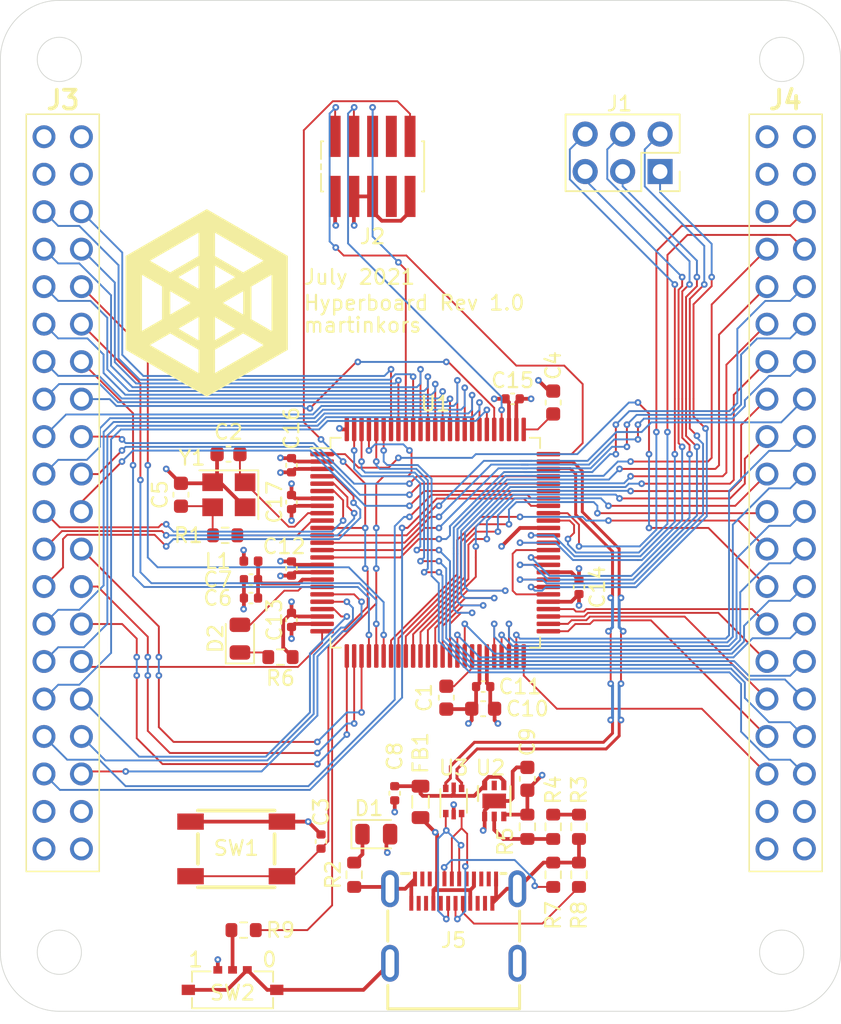
<source format=kicad_pcb>
(kicad_pcb (version 20171130) (host pcbnew "(5.1.10)-1")
  (title_block (title Hyperboard) (date 2021-07-04) (rev 1.0) (company martinkors))
  (layers (0 F.Cu signal) (1 In1.Cu power hide) (2 In2.Cu power hide) (31 B.Cu signal) (34 B.Paste user) (35 F.Paste user) (36 B.SilkS user) (37 F.SilkS user) (38 B.Mask user) (39 F.Mask user hide) (44 Edge.Cuts user))
  (net 0 "")
  (net 1 +3V3)
  (net 2 GND)
  (net 3 HSE_IN)
  (net 4 NRST)
  (net 5 +3.3VA)
  (net 6 +5V)
  (net 7 LED_STATUS)
  (net 8 "Net-(D1-Pad1)")
  (net 9 "Net-(D2-Pad1)")
  (net 10 "Net-(FB1-Pad2)")
  (net 11 DSIHOST_D1N)
  (net 12 DSIHOST_D1P)
  (net 13 DSIHOST_CKN)
  (net 14 DSIHOST_CKP)
  (net 15 DSIHOST_D0N)
  (net 16 DSIHOST_D0P)
  (net 17 "Net-(J2-Pad8)")
  (net 18 "Net-(J2-Pad7)")
  (net 19 SWO)
  (net 20 SWCLK)
  (net 21 SWDIO)
  (net 22 PB5)
  (net 23 PD7)
  (net 24 PB4)
  (net 25 PD6)
  (net 26 PB2)
  (net 27 PD5)
  (net 28 PB1)
  (net 29 PD4)
  (net 30 PB0)
  (net 31 PD3)
  (net 32 PA15)
  (net 33 PD2)
  (net 34 PA10)
  (net 35 PD1)
  (net 36 PA9)
  (net 37 PD0)
  (net 38 PA8)
  (net 39 PC15)
  (net 40 PA7)
  (net 41 PC14)
  (net 42 PA6)
  (net 43 PC13)
  (net 44 PA5)
  (net 45 PC12)
  (net 46 PA4)
  (net 47 PC11)
  (net 48 PA3)
  (net 49 PC10)
  (net 50 PA2)
  (net 51 PC9)
  (net 52 PA1)
  (net 53 PC8)
  (net 54 PC7)
  (net 55 "Net-(J4-Pad35)")
  (net 56 PC6)
  (net 57 PE15)
  (net 58 PC3)
  (net 59 PE14)
  (net 60 PC2)
  (net 61 PE13)
  (net 62 PC1)
  (net 63 PE12)
  (net 64 PC0)
  (net 65 PE11)
  (net 66 PB15)
  (net 67 PE10)
  (net 68 PB14)
  (net 69 PE9)
  (net 70 PB13)
  (net 71 PE8)
  (net 72 PB12)
  (net 73 PE7)
  (net 74 PB11)
  (net 75 PE2)
  (net 76 PB10)
  (net 77 PD15)
  (net 78 PB9)
  (net 79 PD14)
  (net 80 PB8)
  (net 81 PD10)
  (net 82 PB7)
  (net 83 PD9)
  (net 84 PB6)
  (net 85 PD8)
  (net 86 "Net-(J5-PadB5)")
  (net 87 "Net-(J5-PadA6)")
  (net 88 "Net-(J5-PadA7)")
  (net 89 "Net-(J5-PadA5)")
  (net 90 HSE_OUT)
  (net 91 BOOT0)
  (net 92 "Net-(R3-Pad1)")
  (net 93 USB_D+)
  (net 94 USB_D-)
  (net 95 VCAPDSI)
  (net 96 "Net-(R9-Pad1)")
  (net 97 "Net-(R4-Pad1)")
  (net 98 "Net-(U2-Pad5)")
  (net 99 "Net-(J5-PadB11)")
  (net 100 "Net-(J5-PadB10)")
  (net 101 "Net-(J5-PadB8)")
  (net 102 "Net-(J5-PadB3)")
  (net 103 "Net-(J5-PadB2)")
  (net 104 "Net-(J5-PadA11)")
  (net 105 "Net-(J5-PadA10)")
  (net 106 "Net-(J5-PadA8)")
  (net 107 "Net-(J5-PadA3)")
  (net 108 "Net-(J5-PadA2)")
  (net 109 "Net-(C1-Pad1)")
  (net 110 "Net-(C4-Pad1)")
  (net 111 "Net-(C5-Pad1)")
  (module Libraries:FTSH10501LDVKTR (layer F.Cu) (at 132.5 91.75)
    (fp_text reference J2 (at 0 4.75) (layer F.SilkS))
    (fp_text value FTSH-105-01-L-DV-K-TR hide)
    (pad 10 smd rect (at 2.54 -2.035) (size 0.74 2.79) (layers F.Cu F.Paste F.Mask) (net 4 NRST))
    (pad 9 smd rect (at 2.54 2.035) (size 0.74 2.79) (layers F.Cu F.Paste F.Mask) (net 2 GND))
    (pad 8 smd rect (at 1.27 -2.035) (size 0.74 2.79) (layers F.Cu F.Paste F.Mask) (net 17 "Net-(J2-Pad8)"))
    (pad 7 smd rect (at 1.27 2.035) (size 0.74 2.79) (layers F.Cu F.Paste F.Mask) (net 18 "Net-(J2-Pad7)"))
    (pad 6 smd rect (at 0 -2.035) (size 0.74 2.79) (layers F.Cu F.Paste F.Mask) (net 19 SWO))
    (pad 5 smd rect (at 0 2.035) (size 0.74 2.79) (layers F.Cu F.Paste F.Mask) (net 2 GND))
    (pad 4 smd rect (at -1.27 -2.035) (size 0.74 2.79) (layers F.Cu F.Paste F.Mask) (net 20 SWCLK))
    (pad 3 smd rect (at -1.27 2.035) (size 0.74 2.79) (layers F.Cu F.Paste F.Mask) (net 2 GND))
    (pad 2 smd rect (at -2.54 -2.035) (size 0.74 2.79) (layers F.Cu F.Paste F.Mask) (net 21 SWDIO))
    (pad 1 smd rect (at -2.54 2.035) (size 0.74 2.79) (layers F.Cu F.Paste F.Mask) (net 1 +3V3))
  )
  (module Libraries:LOGO (layer F.Cu) (at 121.25 101)
    (fp_text reference G*** hide)
    (fp_text value LOGO hide)
  )
  (module Libraries:SKQGAKE010 (layer F.Cu) (at 123.25 138)
    (fp_text reference SW1 (at 0 -0.055) (layer F.SilkS))
    (fp_text value SW_Push hide)
    (pad 4 smd rect (at 3.1 1.85 90) (size 1.1 1.8) (layers F.Cu F.Paste F.Mask) (net 4 NRST))
    (pad 3 smd rect (at -3.1 1.85 90) (size 1.1 1.8) (layers F.Cu F.Paste F.Mask) (net 4 NRST))
    (pad 2 smd rect (at 3.1 -1.85 90) (size 1.1 1.8) (layers F.Cu F.Paste F.Mask) (net 2 GND))
    (pad 1 smd rect (at -3.1 -1.85 90) (size 1.1 1.8) (layers F.Cu F.Paste F.Mask) (net 2 GND))
  )
  (module Libraries:JSX08001SAQNL (layer F.Cu) (at 123 147.55)
    (fp_text reference SW2 (at 0 0.2) (layer F.SilkS))
    (fp_text value SW_SPDT hide)
    (pad MP2 smd rect (at 3 0 90) (size 0.7 0.9) (layers F.Cu F.Paste F.Mask) (net 2 GND))
    (pad MP1 smd rect (at -3 0 90) (size 0.7 0.9) (layers F.Cu F.Paste F.Mask) (net 2 GND))
    (pad C1 smd rect (at 0 -1.355) (size 0.6 0.51) (layers F.Cu F.Paste F.Mask) (net 96 "Net-(R9-Pad1)"))
    (pad 2 smd rect (at 1 -1.355) (size 0.6 0.51) (layers F.Cu F.Paste F.Mask) (net 2 GND))
    (pad 1 smd rect (at -1 -1.355) (size 0.6 0.51) (layers F.Cu F.Paste F.Mask) (net 1 +3V3))
  )
  (module Package_TO_SOT_SMD:SOT-666 (layer F.Cu) (at 138 134.75 90)
    (fp_text reference U3 (at 2.25 0 180) (layer F.SilkS))
    (fp_text value USBLC6-2P6)
    (pad 6 smd rect (at 0.85 -0.5375 90) (size 0.5 0.375) (layers F.Cu F.Paste F.Mask) (net 94 USB_D-))
    (pad 4 smd rect (at 0.85 0.5375 90) (size 0.5 0.375) (layers F.Cu F.Paste F.Mask) (net 93 USB_D+))
    (pad 2 smd rect (at -0.925 0 90) (size 0.65 0.3) (layers F.Cu F.Paste F.Mask) (net 2 GND))
    (pad 5 smd rect (at 0.925 0 90) (size 0.65 0.3) (layers F.Cu F.Paste F.Mask) (net 6 +5V))
    (pad 3 smd rect (at -0.85 0.5375 90) (size 0.5 0.375) (layers F.Cu F.Paste F.Mask) (net 87 "Net-(J5-PadA6)"))
    (pad 1 smd rect (at -0.85 -0.5375 90) (size 0.5 0.375) (layers F.Cu F.Paste F.Mask) (net 88 "Net-(J5-PadA7)"))
  )
  (module Capacitor_SMD:C_0603_1608Metric (layer F.Cu) (at 143 133.25 90)
    (fp_text reference C9 (at 2.5 0 90) (layer F.SilkS))
    (fp_text value 4.7uF)
    (pad 2 smd roundrect (at 0.775 0 90) (size 0.9 0.95) (layers F.Cu F.Paste F.Mask) (net 2 GND))
    (pad 1 smd roundrect (at -0.775 0 90) (size 0.9 0.95) (layers F.Cu F.Paste F.Mask) (net 1 +3V3))
  )
  (module Libraries:DX07S024JAAR1100 (layer F.Cu) (at 138 144.25)
    (fp_text reference J5 (at 0 -0.065) (layer F.SilkS))
    (fp_text value DX07S024JAAR1100 hide)
    (pad 2 thru_hole oval (at 4.32 -3.55) (size 1.2 2.5) (drill oval 0.6 1.9) (layers *.Cu *.Mask) (net 2 GND))
    (pad 1 thru_hole oval (at -4.32 -3.55) (size 1.2 2.5) (drill oval 0.6 1.9) (layers *.Cu *.Mask) (net 2 GND))
    (pad 25 np_thru_hole circle (at -3.6 -1.565) (size 0.6 0) (drill 0.6) (layers *.Cu *.Mask))
    (pad A1 smd rect (at -2.625 -4.215) (size 0.27 1) (layers F.Cu F.Paste F.Mask) (net 2 GND))
    (pad A2 smd rect (at -2.125 -4.215) (size 0.27 1) (layers F.Cu F.Paste F.Mask) (net 108 "Net-(J5-PadA2)"))
    (pad A3 smd rect (at -1.625 -4.215) (size 0.27 1) (layers F.Cu F.Paste F.Mask) (net 107 "Net-(J5-PadA3)"))
    (pad A4 smd rect (at -1.125 -4.215) (size 0.27 1) (layers F.Cu F.Paste F.Mask) (net 10 "Net-(FB1-Pad2)"))
    (pad A5 smd rect (at -0.625 -4.215) (size 0.27 1) (layers F.Cu F.Paste F.Mask) (net 89 "Net-(J5-PadA5)"))
    (pad A6 smd rect (at -0.125 -4.215) (size 0.27 1) (layers F.Cu F.Paste F.Mask) (net 87 "Net-(J5-PadA6)"))
    (pad A7 smd rect (at 0.375 -4.215) (size 0.27 1) (layers F.Cu F.Paste F.Mask) (net 88 "Net-(J5-PadA7)"))
    (pad A8 smd rect (at 0.875 -4.215) (size 0.27 1) (layers F.Cu F.Paste F.Mask) (net 106 "Net-(J5-PadA8)"))
    (pad A9 smd rect (at 1.375 -4.215) (size 0.27 1) (layers F.Cu F.Paste F.Mask) (net 10 "Net-(FB1-Pad2)"))
    (pad A10 smd rect (at 1.875 -4.215) (size 0.27 1) (layers F.Cu F.Paste F.Mask) (net 105 "Net-(J5-PadA10)"))
    (pad A11 smd rect (at 2.375 -4.215) (size 0.27 1) (layers F.Cu F.Paste F.Mask) (net 104 "Net-(J5-PadA11)"))
    (pad A12 smd rect (at 2.875 -4.215) (size 0.27 1) (layers F.Cu F.Paste F.Mask) (net 2 GND))
    (pad B1 smd rect (at 2.625 -2.565) (size 0.27 1) (layers F.Cu F.Paste F.Mask) (net 2 GND))
    (pad B2 smd rect (at 2.125 -2.565) (size 0.27 1) (layers F.Cu F.Paste F.Mask) (net 103 "Net-(J5-PadB2)"))
    (pad B3 smd rect (at 1.625 -2.565) (size 0.27 1) (layers F.Cu F.Paste F.Mask) (net 102 "Net-(J5-PadB3)"))
    (pad B4 smd rect (at 1.125 -2.565) (size 0.27 1) (layers F.Cu F.Paste F.Mask) (net 10 "Net-(FB1-Pad2)"))
    (pad B5 smd rect (at 0.625 -2.565) (size 0.27 1) (layers F.Cu F.Paste F.Mask) (net 86 "Net-(J5-PadB5)"))
    (pad B6 smd rect (at 0.125 -2.565) (size 0.27 1) (layers F.Cu F.Paste F.Mask) (net 87 "Net-(J5-PadA6)"))
    (pad B7 smd rect (at -0.375 -2.565) (size 0.27 1) (layers F.Cu F.Paste F.Mask) (net 88 "Net-(J5-PadA7)"))
    (pad B8 smd rect (at -0.875 -2.565) (size 0.27 1) (layers F.Cu F.Paste F.Mask) (net 101 "Net-(J5-PadB8)"))
    (pad B9 smd rect (at -1.375 -2.565) (size 0.27 1) (layers F.Cu F.Paste F.Mask) (net 10 "Net-(FB1-Pad2)"))
    (pad B10 smd rect (at -1.875 -2.565) (size 0.27 1) (layers F.Cu F.Paste F.Mask) (net 100 "Net-(J5-PadB10)"))
    (pad B11 smd rect (at -2.375 -2.565) (size 0.27 1) (layers F.Cu F.Paste F.Mask) (net 99 "Net-(J5-PadB11)"))
    (pad B12 smd rect (at -2.875 -2.565) (size 0.27 1) (layers F.Cu F.Paste F.Mask) (net 2 GND))
    (pad 3 thru_hole oval (at -4.32 1.5) (size 1.2 2.5) (drill oval 0.6 1.9) (layers *.Cu *.Mask) (net 2 GND))
    (pad 4 thru_hole oval (at 4.32 1.5) (size 1.2 2.5) (drill oval 0.6 1.9) (layers *.Cu *.Mask) (net 2 GND))
    (pad "" np_thru_hole oval (at 3.6 -1.63 90) (size 0.5 0.85) (drill oval 0.5 0.85) (layers *.Cu *.Mask))
  )
  (module Libraries:SSQ-120-XX-YYY-D (layer F.Cu) (at 110.21 138 270)
    (fp_text reference J3 (at -50.75 -1.29 180) (layer F.SilkS) (effects (font (size 1.27 1.27) (thickness 0.254))))
    (fp_text value 200-SSQ12001GD hide)
    (pad 40 thru_hole circle (at -48.26 -2.54 270) (size 1.55 1.55) (drill 1.02) (layers *.Cu *.Mask) (net 2 GND))
    (pad 39 thru_hole circle (at -48.26 0 270) (size 1.55 1.55) (drill 1.02) (layers *.Cu *.Mask) (net 1 +3V3))
    (pad 38 thru_hole circle (at -45.72 -2.54 270) (size 1.55 1.55) (drill 1.02) (layers *.Cu *.Mask) (net 2 GND))
    (pad 37 thru_hole circle (at -45.72 0 270) (size 1.55 1.55) (drill 1.02) (layers *.Cu *.Mask) (net 1 +3V3))
    (pad 36 thru_hole circle (at -43.18 -2.54 270) (size 1.55 1.55) (drill 1.02) (layers *.Cu *.Mask) (net 22 PB5))
    (pad 35 thru_hole circle (at -43.18 0 270) (size 1.55 1.55) (drill 1.02) (layers *.Cu *.Mask) (net 23 PD7))
    (pad 34 thru_hole circle (at -40.64 -2.54 270) (size 1.55 1.55) (drill 1.02) (layers *.Cu *.Mask) (net 24 PB4))
    (pad 33 thru_hole circle (at -40.64 0 270) (size 1.55 1.55) (drill 1.02) (layers *.Cu *.Mask) (net 25 PD6))
    (pad 32 thru_hole circle (at -38.1 -2.54 270) (size 1.55 1.55) (drill 1.02) (layers *.Cu *.Mask) (net 26 PB2))
    (pad 31 thru_hole circle (at -38.1 0 270) (size 1.55 1.55) (drill 1.02) (layers *.Cu *.Mask) (net 27 PD5))
    (pad 30 thru_hole circle (at -35.56 -2.54 270) (size 1.55 1.55) (drill 1.02) (layers *.Cu *.Mask) (net 28 PB1))
    (pad 29 thru_hole circle (at -35.56 0 270) (size 1.55 1.55) (drill 1.02) (layers *.Cu *.Mask) (net 29 PD4))
    (pad 28 thru_hole circle (at -33.02 -2.54 270) (size 1.55 1.55) (drill 1.02) (layers *.Cu *.Mask) (net 30 PB0))
    (pad 27 thru_hole circle (at -33.02 0 270) (size 1.55 1.55) (drill 1.02) (layers *.Cu *.Mask) (net 31 PD3))
    (pad 26 thru_hole circle (at -30.48 -2.54 270) (size 1.55 1.55) (drill 1.02) (layers *.Cu *.Mask) (net 32 PA15))
    (pad 25 thru_hole circle (at -30.48 0 270) (size 1.55 1.55) (drill 1.02) (layers *.Cu *.Mask) (net 33 PD2))
    (pad 24 thru_hole circle (at -27.94 -2.54 270) (size 1.55 1.55) (drill 1.02) (layers *.Cu *.Mask) (net 34 PA10))
    (pad 23 thru_hole circle (at -27.94 0 270) (size 1.55 1.55) (drill 1.02) (layers *.Cu *.Mask) (net 35 PD1))
    (pad 22 thru_hole circle (at -25.4 -2.54 270) (size 1.55 1.55) (drill 1.02) (layers *.Cu *.Mask) (net 36 PA9))
    (pad 21 thru_hole circle (at -25.4 0 270) (size 1.55 1.55) (drill 1.02) (layers *.Cu *.Mask) (net 37 PD0))
    (pad 20 thru_hole circle (at -22.86 -2.54 270) (size 1.55 1.55) (drill 1.02) (layers *.Cu *.Mask) (net 38 PA8))
    (pad 19 thru_hole circle (at -22.86 0 270) (size 1.55 1.55) (drill 1.02) (layers *.Cu *.Mask) (net 39 PC15))
    (pad 18 thru_hole circle (at -20.32 -2.54 270) (size 1.55 1.55) (drill 1.02) (layers *.Cu *.Mask) (net 40 PA7))
    (pad 17 thru_hole circle (at -20.32 0 270) (size 1.55 1.55) (drill 1.02) (layers *.Cu *.Mask) (net 41 PC14))
    (pad 16 thru_hole circle (at -17.78 -2.54 270) (size 1.55 1.55) (drill 1.02) (layers *.Cu *.Mask) (net 42 PA6))
    (pad 15 thru_hole circle (at -17.78 0 270) (size 1.55 1.55) (drill 1.02) (layers *.Cu *.Mask) (net 43 PC13))
    (pad 14 thru_hole circle (at -15.24 -2.54 270) (size 1.55 1.55) (drill 1.02) (layers *.Cu *.Mask) (net 44 PA5))
    (pad 13 thru_hole circle (at -15.24 0 270) (size 1.55 1.55) (drill 1.02) (layers *.Cu *.Mask) (net 45 PC12))
    (pad 12 thru_hole circle (at -12.7 -2.54 270) (size 1.55 1.55) (drill 1.02) (layers *.Cu *.Mask) (net 46 PA4))
    (pad 11 thru_hole circle (at -12.7 0 270) (size 1.55 1.55) (drill 1.02) (layers *.Cu *.Mask) (net 47 PC11))
    (pad 10 thru_hole circle (at -10.16 -2.54 270) (size 1.55 1.55) (drill 1.02) (layers *.Cu *.Mask) (net 48 PA3))
    (pad 9 thru_hole circle (at -10.16 0 270) (size 1.55 1.55) (drill 1.02) (layers *.Cu *.Mask) (net 49 PC10))
    (pad 8 thru_hole circle (at -7.62 -2.54 270) (size 1.55 1.55) (drill 1.02) (layers *.Cu *.Mask) (net 50 PA2))
    (pad 7 thru_hole circle (at -7.62 0 270) (size 1.55 1.55) (drill 1.02) (layers *.Cu *.Mask) (net 51 PC9))
    (pad 6 thru_hole circle (at -5.08 -2.54 270) (size 1.55 1.55) (drill 1.02) (layers *.Cu *.Mask) (net 52 PA1))
    (pad 5 thru_hole circle (at -5.08 0 270) (size 1.55 1.55) (drill 1.02) (layers *.Cu *.Mask) (net 53 PC8))
    (pad 4 thru_hole circle (at -2.54 -2.54 270) (size 1.55 1.55) (drill 1.02) (layers *.Cu *.Mask) (net 2 GND))
    (pad 3 thru_hole circle (at -2.54 0 270) (size 1.55 1.55) (drill 1.02) (layers *.Cu *.Mask) (net 1 +3V3))
    (pad 2 thru_hole circle (at 0 -2.54 270) (size 1.55 1.55) (drill 1.02) (layers *.Cu *.Mask) (net 2 GND))
    (pad 1 thru_hole circle (at 0 0 270) (size 1.55 1.55) (drill 1.02) (layers *.Cu *.Mask) (net 1 +3V3))
  )
  (module Libraries:SSQ-120-XX-YYY-D (layer F.Cu) (at 159.25 138 270)
    (fp_text reference J4 (at -50.75 -1.25) (layer F.SilkS) (effects (font (size 1.27 1.27) (thickness 0.254))))
    (fp_text value 200-SSQ12001GD hide)
    (pad 40 thru_hole circle (at -48.26 -2.54 270) (size 1.55 1.55) (drill 1.02) (layers *.Cu *.Mask) (net 2 GND))
    (pad 39 thru_hole circle (at -48.26 0 270) (size 1.55 1.55) (drill 1.02) (layers *.Cu *.Mask) (net 1 +3V3))
    (pad 38 thru_hole circle (at -45.72 -2.54 270) (size 1.55 1.55) (drill 1.02) (layers *.Cu *.Mask) (net 2 GND))
    (pad 37 thru_hole circle (at -45.72 0 270) (size 1.55 1.55) (drill 1.02) (layers *.Cu *.Mask) (net 1 +3V3))
    (pad 36 thru_hole circle (at -43.18 -2.54 270) (size 1.55 1.55) (drill 1.02) (layers *.Cu *.Mask) (net 54 PC7))
    (pad 35 thru_hole circle (at -43.18 0 270) (size 1.55 1.55) (drill 1.02) (layers *.Cu *.Mask) (net 55 "Net-(J4-Pad35)"))
    (pad 34 thru_hole circle (at -40.64 -2.54 270) (size 1.55 1.55) (drill 1.02) (layers *.Cu *.Mask) (net 56 PC6))
    (pad 33 thru_hole circle (at -40.64 0 270) (size 1.55 1.55) (drill 1.02) (layers *.Cu *.Mask) (net 57 PE15))
    (pad 32 thru_hole circle (at -38.1 -2.54 270) (size 1.55 1.55) (drill 1.02) (layers *.Cu *.Mask) (net 58 PC3))
    (pad 31 thru_hole circle (at -38.1 0 270) (size 1.55 1.55) (drill 1.02) (layers *.Cu *.Mask) (net 59 PE14))
    (pad 30 thru_hole circle (at -35.56 -2.54 270) (size 1.55 1.55) (drill 1.02) (layers *.Cu *.Mask) (net 60 PC2))
    (pad 29 thru_hole circle (at -35.56 0 270) (size 1.55 1.55) (drill 1.02) (layers *.Cu *.Mask) (net 61 PE13))
    (pad 28 thru_hole circle (at -33.02 -2.54 270) (size 1.55 1.55) (drill 1.02) (layers *.Cu *.Mask) (net 62 PC1))
    (pad 27 thru_hole circle (at -33.02 0 270) (size 1.55 1.55) (drill 1.02) (layers *.Cu *.Mask) (net 63 PE12))
    (pad 26 thru_hole circle (at -30.48 -2.54 270) (size 1.55 1.55) (drill 1.02) (layers *.Cu *.Mask) (net 64 PC0))
    (pad 25 thru_hole circle (at -30.48 0 270) (size 1.55 1.55) (drill 1.02) (layers *.Cu *.Mask) (net 65 PE11))
    (pad 24 thru_hole circle (at -27.94 -2.54 270) (size 1.55 1.55) (drill 1.02) (layers *.Cu *.Mask) (net 66 PB15))
    (pad 23 thru_hole circle (at -27.94 0 270) (size 1.55 1.55) (drill 1.02) (layers *.Cu *.Mask) (net 67 PE10))
    (pad 22 thru_hole circle (at -25.4 -2.54 270) (size 1.55 1.55) (drill 1.02) (layers *.Cu *.Mask) (net 68 PB14))
    (pad 21 thru_hole circle (at -25.4 0 270) (size 1.55 1.55) (drill 1.02) (layers *.Cu *.Mask) (net 69 PE9))
    (pad 20 thru_hole circle (at -22.86 -2.54 270) (size 1.55 1.55) (drill 1.02) (layers *.Cu *.Mask) (net 70 PB13))
    (pad 19 thru_hole circle (at -22.86 0 270) (size 1.55 1.55) (drill 1.02) (layers *.Cu *.Mask) (net 71 PE8))
    (pad 18 thru_hole circle (at -20.32 -2.54 270) (size 1.55 1.55) (drill 1.02) (layers *.Cu *.Mask) (net 72 PB12))
    (pad 17 thru_hole circle (at -20.32 0 270) (size 1.55 1.55) (drill 1.02) (layers *.Cu *.Mask) (net 73 PE7))
    (pad 16 thru_hole circle (at -17.78 -2.54 270) (size 1.55 1.55) (drill 1.02) (layers *.Cu *.Mask) (net 74 PB11))
    (pad 15 thru_hole circle (at -17.78 0 270) (size 1.55 1.55) (drill 1.02) (layers *.Cu *.Mask) (net 75 PE2))
    (pad 14 thru_hole circle (at -15.24 -2.54 270) (size 1.55 1.55) (drill 1.02) (layers *.Cu *.Mask) (net 76 PB10))
    (pad 13 thru_hole circle (at -15.24 0 270) (size 1.55 1.55) (drill 1.02) (layers *.Cu *.Mask) (net 77 PD15))
    (pad 12 thru_hole circle (at -12.7 -2.54 270) (size 1.55 1.55) (drill 1.02) (layers *.Cu *.Mask) (net 78 PB9))
    (pad 11 thru_hole circle (at -12.7 0 270) (size 1.55 1.55) (drill 1.02) (layers *.Cu *.Mask) (net 79 PD14))
    (pad 10 thru_hole circle (at -10.16 -2.54 270) (size 1.55 1.55) (drill 1.02) (layers *.Cu *.Mask) (net 80 PB8))
    (pad 9 thru_hole circle (at -10.16 0 270) (size 1.55 1.55) (drill 1.02) (layers *.Cu *.Mask) (net 81 PD10))
    (pad 8 thru_hole circle (at -7.62 -2.54 270) (size 1.55 1.55) (drill 1.02) (layers *.Cu *.Mask) (net 82 PB7))
    (pad 7 thru_hole circle (at -7.62 0 270) (size 1.55 1.55) (drill 1.02) (layers *.Cu *.Mask) (net 83 PD9))
    (pad 6 thru_hole circle (at -5.08 -2.54 270) (size 1.55 1.55) (drill 1.02) (layers *.Cu *.Mask) (net 84 PB6))
    (pad 5 thru_hole circle (at -5.08 0 270) (size 1.55 1.55) (drill 1.02) (layers *.Cu *.Mask) (net 85 PD8))
    (pad 4 thru_hole circle (at -2.54 -2.54 270) (size 1.55 1.55) (drill 1.02) (layers *.Cu *.Mask) (net 2 GND))
    (pad 3 thru_hole circle (at -2.54 0 270) (size 1.55 1.55) (drill 1.02) (layers *.Cu *.Mask) (net 1 +3V3))
    (pad 2 thru_hole circle (at 0 -2.54 270) (size 1.55 1.55) (drill 1.02) (layers *.Cu *.Mask) (net 2 GND))
    (pad 1 thru_hole circle (at 0 0 270) (size 1.55 1.55) (drill 1.02) (layers *.Cu *.Mask) (net 1 +3V3))
  )
  (module Package_QFP:LQFP-100_14x14mm_P0.5mm (layer F.Cu) (at 136.75 117.25)
    (fp_text reference U1 (at 0 -9.42) (layer F.SilkS))
    (fp_text value STM32F479VITx)
    (pad 100 smd roundrect (at -6 -7.675) (size 0.3 1.6) (layers F.Cu F.Paste F.Mask) (net 1 +3V3))
    (pad 99 smd roundrect (at -5.5 -7.675) (size 0.3 1.6) (layers F.Cu F.Paste F.Mask) (net 78 PB9))
    (pad 98 smd roundrect (at -5 -7.675) (size 0.3 1.6) (layers F.Cu F.Paste F.Mask) (net 80 PB8))
    (pad 97 smd roundrect (at -4.5 -7.675) (size 0.3 1.6) (layers F.Cu F.Paste F.Mask) (net 91 BOOT0))
    (pad 96 smd roundrect (at -4 -7.675) (size 0.3 1.6) (layers F.Cu F.Paste F.Mask) (net 82 PB7))
    (pad 95 smd roundrect (at -3.5 -7.675) (size 0.3 1.6) (layers F.Cu F.Paste F.Mask) (net 84 PB6))
    (pad 94 smd roundrect (at -3 -7.675) (size 0.3 1.6) (layers F.Cu F.Paste F.Mask) (net 22 PB5))
    (pad 93 smd roundrect (at -2.5 -7.675) (size 0.3 1.6) (layers F.Cu F.Paste F.Mask) (net 24 PB4))
    (pad 92 smd roundrect (at -2 -7.675) (size 0.3 1.6) (layers F.Cu F.Paste F.Mask) (net 19 SWO))
    (pad 91 smd roundrect (at -1.5 -7.675) (size 0.3 1.6) (layers F.Cu F.Paste F.Mask) (net 23 PD7))
    (pad 90 smd roundrect (at -1 -7.675) (size 0.3 1.6) (layers F.Cu F.Paste F.Mask) (net 25 PD6))
    (pad 89 smd roundrect (at -0.5 -7.675) (size 0.3 1.6) (layers F.Cu F.Paste F.Mask) (net 27 PD5))
    (pad 88 smd roundrect (at 0 -7.675) (size 0.3 1.6) (layers F.Cu F.Paste F.Mask) (net 29 PD4))
    (pad 87 smd roundrect (at 0.5 -7.675) (size 0.3 1.6) (layers F.Cu F.Paste F.Mask) (net 31 PD3))
    (pad 86 smd roundrect (at 1 -7.675) (size 0.3 1.6) (layers F.Cu F.Paste F.Mask) (net 33 PD2))
    (pad 85 smd roundrect (at 1.5 -7.675) (size 0.3 1.6) (layers F.Cu F.Paste F.Mask) (net 35 PD1))
    (pad 84 smd roundrect (at 2 -7.675) (size 0.3 1.6) (layers F.Cu F.Paste F.Mask) (net 37 PD0))
    (pad 83 smd roundrect (at 2.5 -7.675) (size 0.3 1.6) (layers F.Cu F.Paste F.Mask) (net 45 PC12))
    (pad 82 smd roundrect (at 3 -7.675) (size 0.3 1.6) (layers F.Cu F.Paste F.Mask) (net 47 PC11))
    (pad 81 smd roundrect (at 3.5 -7.675) (size 0.3 1.6) (layers F.Cu F.Paste F.Mask) (net 49 PC10))
    (pad 80 smd roundrect (at 4 -7.675) (size 0.3 1.6) (layers F.Cu F.Paste F.Mask) (net 32 PA15))
    (pad 79 smd roundrect (at 4.5 -7.675) (size 0.3 1.6) (layers F.Cu F.Paste F.Mask) (net 20 SWCLK))
    (pad 78 smd roundrect (at 5 -7.675) (size 0.3 1.6) (layers F.Cu F.Paste F.Mask) (net 2 GND))
    (pad 77 smd roundrect (at 5.5 -7.675) (size 0.3 1.6) (layers F.Cu F.Paste F.Mask) (net 1 +3V3))
    (pad 76 smd roundrect (at 6 -7.675) (size 0.3 1.6) (layers F.Cu F.Paste F.Mask) (net 110 "Net-(C4-Pad1)"))
    (pad 75 smd roundrect (at 7.675 -6) (size 1.6 0.3) (layers F.Cu F.Paste F.Mask) (net 21 SWDIO))
    (pad 74 smd roundrect (at 7.675 -5.5) (size 1.6 0.3) (layers F.Cu F.Paste F.Mask) (net 93 USB_D+))
    (pad 73 smd roundrect (at 7.675 -5) (size 1.6 0.3) (layers F.Cu F.Paste F.Mask) (net 94 USB_D-))
    (pad 72 smd roundrect (at 7.675 -4.5) (size 1.6 0.3) (layers F.Cu F.Paste F.Mask) (net 34 PA10))
    (pad 71 smd roundrect (at 7.675 -4) (size 1.6 0.3) (layers F.Cu F.Paste F.Mask) (net 36 PA9))
    (pad 70 smd roundrect (at 7.675 -3.5) (size 1.6 0.3) (layers F.Cu F.Paste F.Mask) (net 38 PA8))
    (pad 69 smd roundrect (at 7.675 -3) (size 1.6 0.3) (layers F.Cu F.Paste F.Mask) (net 51 PC9))
    (pad 68 smd roundrect (at 7.675 -2.5) (size 1.6 0.3) (layers F.Cu F.Paste F.Mask) (net 53 PC8))
    (pad 67 smd roundrect (at 7.675 -2) (size 1.6 0.3) (layers F.Cu F.Paste F.Mask) (net 54 PC7))
    (pad 66 smd roundrect (at 7.675 -1.5) (size 1.6 0.3) (layers F.Cu F.Paste F.Mask) (net 56 PC6))
    (pad 65 smd roundrect (at 7.675 -1) (size 1.6 0.3) (layers F.Cu F.Paste F.Mask) (net 1 +3V3))
    (pad 64 smd roundrect (at 7.675 -0.5) (size 1.6 0.3) (layers F.Cu F.Paste F.Mask) (net 11 DSIHOST_D1N))
    (pad 63 smd roundrect (at 7.675 0) (size 1.6 0.3) (layers F.Cu F.Paste F.Mask) (net 12 DSIHOST_D1P))
    (pad 62 smd roundrect (at 7.675 0.5) (size 1.6 0.3) (layers F.Cu F.Paste F.Mask) (net 95 VCAPDSI))
    (pad 61 smd roundrect (at 7.675 1) (size 1.6 0.3) (layers F.Cu F.Paste F.Mask) (net 13 DSIHOST_CKN))
    (pad 60 smd roundrect (at 7.675 1.5) (size 1.6 0.3) (layers F.Cu F.Paste F.Mask) (net 14 DSIHOST_CKP))
    (pad 59 smd roundrect (at 7.675 2) (size 1.6 0.3) (layers F.Cu F.Paste F.Mask) (net 2 GND))
    (pad 58 smd roundrect (at 7.675 2.5) (size 1.6 0.3) (layers F.Cu F.Paste F.Mask) (net 15 DSIHOST_D0N))
    (pad 57 smd roundrect (at 7.675 3) (size 1.6 0.3) (layers F.Cu F.Paste F.Mask) (net 16 DSIHOST_D0P))
    (pad 56 smd roundrect (at 7.675 3.5) (size 1.6 0.3) (layers F.Cu F.Paste F.Mask) (net 95 VCAPDSI))
    (pad 55 smd roundrect (at 7.675 4) (size 1.6 0.3) (layers F.Cu F.Paste F.Mask) (net 1 +3V3))
    (pad 54 smd roundrect (at 7.675 4.5) (size 1.6 0.3) (layers F.Cu F.Paste F.Mask) (net 77 PD15))
    (pad 53 smd roundrect (at 7.675 5) (size 1.6 0.3) (layers F.Cu F.Paste F.Mask) (net 79 PD14))
    (pad 52 smd roundrect (at 7.675 5.5) (size 1.6 0.3) (layers F.Cu F.Paste F.Mask) (net 81 PD10))
    (pad 51 smd roundrect (at 7.675 6) (size 1.6 0.3) (layers F.Cu F.Paste F.Mask) (net 83 PD9))
    (pad 50 smd roundrect (at 6 7.675) (size 0.3 1.6) (layers F.Cu F.Paste F.Mask) (net 85 PD8))
    (pad 49 smd roundrect (at 5.5 7.675) (size 0.3 1.6) (layers F.Cu F.Paste F.Mask) (net 66 PB15))
    (pad 48 smd roundrect (at 5 7.675) (size 0.3 1.6) (layers F.Cu F.Paste F.Mask) (net 68 PB14))
    (pad 47 smd roundrect (at 4.5 7.675) (size 0.3 1.6) (layers F.Cu F.Paste F.Mask) (net 70 PB13))
    (pad 46 smd roundrect (at 4 7.675) (size 0.3 1.6) (layers F.Cu F.Paste F.Mask) (net 72 PB12))
    (pad 45 smd roundrect (at 3.5 7.675) (size 0.3 1.6) (layers F.Cu F.Paste F.Mask) (net 1 +3V3))
    (pad 44 smd roundrect (at 3 7.675) (size 0.3 1.6) (layers F.Cu F.Paste F.Mask) (net 2 GND))
    (pad 43 smd roundrect (at 2.5 7.675) (size 0.3 1.6) (layers F.Cu F.Paste F.Mask) (net 109 "Net-(C1-Pad1)"))
    (pad 42 smd roundrect (at 2 7.675) (size 0.3 1.6) (layers F.Cu F.Paste F.Mask) (net 74 PB11))
    (pad 41 smd roundrect (at 1.5 7.675) (size 0.3 1.6) (layers F.Cu F.Paste F.Mask) (net 76 PB10))
    (pad 40 smd roundrect (at 1 7.675) (size 0.3 1.6) (layers F.Cu F.Paste F.Mask) (net 57 PE15))
    (pad 39 smd roundrect (at 0.5 7.675) (size 0.3 1.6) (layers F.Cu F.Paste F.Mask) (net 59 PE14))
    (pad 38 smd roundrect (at 0 7.675) (size 0.3 1.6) (layers F.Cu F.Paste F.Mask) (net 61 PE13))
    (pad 37 smd roundrect (at -0.5 7.675) (size 0.3 1.6) (layers F.Cu F.Paste F.Mask) (net 63 PE12))
    (pad 36 smd roundrect (at -1 7.675) (size 0.3 1.6) (layers F.Cu F.Paste F.Mask) (net 65 PE11))
    (pad 35 smd roundrect (at -1.5 7.675) (size 0.3 1.6) (layers F.Cu F.Paste F.Mask) (net 67 PE10))
    (pad 34 smd roundrect (at -2 7.675) (size 0.3 1.6) (layers F.Cu F.Paste F.Mask) (net 69 PE9))
    (pad 33 smd roundrect (at -2.5 7.675) (size 0.3 1.6) (layers F.Cu F.Paste F.Mask) (net 71 PE8))
    (pad 32 smd roundrect (at -3 7.675) (size 0.3 1.6) (layers F.Cu F.Paste F.Mask) (net 73 PE7))
    (pad 31 smd roundrect (at -3.5 7.675) (size 0.3 1.6) (layers F.Cu F.Paste F.Mask) (net 26 PB2))
    (pad 30 smd roundrect (at -4 7.675) (size 0.3 1.6) (layers F.Cu F.Paste F.Mask) (net 28 PB1))
    (pad 29 smd roundrect (at -4.5 7.675) (size 0.3 1.6) (layers F.Cu F.Paste F.Mask) (net 30 PB0))
    (pad 28 smd roundrect (at -5 7.675) (size 0.3 1.6) (layers F.Cu F.Paste F.Mask) (net 40 PA7))
    (pad 27 smd roundrect (at -5.5 7.675) (size 0.3 1.6) (layers F.Cu F.Paste F.Mask) (net 42 PA6))
    (pad 26 smd roundrect (at -6 7.675) (size 0.3 1.6) (layers F.Cu F.Paste F.Mask) (net 44 PA5))
    (pad 25 smd roundrect (at -7.675 6) (size 1.6 0.3) (layers F.Cu F.Paste F.Mask) (net 46 PA4))
    (pad 24 smd roundrect (at -7.675 5.5) (size 1.6 0.3) (layers F.Cu F.Paste F.Mask) (net 1 +3V3))
    (pad 23 smd roundrect (at -7.675 5) (size 1.6 0.3) (layers F.Cu F.Paste F.Mask) (net 2 GND))
    (pad 22 smd roundrect (at -7.675 4.5) (size 1.6 0.3) (layers F.Cu F.Paste F.Mask) (net 48 PA3))
    (pad 21 smd roundrect (at -7.675 4) (size 1.6 0.3) (layers F.Cu F.Paste F.Mask) (net 50 PA2))
    (pad 20 smd roundrect (at -7.675 3.5) (size 1.6 0.3) (layers F.Cu F.Paste F.Mask) (net 52 PA1))
    (pad 19 smd roundrect (at -7.675 3) (size 1.6 0.3) (layers F.Cu F.Paste F.Mask) (net 7 LED_STATUS))
    (pad 18 smd roundrect (at -7.675 2.5) (size 1.6 0.3) (layers F.Cu F.Paste F.Mask) (net 5 +3.3VA))
    (pad 17 smd roundrect (at -7.675 2) (size 1.6 0.3) (layers F.Cu F.Paste F.Mask) (net 1 +3V3))
    (pad 16 smd roundrect (at -7.675 1.5) (size 1.6 0.3) (layers F.Cu F.Paste F.Mask) (net 2 GND))
    (pad 15 smd roundrect (at -7.675 1) (size 1.6 0.3) (layers F.Cu F.Paste F.Mask) (net 58 PC3))
    (pad 14 smd roundrect (at -7.675 0.5) (size 1.6 0.3) (layers F.Cu F.Paste F.Mask) (net 60 PC2))
    (pad 13 smd roundrect (at -7.675 0) (size 1.6 0.3) (layers F.Cu F.Paste F.Mask) (net 62 PC1))
    (pad 12 smd roundrect (at -7.675 -0.5) (size 1.6 0.3) (layers F.Cu F.Paste F.Mask) (net 64 PC0))
    (pad 11 smd roundrect (at -7.675 -1) (size 1.6 0.3) (layers F.Cu F.Paste F.Mask) (net 4 NRST))
    (pad 10 smd roundrect (at -7.675 -1.5) (size 1.6 0.3) (layers F.Cu F.Paste F.Mask) (net 90 HSE_OUT))
    (pad 9 smd roundrect (at -7.675 -2) (size 1.6 0.3) (layers F.Cu F.Paste F.Mask) (net 3 HSE_IN))
    (pad 8 smd roundrect (at -7.675 -2.5) (size 1.6 0.3) (layers F.Cu F.Paste F.Mask) (net 1 +3V3))
    (pad 7 smd roundrect (at -7.675 -3) (size 1.6 0.3) (layers F.Cu F.Paste F.Mask) (net 2 GND))
    (pad 6 smd roundrect (at -7.675 -3.5) (size 1.6 0.3) (layers F.Cu F.Paste F.Mask) (net 39 PC15))
    (pad 5 smd roundrect (at -7.675 -4) (size 1.6 0.3) (layers F.Cu F.Paste F.Mask) (net 41 PC14))
    (pad 4 smd roundrect (at -7.675 -4.5) (size 1.6 0.3) (layers F.Cu F.Paste F.Mask) (net 43 PC13))
    (pad 3 smd roundrect (at -7.675 -5) (size 1.6 0.3) (layers F.Cu F.Paste F.Mask) (net 1 +3V3))
    (pad 2 smd roundrect (at -7.675 -5.5) (size 1.6 0.3) (layers F.Cu F.Paste F.Mask) (net 2 GND))
    (pad 1 smd roundrect (at -7.675 -6) (size 1.6 0.3) (layers F.Cu F.Paste F.Mask) (net 75 PE2))
  )
  (module Capacitor_SMD:C_0402_1005Metric (layer F.Cu) (at 127 114.5 90)
    (fp_text reference C17 (at 0 -1.16 90) (layer F.SilkS))
    (fp_text value 100nF)
    (pad 2 smd roundrect (at 0.48 0 90) (size 0.56 0.62) (layers F.Cu F.Paste F.Mask) (net 2 GND))
    (pad 1 smd roundrect (at -0.48 0 90) (size 0.56 0.62) (layers F.Cu F.Paste F.Mask) (net 1 +3V3))
  )
  (module Capacitor_SMD:C_0402_1005Metric (layer F.Cu) (at 127 112 90)
    (fp_text reference C16 (at 2.5 0 90) (layer F.SilkS))
    (fp_text value 100nF)
    (pad 1 smd roundrect (at -0.48 0 90) (size 0.56 0.62) (layers F.Cu F.Paste F.Mask) (net 1 +3V3))
    (pad 2 smd roundrect (at 0.48 0 90) (size 0.56 0.62) (layers F.Cu F.Paste F.Mask) (net 2 GND))
  )
  (module Capacitor_SMD:C_0402_1005Metric (layer F.Cu) (at 124.25 121 180)
    (fp_text reference C6 (at 2.25 0) (layer F.SilkS))
    (fp_text value 1uF)
    (pad 2 smd roundrect (at 0.48 0 180) (size 0.56 0.62) (layers F.Cu F.Paste F.Mask) (net 2 GND))
    (pad 1 smd roundrect (at -0.48 0 180) (size 0.56 0.62) (layers F.Cu F.Paste F.Mask) (net 5 +3.3VA))
  )
  (module Capacitor_SMD:C_0402_1005Metric (layer F.Cu) (at 124.25 119.75 180)
    (fp_text reference C7 (at 2.25 0) (layer F.SilkS))
    (fp_text value 10nF)
    (pad 2 smd roundrect (at 0.48 0 180) (size 0.56 0.62) (layers F.Cu F.Paste F.Mask) (net 2 GND))
    (pad 1 smd roundrect (at -0.48 0 180) (size 0.56 0.62) (layers F.Cu F.Paste F.Mask) (net 5 +3.3VA))
  )
  (module Inductor_SMD:L_0402_1005Metric (layer F.Cu) (at 124.25 118.5)
    (fp_text reference L1 (at -2.25 0) (layer F.SilkS))
    (fp_text value 39nH)
    (pad 2 smd roundrect (at 0.485 0) (size 0.59 0.64) (layers F.Cu F.Paste F.Mask) (net 5 +3.3VA))
    (pad 1 smd roundrect (at -0.485 0) (size 0.59 0.64) (layers F.Cu F.Paste F.Mask) (net 1 +3V3))
  )
  (module Resistor_SMD:R_0603_1608Metric (layer F.Cu) (at 144.75 136.5 90)
    (fp_text reference R4 (at 2.5 0 90) (layer F.SilkS))
    (fp_text value 10k)
    (pad 2 smd roundrect (at 0.825 0 90) (size 0.8 0.95) (layers F.Cu F.Paste F.Mask) (net 92 "Net-(R3-Pad1)"))
    (pad 1 smd roundrect (at -0.825 0 90) (size 0.8 0.95) (layers F.Cu F.Paste F.Mask) (net 97 "Net-(R4-Pad1)"))
  )
  (module Capacitor_SMD:C_0402_1005Metric (layer F.Cu) (at 134 134.23 270)
    (fp_text reference C8 (at -2.5 0 90) (layer F.SilkS))
    (fp_text value 1uF)
    (pad 2 smd roundrect (at 0.48 0 270) (size 0.56 0.62) (layers F.Cu F.Paste F.Mask) (net 2 GND))
    (pad 1 smd roundrect (at -0.48 0 270) (size 0.56 0.62) (layers F.Cu F.Paste F.Mask) (net 6 +5V))
  )
  (module Crystal:Crystal_SMD_3225-4Pin_3.2x2.5mm (layer F.Cu) (at 122.75 114 180)
    (fp_text reference Y1 (at 2.5 2.5 180) (layer F.SilkS))
    (fp_text value 16MHz)
    (pad 4 smd rect (at -1.1 -0.85 180) (size 1.4 1.2) (layers F.Cu F.Paste F.Mask) (net 2 GND))
    (pad 3 smd rect (at 1.1 -0.85 180) (size 1.4 1.2) (layers F.Cu F.Paste F.Mask) (net 111 "Net-(C5-Pad1)"))
    (pad 2 smd rect (at 1.1 0.85 180) (size 1.4 1.2) (layers F.Cu F.Paste F.Mask) (net 2 GND))
    (pad 1 smd rect (at -1.1 0.85 180) (size 1.4 1.2) (layers F.Cu F.Paste F.Mask) (net 3 HSE_IN))
  )
  (module Package_DFN_QFN:DFN-6-1EP_2x2mm_P0.65mm_EP1x1.6mm (layer F.Cu) (at 140.75 134.75 90)
    (fp_text reference U2 (at 2.25 -0.25 180) (layer F.SilkS))
    (fp_text value LDL212PVR)
    (pad 7 smd rect (at 0 0 90) (size 1 1.6) (layers F.Cu F.Mask) (net 2 GND))
    (pad 6 smd rect (at 1.05 -0.65 90) (size 0.65 0.35) (layers F.Cu F.Paste F.Mask) (net 6 +5V))
    (pad 5 smd rect (at 1.05 0 90) (size 0.65 0.35) (layers F.Cu F.Paste F.Mask) (net 98 "Net-(U2-Pad5)"))
    (pad 4 smd rect (at 1.05 0.65 90) (size 0.65 0.35) (layers F.Cu F.Paste F.Mask) (net 6 +5V))
    (pad 3 smd rect (at -1.05 0.65 90) (size 0.65 0.35) (layers F.Cu F.Paste F.Mask) (net 1 +3V3))
    (pad 2 smd rect (at -1.05 0 90) (size 0.65 0.35) (layers F.Cu F.Paste F.Mask) (net 97 "Net-(R4-Pad1)"))
    (pad 1 smd rect (at -1.05 -0.65 90) (size 0.65 0.35) (layers F.Cu F.Paste F.Mask) (net 2 GND))
  )
  (module Resistor_SMD:R_0603_1608Metric (layer F.Cu) (at 146.5 139.75 90)
    (fp_text reference R8 (at -2.75 0 90) (layer F.SilkS))
    (fp_text value 1k)
    (pad 2 smd roundrect (at 0.825 0 90) (size 0.8 0.95) (layers F.Cu F.Paste F.Mask) (net 2 GND))
    (pad 1 smd roundrect (at -0.825 0 90) (size 0.8 0.95) (layers F.Cu F.Paste F.Mask) (net 86 "Net-(J5-PadB5)"))
  )
  (module Resistor_SMD:R_0603_1608Metric (layer F.Cu) (at 144.75 139.75 90)
    (fp_text reference R7 (at -2.75 0 90) (layer F.SilkS))
    (fp_text value 1k)
    (pad 2 smd roundrect (at 0.825 0 90) (size 0.8 0.95) (layers F.Cu F.Paste F.Mask) (net 2 GND))
    (pad 1 smd roundrect (at -0.825 0 90) (size 0.8 0.95) (layers F.Cu F.Paste F.Mask) (net 89 "Net-(J5-PadA5)"))
  )
  (module Resistor_SMD:R_0603_1608Metric (layer F.Cu) (at 131.25 139.75 90)
    (fp_text reference R2 (at 0 -1.43 90) (layer F.SilkS))
    (fp_text value 1k)
    (pad 2 smd roundrect (at 0.825 0 90) (size 0.8 0.95) (layers F.Cu F.Paste F.Mask) (net 8 "Net-(D1-Pad1)"))
    (pad 1 smd roundrect (at -0.825 0 90) (size 0.8 0.95) (layers F.Cu F.Paste F.Mask) (net 2 GND))
  )
  (module Resistor_SMD:R_0603_1608Metric (layer F.Cu) (at 126.25 125 180)
    (fp_text reference R6 (at 0 -1.43) (layer F.SilkS))
    (fp_text value 1k)
    (pad 2 smd roundrect (at 0.825 0 180) (size 0.8 0.95) (layers F.Cu F.Paste F.Mask) (net 9 "Net-(D2-Pad1)"))
    (pad 1 smd roundrect (at -0.825 0 180) (size 0.8 0.95) (layers F.Cu F.Paste F.Mask) (net 2 GND))
  )
  (module Resistor_SMD:R_0603_1608Metric (layer F.Cu) (at 143 136.5 270)
    (fp_text reference R5 (at 1 1.5 90) (layer F.SilkS))
    (fp_text value 18k)
    (pad 2 smd roundrect (at 0.825 0 270) (size 0.8 0.95) (layers F.Cu F.Paste F.Mask) (net 97 "Net-(R4-Pad1)"))
    (pad 1 smd roundrect (at -0.825 0 270) (size 0.8 0.95) (layers F.Cu F.Paste F.Mask) (net 1 +3V3))
  )
  (module Resistor_SMD:R_0603_1608Metric (layer F.Cu) (at 146.5 136.5 270)
    (fp_text reference R3 (at -2.5 0 90) (layer F.SilkS))
    (fp_text value 20)
    (pad 2 smd roundrect (at 0.825 0 270) (size 0.8 0.95) (layers F.Cu F.Paste F.Mask) (net 2 GND))
    (pad 1 smd roundrect (at -0.825 0 270) (size 0.8 0.95) (layers F.Cu F.Paste F.Mask) (net 92 "Net-(R3-Pad1)"))
  )
  (module Resistor_SMD:R_0603_1608Metric (layer F.Cu) (at 123.75 143.5)
    (fp_text reference R9 (at 2.5 0) (layer F.SilkS))
    (fp_text value 10k)
    (pad 2 smd roundrect (at 0.825 0) (size 0.8 0.95) (layers F.Cu F.Paste F.Mask) (net 91 BOOT0))
    (pad 1 smd roundrect (at -0.825 0) (size 0.8 0.95) (layers F.Cu F.Paste F.Mask) (net 96 "Net-(R9-Pad1)"))
  )
  (module Resistor_SMD:R_0603_1608Metric (layer F.Cu) (at 122.5 116.75)
    (fp_text reference R1 (at -2.5 0) (layer F.SilkS))
    (fp_text value 47)
    (pad 2 smd roundrect (at 0.825 0) (size 0.8 0.95) (layers F.Cu F.Paste F.Mask) (net 90 HSE_OUT))
    (pad 1 smd roundrect (at -0.825 0) (size 0.8 0.95) (layers F.Cu F.Paste F.Mask) (net 111 "Net-(C5-Pad1)"))
  )
  (module Connector_PinSocket_2.54mm:PinSocket_2x03_P2.54mm_Vertical (layer F.Cu) (at 152 92.1 270)
    (fp_text reference J1 (at -4.6 2.75 180) (layer F.SilkS))
    (fp_text value SSQ-103-01-G-D)
    (pad 6 thru_hole oval (at -2.54 5.08 270) (size 1.7 1.7) (drill 1) (layers *.Cu *.Mask) (net 11 DSIHOST_D1N))
    (pad 5 thru_hole oval (at 0 5.08 270) (size 1.7 1.7) (drill 1) (layers *.Cu *.Mask) (net 12 DSIHOST_D1P))
    (pad 4 thru_hole oval (at -2.54 2.54 270) (size 1.7 1.7) (drill 1) (layers *.Cu *.Mask) (net 13 DSIHOST_CKN))
    (pad 3 thru_hole oval (at 0 2.54 270) (size 1.7 1.7) (drill 1) (layers *.Cu *.Mask) (net 14 DSIHOST_CKP))
    (pad 2 thru_hole oval (at -2.54 0 270) (size 1.7 1.7) (drill 1) (layers *.Cu *.Mask) (net 15 DSIHOST_D0N))
    (pad 1 thru_hole rect (at 0 0 270) (size 1.7 1.7) (drill 1) (layers *.Cu *.Mask) (net 16 DSIHOST_D0P))
  )
  (module Inductor_SMD:L_0805_2012Metric (layer F.Cu) (at 135.75 134.8125 270)
    (fp_text reference FB1 (at -3.3125 0 90) (layer F.SilkS))
    (fp_text value "600 @ 100 MHz")
    (pad 1 smd roundrect (at -1.0625 0 270) (size 0.875 1.2) (layers F.Cu F.Paste F.Mask) (net 6 +5V))
    (pad 2 smd roundrect (at 1.0625 0 270) (size 0.875 1.2) (layers F.Cu F.Paste F.Mask) (net 10 "Net-(FB1-Pad2)"))
  )
  (module LED_SMD:LED_0805_2012Metric (layer F.Cu) (at 132.75 137)
    (fp_text reference D1 (at -0.5 -1.75) (layer F.SilkS))
    (fp_text value GREEN)
    (pad 2 smd roundrect (at 0.9375 0) (size 0.975 1.4) (layers F.Cu F.Paste F.Mask) (net 1 +3V3))
    (pad 1 smd roundrect (at -0.9375 0) (size 0.975 1.4) (layers F.Cu F.Paste F.Mask) (net 8 "Net-(D1-Pad1)"))
  )
  (module LED_SMD:LED_0805_2012Metric (layer F.Cu) (at 123.5 123.75 90)
    (fp_text reference D2 (at 0 -1.65 90) (layer F.SilkS))
    (fp_text value RED)
    (pad 2 smd roundrect (at 0.9375 0 90) (size 0.975 1.4) (layers F.Cu F.Paste F.Mask) (net 7 LED_STATUS))
    (pad 1 smd roundrect (at -0.9375 0 90) (size 0.975 1.4) (layers F.Cu F.Paste F.Mask) (net 9 "Net-(D2-Pad1)"))
  )
  (module Capacitor_SMD:C_0402_1005Metric (layer F.Cu) (at 142 107.5 180)
    (fp_text reference C15 (at 0 1.25) (layer F.SilkS))
    (fp_text value 100nF)
    (pad 2 smd roundrect (at 0.48 0 180) (size 0.56 0.62) (layers F.Cu F.Paste F.Mask) (net 2 GND))
    (pad 1 smd roundrect (at -0.48 0 180) (size 0.56 0.62) (layers F.Cu F.Paste F.Mask) (net 1 +3V3))
  )
  (module Capacitor_SMD:C_0402_1005Metric (layer F.Cu) (at 146.5 120.25 90)
    (fp_text reference C14 (at 0 1.25 90) (layer F.SilkS))
    (fp_text value 100nF)
    (pad 2 smd roundrect (at 0.48 0 90) (size 0.56 0.62) (layers F.Cu F.Paste F.Mask) (net 2 GND))
    (pad 1 smd roundrect (at -0.48 0 90) (size 0.56 0.62) (layers F.Cu F.Paste F.Mask) (net 1 +3V3))
  )
  (module Capacitor_SMD:C_0402_1005Metric (layer F.Cu) (at 127 122.48 90)
    (fp_text reference C13 (at 0 -1.16 90) (layer F.SilkS))
    (fp_text value 100nF)
    (pad 2 smd roundrect (at 0.48 0 90) (size 0.56 0.62) (layers F.Cu F.Paste F.Mask) (net 2 GND))
    (pad 1 smd roundrect (at -0.48 0 90) (size 0.56 0.62) (layers F.Cu F.Paste F.Mask) (net 1 +3V3))
  )
  (module Capacitor_SMD:C_0603_1608Metric (layer F.Cu) (at 119.5 114 90)
    (fp_text reference C5 (at 0 -1.43 90) (layer F.SilkS))
    (fp_text value 12pF)
    (pad 2 smd roundrect (at 0.775 0 90) (size 0.9 0.95) (layers F.Cu F.Paste F.Mask) (net 2 GND))
    (pad 1 smd roundrect (at -0.775 0 90) (size 0.9 0.95) (layers F.Cu F.Paste F.Mask) (net 111 "Net-(C5-Pad1)"))
  )
  (module Capacitor_SMD:C_0402_1005Metric (layer F.Cu) (at 127 119 90)
    (fp_text reference C12 (at 1.5 -0.5 180) (layer F.SilkS))
    (fp_text value 100nF)
    (pad 2 smd roundrect (at 0.48 0 90) (size 0.56 0.62) (layers F.Cu F.Paste F.Mask) (net 2 GND))
    (pad 1 smd roundrect (at -0.48 0 90) (size 0.56 0.62) (layers F.Cu F.Paste F.Mask) (net 1 +3V3))
  )
  (module Capacitor_SMD:C_0603_1608Metric (layer F.Cu) (at 144.75 107.75 90)
    (fp_text reference C4 (at 2.5 0 90) (layer F.SilkS))
    (fp_text value 2.2uF)
    (pad 2 smd roundrect (at 0.775 0 90) (size 0.9 0.95) (layers F.Cu F.Paste F.Mask) (net 2 GND))
    (pad 1 smd roundrect (at -0.775 0 90) (size 0.9 0.95) (layers F.Cu F.Paste F.Mask) (net 110 "Net-(C4-Pad1)"))
  )
  (module Capacitor_SMD:C_0402_1005Metric (layer F.Cu) (at 129 137.5 270)
    (fp_text reference C3 (at -2 0 90) (layer F.SilkS))
    (fp_text value 100nF)
    (pad 2 smd roundrect (at 0.48 0 270) (size 0.56 0.62) (layers F.Cu F.Paste F.Mask) (net 4 NRST))
    (pad 1 smd roundrect (at -0.48 0 270) (size 0.56 0.62) (layers F.Cu F.Paste F.Mask) (net 2 GND))
  )
  (module Capacitor_SMD:C_0402_1005Metric (layer F.Cu) (at 140 127 180)
    (fp_text reference C11 (at -2.5 0) (layer F.SilkS))
    (fp_text value 100nF)
    (pad 1 smd roundrect (at -0.48 0 180) (size 0.56 0.62) (layers F.Cu F.Paste F.Mask) (net 1 +3V3))
    (pad 2 smd roundrect (at 0.48 0 180) (size 0.56 0.62) (layers F.Cu F.Paste F.Mask) (net 2 GND))
  )
  (module Capacitor_SMD:C_0603_1608Metric (layer F.Cu) (at 122.725 111.25 180)
    (fp_text reference C2 (at 0 1.5) (layer F.SilkS))
    (fp_text value 12pF)
    (pad 2 smd roundrect (at 0.775 0 180) (size 0.9 0.95) (layers F.Cu F.Paste F.Mask) (net 2 GND))
    (pad 1 smd roundrect (at -0.775 0 180) (size 0.9 0.95) (layers F.Cu F.Paste F.Mask) (net 3 HSE_IN))
  )
  (module Capacitor_SMD:C_0603_1608Metric (layer F.Cu) (at 137.5 127.75 270)
    (fp_text reference C1 (at 0 1.5 90) (layer F.SilkS))
    (fp_text value 2.2uF)
    (pad 2 smd roundrect (at 0.775 0 270) (size 0.9 0.95) (layers F.Cu F.Paste F.Mask) (net 2 GND))
    (pad 1 smd roundrect (at -0.775 0 270) (size 0.9 0.95) (layers F.Cu F.Paste F.Mask) (net 109 "Net-(C1-Pad1)"))
  )
  (module Capacitor_SMD:C_0603_1608Metric (layer F.Cu) (at 140 128.5 180)
    (fp_text reference C10 (at -3 0) (layer F.SilkS))
    (fp_text value 4.7uF)
    (pad 2 smd roundrect (at 0.775 0 180) (size 0.9 0.95) (layers F.Cu F.Paste F.Mask) (net 2 GND))
    (pad 1 smd roundrect (at -0.775 0 180) (size 0.9 0.95) (layers F.Cu F.Paste F.Mask) (net 1 +3V3))
  )
  (gr_text 0 (at 125.5 145.5) (layer F.SilkS) (effects (font (size 1 1))))
  (gr_text 1 (at 120.5 145.5) (layer F.SilkS) (effects (font (size 1 1))))
  (gr_circle (center 111.25 84.5) (end 112.75 84.5) (layer Edge.Cuts) (width 0.05))
  (gr_circle (center 160.25 84.5) (end 161.75 84.5) (layer Edge.Cuts) (width 0.05))
  (gr_circle (center 160.25 145) (end 161.75 145) (layer Edge.Cuts) (width 0.05))
  (gr_circle (center 111.25 145) (end 112.75 145) (layer Edge.Cuts) (width 0.05))
  (gr_arc (start 111.25 145) (end 107.25 145) (angle -90) (layer Edge.Cuts) (width 0.05))
  (gr_arc (start 160.25 145) (end 160.25 149) (angle -90) (layer Edge.Cuts) (width 0.05))
  (gr_arc (start 160.25 84.5) (end 164.25 84.5) (angle -90) (layer Edge.Cuts) (width 0.05))
  (gr_arc (start 111.25 84.5) (end 111.25 80.5) (angle -90) (layer Edge.Cuts) (width 0.05))
  (gr_line (start 164.25 145) (end 164.25 84.5) (layer Edge.Cuts) (width 0.05))
  (gr_line (start 111.25 149) (end 160.25 149) (layer Edge.Cuts) (width 0.05))
  (gr_line (start 160.25 80.5) (end 111.25 80.5) (layer Edge.Cuts) (width 0.05))
  (gr_line (start 107.25 84.5) (end 107.25 145) (layer Edge.Cuts) (width 0.05))
  (gr_text "July 2021" (at 127.75 99.25) (layer F.SilkS) (effects (font (size 1 1)) (justify left)))
  (gr_text "Hyperboard Rev 1.0" (at 127.75 101) (layer F.SilkS) (effects (font (size 1 1)) (justify left)))
  (gr_text martinkors (at 127.75 102.5) (layer F.SilkS) (effects (font (size 1 1)) (justify left)))
  (segment (start 141.4 135.8) (end 141.457202 135.8) (width 0.254) (layer F.Cu) (net 1))
  (via (at 123.75 117.75) (size 0.45) (drill 0.2) (layers F.Cu B.Cu) (net 1))
  (segment (start 123.765 117.765) (end 123.75 117.75) (width 0.254) (layer F.Cu) (net 1))
  (segment (start 123.765 118.5) (end 123.765 117.765) (width 0.254) (layer F.Cu) (net 1))
  (segment (start 140.25 126.77) (end 140.25 124.925) (width 0.254) (layer F.Cu) (net 1))
  (segment (start 140.48 127) (end 140.25 126.77) (width 0.254) (layer F.Cu) (net 1))
  (segment (start 140.48 128.205) (end 140.775 128.5) (width 0.254) (layer F.Cu) (net 1))
  (segment (start 140.48 127) (end 140.48 128.205) (width 0.254) (layer F.Cu) (net 1))
  (via (at 141 129.5) (size 0.45) (drill 0.2) (layers F.Cu B.Cu) (net 1))
  (segment (start 140.775 129.275) (end 141 129.5) (width 0.254) (layer F.Cu) (net 1))
  (segment (start 140.775 128.5) (end 140.775 129.275) (width 0.254) (layer F.Cu) (net 1))
  (segment (start 127 119.48) (end 127.23 119.25) (width 0.254) (layer F.Cu) (net 1))
  (segment (start 127.23 119.25) (end 129.075 119.25) (width 0.254) (layer F.Cu) (net 1))
  (via (at 126.25 119.5) (size 0.45) (drill 0.2) (layers F.Cu B.Cu) (net 1))
  (segment (start 126.27 119.48) (end 126.25 119.5) (width 0.254) (layer F.Cu) (net 1))
  (segment (start 127 119.48) (end 126.27 119.48) (width 0.254) (layer F.Cu) (net 1))
  (segment (start 127.21 122.75) (end 129.075 122.75) (width 0.254) (layer F.Cu) (net 1))
  (segment (start 127 122.96) (end 127.21 122.75) (width 0.254) (layer F.Cu) (net 1))
  (via (at 127 123.75) (size 0.45) (drill 0.2) (layers F.Cu B.Cu) (net 1))
  (segment (start 127 122.96) (end 127 123.75) (width 0.254) (layer F.Cu) (net 1))
  (segment (start 145.98 121.25) (end 146.5 120.73) (width 0.254) (layer F.Cu) (net 1))
  (via (at 146.5 121.5) (size 0.45) (drill 0.2) (layers F.Cu B.Cu) (net 1))
  (segment (start 146.5 120.73) (end 146.5 121.5) (width 0.254) (layer F.Cu) (net 1))
  (segment (start 144.425 121.25) (end 145 121.25) (width 0.254) (layer F.Cu) (net 1))
  (segment (start 145 121.25) (end 145.98 121.25) (width 0.254) (layer F.Cu) (net 1))
  (segment (start 144.675 121.25) (end 145 121.25) (width 0.254) (layer F.Cu) (net 1))
  (segment (start 142.25 107.73) (end 142.25 109.575) (width 0.254) (layer F.Cu) (net 1))
  (segment (start 142.48 107.5) (end 142.25 107.73) (width 0.254) (layer F.Cu) (net 1))
  (via (at 143.25 107.5) (size 0.45) (drill 0.2) (layers F.Cu B.Cu) (net 1))
  (segment (start 142.48 107.5) (end 143.25 107.5) (width 0.254) (layer F.Cu) (net 1))
  (segment (start 127.23 114.75) (end 129.075 114.75) (width 0.254) (layer F.Cu) (net 1))
  (segment (start 127 114.98) (end 127.23 114.75) (width 0.254) (layer F.Cu) (net 1))
  (via (at 127 115.75) (size 0.45) (drill 0.2) (layers F.Cu B.Cu) (net 1))
  (segment (start 127 114.98) (end 127 115.75) (width 0.254) (layer F.Cu) (net 1))
  (segment (start 127.23 112.25) (end 129.075 112.25) (width 0.254) (layer F.Cu) (net 1))
  (segment (start 127 112.48) (end 127.23 112.25) (width 0.254) (layer F.Cu) (net 1))
  (via (at 126.25 112.5) (size 0.45) (drill 0.2) (layers F.Cu B.Cu) (net 1))
  (segment (start 126.27 112.48) (end 126.25 112.5) (width 0.254) (layer F.Cu) (net 1))
  (segment (start 127 112.48) (end 126.27 112.48) (width 0.254) (layer F.Cu) (net 1))
  (via (at 133.5 138.25) (size 0.45) (drill 0.2) (layers F.Cu B.Cu) (net 1))
  (segment (start 133.4375 138.1875) (end 133.5 138.25) (width 0.254) (layer F.Cu) (net 1))
  (segment (start 133.4375 137) (end 133.4375 138.1875) (width 0.254) (layer F.Cu) (net 1))
  (segment (start 141.525 135.675) (end 141.4 135.8) (width 0.254) (layer F.Cu) (net 1))
  (segment (start 143 135.675) (end 141.525 135.675) (width 0.254) (layer F.Cu) (net 1))
  (segment (start 143 134.23) (end 143 135.675) (width 0.254) (layer F.Cu) (net 1))
  (via (at 130.25 109.5) (size 0.45) (drill 0.2) (layers F.Cu B.Cu) (net 1))
  (segment (start 130.325 109.575) (end 130.25 109.5) (width 0.254) (layer F.Cu) (net 1))
  (segment (start 130.75 109.575) (end 130.325 109.575) (width 0.254) (layer F.Cu) (net 1))
  (via (at 130 95.75) (size 0.45) (drill 0.2) (layers F.Cu B.Cu) (net 1))
  (segment (start 129.96 95.71) (end 130 95.75) (width 0.254) (layer F.Cu) (net 1))
  (segment (start 129.96 93.785) (end 129.96 95.71) (width 0.254) (layer F.Cu) (net 1))
  (via (at 141.25 117.5) (size 0.45) (drill 0.2) (layers F.Cu B.Cu) (net 1))
  (segment (start 142.5 116.25) (end 141.25 117.5) (width 0.254) (layer F.Cu) (net 1))
  (segment (start 144.425 116.25) (end 142.5 116.25) (width 0.254) (layer F.Cu) (net 1))
  (via (at 144 133) (size 0.45) (drill 0.2) (layers F.Cu B.Cu) (net 1))
  (segment (start 143 134) (end 144 133) (width 0.254) (layer F.Cu) (net 1))
  (segment (start 143 134.025) (end 143 134) (width 0.254) (layer F.Cu) (net 1))
  (via (at 122 145.5) (size 0.45) (drill 0.2) (layers F.Cu B.Cu) (net 1))
  (segment (start 122 146.195) (end 122 145.5) (width 0.254) (layer F.Cu) (net 1))
  (via (at 138 135) (size 0.45) (drill 0.2) (layers F.Cu B.Cu) (net 2))
  (segment (start 138 135.675) (end 138 135) (width 0.254) (layer F.Cu) (net 2))
  (via (at 134 135.5) (size 0.45) (drill 0.2) (layers F.Cu B.Cu) (net 2))
  (segment (start 134 134.71) (end 134 135.5) (width 0.254) (layer F.Cu) (net 2))
  (segment (start 140.1 135.4) (end 140.1 135.8) (width 0.254) (layer F.Cu) (net 2))
  (segment (start 140.75 134.75) (end 140.1 135.4) (width 0.254) (layer F.Cu) (net 2))
  (segment (start 144.75 138.925) (end 146.5 138.925) (width 0.254) (layer F.Cu) (net 2))
  (segment (start 140.875 141.435) (end 140.875 140.035) (width 0.254) (layer F.Cu) (net 2))
  (segment (start 140.625 141.685) (end 140.875 141.435) (width 0.254) (layer F.Cu) (net 2))
  (segment (start 135.125 140.285) (end 135.125 141.685) (width 0.254) (layer F.Cu) (net 2))
  (segment (start 135.375 140.035) (end 135.125 140.285) (width 0.254) (layer F.Cu) (net 2))
  (segment (start 134.71 140.7) (end 135.125 140.285) (width 0.254) (layer F.Cu) (net 2))
  (segment (start 133.68 140.7) (end 134.71 140.7) (width 0.254) (layer F.Cu) (net 2))
  (segment (start 141.61 140.7) (end 140.875 141.435) (width 0.254) (layer F.Cu) (net 2))
  (segment (start 142.32 140.7) (end 141.61 140.7) (width 0.254) (layer F.Cu) (net 2))
  (segment (start 123.77 121) (end 123.77 119.75) (width 0.254) (layer F.Cu) (net 2))
  (via (at 123.75 121.75) (size 0.45) (drill 0.2) (layers F.Cu B.Cu) (net 2))
  (segment (start 123.77 121.73) (end 123.75 121.75) (width 0.254) (layer F.Cu) (net 2))
  (segment (start 123.77 121) (end 123.77 121.73) (width 0.254) (layer F.Cu) (net 2))
  (segment (start 139.75 126.77) (end 139.75 124.925) (width 0.254) (layer F.Cu) (net 2))
  (segment (start 139.52 127) (end 139.75 126.77) (width 0.254) (layer F.Cu) (net 2))
  (segment (start 139.52 128.205) (end 139.225 128.5) (width 0.254) (layer F.Cu) (net 2))
  (segment (start 139.52 127) (end 139.52 128.205) (width 0.254) (layer F.Cu) (net 2))
  (via (at 139 129.5) (size 0.45) (drill 0.2) (layers F.Cu B.Cu) (net 2))
  (segment (start 139.225 129.275) (end 139 129.5) (width 0.254) (layer F.Cu) (net 2))
  (segment (start 139.225 128.5) (end 139.225 129.275) (width 0.254) (layer F.Cu) (net 2))
  (segment (start 127 118.52) (end 127.23 118.75) (width 0.254) (layer F.Cu) (net 2))
  (segment (start 127.23 118.75) (end 129.075 118.75) (width 0.254) (layer F.Cu) (net 2))
  (via (at 126.25 118.5) (size 0.45) (drill 0.2) (layers F.Cu B.Cu) (net 2))
  (segment (start 126.27 118.52) (end 126.25 118.5) (width 0.254) (layer F.Cu) (net 2))
  (segment (start 127 118.52) (end 126.27 118.52) (width 0.254) (layer F.Cu) (net 2))
  (segment (start 127.25 122.25) (end 129.075 122.25) (width 0.254) (layer F.Cu) (net 2))
  (segment (start 127 122) (end 127.25 122.25) (width 0.254) (layer F.Cu) (net 2))
  (via (at 127 121.25) (size 0.45) (drill 0.2) (layers F.Cu B.Cu) (net 2))
  (segment (start 127 122) (end 127 121.25) (width 0.254) (layer F.Cu) (net 2))
  (via (at 146.5 119) (size 0.45) (drill 0.2) (layers F.Cu B.Cu) (net 2))
  (segment (start 146.5 119.77) (end 146.5 119) (width 0.254) (layer F.Cu) (net 2))
  (segment (start 145.98 119.25) (end 146.5 119.77) (width 0.254) (layer F.Cu) (net 2))
  (segment (start 144.425 119.25) (end 145.98 119.25) (width 0.254) (layer F.Cu) (net 2))
  (segment (start 141.75 107.73) (end 141.75 109.575) (width 0.254) (layer F.Cu) (net 2))
  (segment (start 141.52 107.5) (end 141.75 107.73) (width 0.254) (layer F.Cu) (net 2))
  (via (at 140.75 107.5) (size 0.45) (drill 0.2) (layers F.Cu B.Cu) (net 2))
  (segment (start 141.52 107.5) (end 140.75 107.5) (width 0.254) (layer F.Cu) (net 2))
  (segment (start 127.23 114.25) (end 129.075 114.25) (width 0.254) (layer F.Cu) (net 2))
  (segment (start 127 114.02) (end 127.23 114.25) (width 0.254) (layer F.Cu) (net 2))
  (via (at 127 113.25) (size 0.45) (drill 0.2) (layers F.Cu B.Cu) (net 2))
  (segment (start 127 114.02) (end 127 113.25) (width 0.254) (layer F.Cu) (net 2))
  (segment (start 127.23 111.75) (end 129.075 111.75) (width 0.254) (layer F.Cu) (net 2))
  (segment (start 127 111.52) (end 127.23 111.75) (width 0.254) (layer F.Cu) (net 2))
  (via (at 126.25 111.5) (size 0.45) (drill 0.2) (layers F.Cu B.Cu) (net 2))
  (segment (start 126.27 111.52) (end 126.25 111.5) (width 0.254) (layer F.Cu) (net 2))
  (segment (start 127 111.52) (end 126.27 111.52) (width 0.254) (layer F.Cu) (net 2))
  (via (at 143.75 106.25) (size 0.45) (drill 0.2) (layers F.Cu B.Cu) (net 2))
  (segment (start 144.475 106.975) (end 143.75 106.25) (width 0.254) (layer F.Cu) (net 2))
  (segment (start 144.75 106.975) (end 144.475 106.975) (width 0.254) (layer F.Cu) (net 2))
  (segment (start 121.575 113.225) (end 121.65 113.15) (width 0.254) (layer F.Cu) (net 2))
  (segment (start 119.5 113.225) (end 121.575 113.225) (width 0.254) (layer F.Cu) (net 2))
  (segment (start 122.15 113.15) (end 123.85 114.85) (width 0.254) (layer F.Cu) (net 2))
  (segment (start 121.65 113.15) (end 122.15 113.15) (width 0.254) (layer F.Cu) (net 2))
  (segment (start 121.95 112.85) (end 121.65 113.15) (width 0.254) (layer F.Cu) (net 2))
  (segment (start 121.95 111.25) (end 121.95 112.85) (width 0.254) (layer F.Cu) (net 2))
  (via (at 118.5 112.25) (size 0.45) (drill 0.2) (layers F.Cu B.Cu) (net 2))
  (segment (start 119.475 113.225) (end 118.5 112.25) (width 0.254) (layer F.Cu) (net 2))
  (segment (start 119.5 113.225) (end 119.475 113.225) (width 0.254) (layer F.Cu) (net 2))
  (via (at 140 136.75) (size 0.45) (drill 0.2) (layers F.Cu B.Cu) (net 2))
  (segment (start 140.1 136.65) (end 140 136.75) (width 0.254) (layer F.Cu) (net 2))
  (segment (start 140.1 135.8) (end 140.1 136.65) (width 0.254) (layer F.Cu) (net 2))
  (segment (start 133.555 140.575) (end 133.68 140.7) (width 0.254) (layer F.Cu) (net 2))
  (segment (start 131.25 140.575) (end 133.555 140.575) (width 0.254) (layer F.Cu) (net 2))
  (segment (start 126.43599 124.36099) (end 126.43599 122.56401) (width 0.254) (layer F.Cu) (net 2))
  (segment (start 126.43599 122.56401) (end 127 122) (width 0.254) (layer F.Cu) (net 2))
  (segment (start 127.075 125) (end 126.43599 124.36099) (width 0.254) (layer F.Cu) (net 2))
  (segment (start 139.2 128.525) (end 139.225 128.5) (width 0.254) (layer F.Cu) (net 2))
  (segment (start 137.5 128.525) (end 139.2 128.525) (width 0.254) (layer F.Cu) (net 2))
  (segment (start 140.75 134.75) (end 141.307202 134.75) (width 0.254) (layer F.Cu) (net 2))
  (segment (start 146.5 138.925) (end 146.5 137.325) (width 0.254) (layer F.Cu) (net 2))
  (segment (start 144.095 138.925) (end 142.32 140.7) (width 0.254) (layer F.Cu) (net 2))
  (segment (start 144.75 138.925) (end 144.095 138.925) (width 0.254) (layer F.Cu) (net 2))
  (segment (start 132.5 94.81) (end 132.5 93.785) (width 0.254) (layer F.Cu) (net 2))
  (segment (start 133.124 95.434) (end 132.5 94.81) (width 0.254) (layer F.Cu) (net 2))
  (segment (start 134.415999 95.434001) (end 133.124 95.434) (width 0.254) (layer F.Cu) (net 2))
  (segment (start 135.04 94.81) (end 134.415999 95.434001) (width 0.254) (layer F.Cu) (net 2))
  (segment (start 135.04 93.785) (end 135.04 94.81) (width 0.254) (layer F.Cu) (net 2))
  (segment (start 132.5 93.785) (end 131.23 93.785) (width 0.254) (layer F.Cu) (net 2))
  (via (at 131.25 95.75) (size 0.45) (drill 0.2) (layers F.Cu B.Cu) (net 2))
  (segment (start 131.23 95.73) (end 131.25 95.75) (width 0.254) (layer F.Cu) (net 2))
  (segment (start 131.23 93.785) (end 131.23 95.73) (width 0.254) (layer F.Cu) (net 2))
  (segment (start 141.804 134.75) (end 142 134.554) (width 0.254) (layer F.Cu) (net 2))
  (segment (start 140.75 134.75) (end 141.804 134.75) (width 0.254) (layer F.Cu) (net 2))
  (segment (start 142 134.554) (end 142 132.75) (width 0.254) (layer F.Cu) (net 2))
  (segment (start 142.275 132.475) (end 143 132.475) (width 0.254) (layer F.Cu) (net 2))
  (segment (start 142 132.75) (end 142.275 132.475) (width 0.254) (layer F.Cu) (net 2))
  (segment (start 122.645 147.55) (end 124 146.195) (width 0.254) (layer F.Cu) (net 2))
  (segment (start 120 147.55) (end 122.645 147.55) (width 0.254) (layer F.Cu) (net 2))
  (segment (start 125.355 147.55) (end 124 146.195) (width 0.254) (layer F.Cu) (net 2))
  (segment (start 126 147.55) (end 125.355 147.55) (width 0.254) (layer F.Cu) (net 2))
  (segment (start 128.13 136.15) (end 129 137.02) (width 0.254) (layer F.Cu) (net 2))
  (segment (start 126.35 136.15) (end 128.13 136.15) (width 0.254) (layer F.Cu) (net 2))
  (segment (start 126.35 136.15) (end 120.15 136.15) (width 0.254) (layer F.Cu) (net 2))
  (via (at 128.13 136.15) (size 0.45) (drill 0.2) (layers F.Cu B.Cu) (net 2))
  (segment (start 131.88 147.55) (end 133.68 145.75) (width 0.254) (layer F.Cu) (net 2))
  (segment (start 126 147.55) (end 131.88 147.55) (width 0.254) (layer F.Cu) (net 2))
  (segment (start 123.5 112.8) (end 123.85 113.15) (width 0.127) (layer F.Cu) (net 3))
  (segment (start 123.5 111.25) (end 123.5 112.8) (width 0.127) (layer F.Cu) (net 3))
  (segment (start 128.275 115.25) (end 129.075 115.25) (width 0.127) (layer F.Cu) (net 3))
  (segment (start 123.85 113.207098) (end 123.85 113.15) (width 0.127) (layer F.Cu) (net 3))
  (segment (start 126.808403 116.165501) (end 123.85 113.207098) (width 0.127) (layer F.Cu) (net 3))
  (segment (start 127.199441 116.165501) (end 126.808403 116.165501) (width 0.127) (layer F.Cu) (net 3))
  (segment (start 128.114942 115.25) (end 127.199441 116.165501) (width 0.127) (layer F.Cu) (net 3))
  (segment (start 129.075 115.25) (end 128.114942 115.25) (width 0.127) (layer F.Cu) (net 3))
  (segment (start 129.50051 137.47949) (end 129.50051 124.24949) (width 0.127) (layer F.Cu) (net 4))
  (segment (start 129 137.98) (end 129.50051 137.47949) (width 0.127) (layer F.Cu) (net 4))
  (segment (start 132.165501 119.165501) (end 132 119) (width 0.127) (layer F.Cu) (net 4))
  (segment (start 132.165501 121.584499) (end 132.165501 119.165501) (width 0.127) (layer F.Cu) (net 4))
  (via (at 132 119) (size 0.45) (drill 0.2) (layers F.Cu B.Cu) (net 4))
  (segment (start 129.50051 124.24949) (end 132.165501 121.584499) (width 0.127) (layer F.Cu) (net 4))
  (via (at 132 116.25) (size 0.45) (drill 0.2) (layers F.Cu B.Cu) (net 4))
  (segment (start 132 119) (end 132 116.25) (width 0.127) (layer B.Cu) (net 4))
  (segment (start 132 116.25) (end 129.075 116.25) (width 0.127) (layer F.Cu) (net 4))
  (via (at 130.5 111.75) (size 0.45) (drill 0.2) (layers F.Cu B.Cu) (net 4))
  (segment (start 132 113.25) (end 130.5 111.75) (width 0.127) (layer F.Cu) (net 4))
  (segment (start 132 116.25) (end 132 113.25) (width 0.127) (layer F.Cu) (net 4))
  (via (at 129 110.25) (size 0.45) (drill 0.2) (layers F.Cu B.Cu) (net 4))
  (segment (start 130.5 111.75) (end 129 110.25) (width 0.127) (layer B.Cu) (net 4))
  (segment (start 129 110.25) (end 127.834499 109.084499) (width 0.127) (layer F.Cu) (net 4))
  (segment (start 128.98 138) (end 129 137.98) (width 0.127) (layer F.Cu) (net 4))
  (segment (start 120.15 139.85) (end 126.35 139.85) (width 0.127) (layer F.Cu) (net 4))
  (segment (start 127.13 139.85) (end 129 137.98) (width 0.127) (layer F.Cu) (net 4))
  (segment (start 126.35 139.85) (end 127.13 139.85) (width 0.127) (layer F.Cu) (net 4))
  (segment (start 135.04 88.193) (end 135.04 89.715) (width 0.127) (layer F.Cu) (net 4))
  (segment (start 134.181499 87.334499) (end 135.04 88.193) (width 0.127) (layer F.Cu) (net 4))
  (segment (start 129.800559 87.334499) (end 134.181499 87.334499) (width 0.127) (layer F.Cu) (net 4))
  (segment (start 127.834499 89.300559) (end 129.800559 87.334499) (width 0.127) (layer F.Cu) (net 4))
  (segment (start 127.834499 109.084499) (end 127.834499 89.300559) (width 0.127) (layer F.Cu) (net 4))
  (segment (start 124.73 121) (end 124.73 119.75) (width 0.254) (layer F.Cu) (net 5))
  (segment (start 124.735 119.745) (end 124.73 119.75) (width 0.254) (layer F.Cu) (net 5))
  (segment (start 124.735 118.5) (end 124.735 119.745) (width 0.254) (layer F.Cu) (net 5))
  (segment (start 124.99401 120.01401) (end 124.73 119.75) (width 0.254) (layer F.Cu) (net 5))
  (segment (start 127.75 119.75) (end 127.48599 120.01401) (width 0.254) (layer F.Cu) (net 5))
  (segment (start 129.075 119.75) (end 127.75 119.75) (width 0.254) (layer F.Cu) (net 5))
  (segment (start 124.99401 120.01401) (end 127.48599 120.01401) (width 0.254) (layer F.Cu) (net 5))
  (segment (start 138 134.257202) (end 137.853201 134.404001) (width 0.254) (layer F.Cu) (net 6))
  (segment (start 138 133.825) (end 138 134.257202) (width 0.254) (layer F.Cu) (net 6))
  (segment (start 135.75 134.25) (end 135.75 133.75) (width 0.254) (layer F.Cu) (net 6))
  (segment (start 135.904001 134.404001) (end 135.75 134.25) (width 0.254) (layer F.Cu) (net 6))
  (segment (start 137.095999 134.404001) (end 135.904001 134.404001) (width 0.254) (layer F.Cu) (net 6))
  (segment (start 137.853201 134.404001) (end 137.095999 134.404001) (width 0.254) (layer F.Cu) (net 6))
  (segment (start 134 133.75) (end 135.75 133.75) (width 0.254) (layer F.Cu) (net 6))
  (segment (start 139.395999 134.404001) (end 140.1 133.7) (width 0.254) (layer F.Cu) (net 6))
  (segment (start 137.853201 134.404001) (end 139.395999 134.404001) (width 0.254) (layer F.Cu) (net 6))
  (segment (start 140.1 133.392798) (end 140.1 133.7) (width 0.254) (layer F.Cu) (net 6))
  (segment (start 140.371799 133.120999) (end 140.1 133.392798) (width 0.254) (layer F.Cu) (net 6))
  (segment (start 141.128201 133.120999) (end 140.371799 133.120999) (width 0.254) (layer F.Cu) (net 6))
  (segment (start 141.4 133.392798) (end 141.128201 133.120999) (width 0.254) (layer F.Cu) (net 6))
  (segment (start 141.4 133.7) (end 141.4 133.392798) (width 0.254) (layer F.Cu) (net 6))
  (segment (start 124.2 122.8125) (end 123.5 122.8125) (width 0.127) (layer F.Cu) (net 7))
  (segment (start 126.5125 120.5) (end 124.2 122.8125) (width 0.127) (layer F.Cu) (net 7))
  (segment (start 127.449026 120.5) (end 126.5125 120.5) (width 0.127) (layer F.Cu) (net 7))
  (segment (start 127.699026 120.25) (end 127.449026 120.5) (width 0.127) (layer F.Cu) (net 7))
  (segment (start 129.075 120.25) (end 127.699026 120.25) (width 0.127) (layer F.Cu) (net 7))
  (segment (start 131.8125 138.3625) (end 131.25 138.925) (width 0.254) (layer F.Cu) (net 8))
  (segment (start 131.8125 137) (end 131.8125 138.3625) (width 0.254) (layer F.Cu) (net 8))
  (segment (start 125.1125 124.6875) (end 125.425 125) (width 0.127) (layer F.Cu) (net 9))
  (segment (start 123.5 124.6875) (end 125.1125 124.6875) (width 0.127) (layer F.Cu) (net 9))
  (segment (start 135.75 135.875) (end 136.75 136.875) (width 0.254) (layer F.Cu) (net 10))
  (via (at 136.75 136.875) (size 0.45) (drill 0.2) (layers F.Cu B.Cu) (net 10))
  (segment (start 136.875 140.539001) (end 136.875 140.035) (width 0.254) (layer F.Cu) (net 10))
  (segment (start 136.625 140.789001) (end 136.875 140.539001) (width 0.254) (layer F.Cu) (net 10))
  (segment (start 136.625 141.685) (end 136.625 140.789001) (width 0.254) (layer F.Cu) (net 10))
  (segment (start 139.375 140.539001) (end 139.375 140.035) (width 0.254) (layer F.Cu) (net 10))
  (segment (start 139.125 140.789001) (end 139.375 140.539001) (width 0.254) (layer F.Cu) (net 10))
  (segment (start 139.125 141.685) (end 139.125 140.789001) (width 0.254) (layer F.Cu) (net 10))
  (segment (start 136.625 140.789001) (end 139.125 140.789001) (width 0.254) (layer F.Cu) (net 10))
  (segment (start 136.875 137) (end 136.75 136.875) (width 0.254) (layer F.Cu) (net 10))
  (segment (start 136.875 140.035) (end 136.875 137) (width 0.254) (layer F.Cu) (net 10))
  (via (at 143.25 116.75) (size 0.45) (drill 0.2) (layers F.Cu B.Cu) (net 11))
  (segment (start 144.425 116.75) (end 143.25 116.75) (width 0.127) (layer F.Cu) (net 11))
  (segment (start 143.25 116.75) (end 144.775834 116.75) (width 0.127) (layer B.Cu) (net 11))
  (segment (start 144.775834 116.75) (end 146.195345 118.169511) (width 0.127) (layer B.Cu) (net 11))
  (segment (start 146.195345 118.169511) (end 150.5 118.169511) (width 0.127) (layer B.Cu) (net 11))
  (via (at 153 111.25) (size 0.45) (drill 0.2) (layers F.Cu B.Cu) (net 11))
  (segment (start 153 115.83339) (end 153 111.25) (width 0.127) (layer B.Cu) (net 11))
  (segment (start 150.66388 118.16951) (end 153 115.83339) (width 0.127) (layer B.Cu) (net 11))
  (segment (start 150.5 118.169511) (end 150.66388 118.16951) (width 0.127) (layer B.Cu) (net 11))
  (segment (start 153 111.25) (end 153 107.5) (width 0.127) (layer F.Cu) (net 11))
  (via (at 153 99.75) (size 0.45) (drill 0.2) (layers F.Cu B.Cu) (net 11))
  (segment (start 153 107.5) (end 153 99.75) (width 0.127) (layer F.Cu) (net 11))
  (segment (start 145.879499 90.600501) (end 146.92 89.56) (width 0.127) (layer B.Cu) (net 11))
  (segment (start 145.879499 92.629499) (end 145.879499 90.600501) (width 0.127) (layer B.Cu) (net 11))
  (segment (start 153 99.75) (end 145.879499 92.629499) (width 0.127) (layer B.Cu) (net 11))
  (via (at 142.5 117.25) (size 0.45) (drill 0.2) (layers F.Cu B.Cu) (net 12))
  (segment (start 146.090131 118.423521) (end 150.5 118.423521) (width 0.127) (layer B.Cu) (net 12))
  (segment (start 144.91661 117.25) (end 146.090131 118.423521) (width 0.127) (layer B.Cu) (net 12))
  (segment (start 142.5 117.25) (end 144.91661 117.25) (width 0.127) (layer B.Cu) (net 12))
  (segment (start 144.425 117.25) (end 142.5 117.25) (width 0.127) (layer F.Cu) (net 12))
  (segment (start 150.5 118.423521) (end 150.769093 118.423521) (width 0.127) (layer B.Cu) (net 12))
  (segment (start 150.769093 118.423521) (end 153.5 115.692614) (width 0.127) (layer B.Cu) (net 12))
  (via (at 153.5 110.75) (size 0.45) (drill 0.2) (layers F.Cu B.Cu) (net 12))
  (segment (start 153.5 115.692614) (end 153.5 110.75) (width 0.127) (layer B.Cu) (net 12))
  (segment (start 153.5 110.75) (end 153.25401 110.50401) (width 0.127) (layer F.Cu) (net 12))
  (segment (start 153.25401 110.50401) (end 153.25401 107.5) (width 0.127) (layer F.Cu) (net 12))
  (via (at 153.5 99.25) (size 0.45) (drill 0.2) (layers F.Cu B.Cu) (net 12))
  (segment (start 153.5 99.864942) (end 153.5 99.25) (width 0.127) (layer F.Cu) (net 12))
  (segment (start 153.25401 100.110932) (end 153.5 99.864942) (width 0.127) (layer F.Cu) (net 12))
  (segment (start 153.25401 107.5) (end 153.25401 100.110932) (width 0.127) (layer F.Cu) (net 12))
  (segment (start 146.92 92.67) (end 146.92 92.1) (width 0.127) (layer B.Cu) (net 12))
  (segment (start 153.5 99.25) (end 146.92 92.67) (width 0.127) (layer B.Cu) (net 12))
  (via (at 143.25 118.25) (size 0.45) (drill 0.2) (layers F.Cu B.Cu) (net 13))
  (segment (start 144.425 118.25) (end 143.25 118.25) (width 0.127) (layer F.Cu) (net 13))
  (segment (start 143.25 118.25) (end 144.5 119.5) (width 0.127) (layer B.Cu) (net 13))
  (segment (start 144.5 119.5) (end 149.25 119.5) (width 0.127) (layer B.Cu) (net 13))
  (segment (start 150.051838 119.5) (end 154 115.551838) (width 0.127) (layer B.Cu) (net 13))
  (segment (start 149.25 119.5) (end 150.051838 119.5) (width 0.127) (layer B.Cu) (net 13))
  (segment (start 154 115.551838) (end 154 111.25) (width 0.127) (layer B.Cu) (net 13))
  (via (at 154 111.25) (size 0.45) (drill 0.2) (layers F.Cu B.Cu) (net 13))
  (segment (start 154 110.635058) (end 153.50802 110.143078) (width 0.127) (layer F.Cu) (net 13))
  (segment (start 154 111.25) (end 154 110.635058) (width 0.127) (layer F.Cu) (net 13))
  (segment (start 153.50802 110.143078) (end 153.50802 107.5) (width 0.127) (layer F.Cu) (net 13))
  (via (at 154 99.75) (size 0.45) (drill 0.2) (layers F.Cu B.Cu) (net 13))
  (segment (start 153.974166 99.75) (end 154 99.75) (width 0.127) (layer F.Cu) (net 13))
  (segment (start 153.50802 100.216146) (end 153.974166 99.75) (width 0.127) (layer F.Cu) (net 13))
  (segment (start 153.50802 107.5) (end 153.50802 100.216146) (width 0.127) (layer F.Cu) (net 13))
  (segment (start 148.419499 90.600501) (end 149.46 89.56) (width 0.127) (layer B.Cu) (net 13))
  (segment (start 154 98.179942) (end 148.419499 92.599441) (width 0.127) (layer B.Cu) (net 13))
  (segment (start 148.419499 92.599441) (end 148.419499 90.600501) (width 0.127) (layer B.Cu) (net 13))
  (segment (start 154 99.75) (end 154 98.179942) (width 0.127) (layer B.Cu) (net 13))
  (via (at 142.5 118.75) (size 0.45) (drill 0.2) (layers F.Cu B.Cu) (net 14))
  (segment (start 144.425 118.75) (end 142.5 118.75) (width 0.127) (layer F.Cu) (net 14))
  (segment (start 142.5 118.75) (end 143.390776 118.75) (width 0.127) (layer B.Cu) (net 14))
  (segment (start 143.390776 118.75) (end 144.394786 119.75401) (width 0.127) (layer B.Cu) (net 14))
  (segment (start 144.394786 119.75401) (end 149.25 119.75401) (width 0.127) (layer B.Cu) (net 14))
  (segment (start 150.157053 119.754009) (end 154.5 115.411062) (width 0.127) (layer B.Cu) (net 14))
  (segment (start 149.25 119.75401) (end 150.157053 119.754009) (width 0.127) (layer B.Cu) (net 14))
  (via (at 154.5 110.75) (size 0.45) (drill 0.2) (layers F.Cu B.Cu) (net 14))
  (segment (start 154.5 115.411062) (end 154.5 110.75) (width 0.127) (layer B.Cu) (net 14))
  (segment (start 154.5 110.75) (end 153.76203 110.01203) (width 0.127) (layer F.Cu) (net 14))
  (segment (start 153.76203 110.01203) (end 153.76203 107.5) (width 0.127) (layer F.Cu) (net 14))
  (via (at 154.5 99.25) (size 0.45) (drill 0.2) (layers F.Cu B.Cu) (net 14))
  (segment (start 154.5 99.864942) (end 154.5 99.25) (width 0.127) (layer F.Cu) (net 14))
  (segment (start 153.76203 100.602912) (end 154.5 99.864942) (width 0.127) (layer F.Cu) (net 14))
  (segment (start 153.76203 107.5) (end 153.76203 100.602912) (width 0.127) (layer F.Cu) (net 14))
  (segment (start 149.46 93.100776) (end 149.46 92.1) (width 0.127) (layer B.Cu) (net 14))
  (segment (start 154.5 98.140776) (end 149.46 93.100776) (width 0.127) (layer B.Cu) (net 14))
  (segment (start 154.5 99.25) (end 154.5 98.140776) (width 0.127) (layer B.Cu) (net 14))
  (via (at 142.5 119.75) (size 0.45) (drill 0.2) (layers F.Cu B.Cu) (net 15))
  (segment (start 144.425 119.75) (end 142.5 119.75) (width 0.127) (layer F.Cu) (net 15))
  (segment (start 150.262266 120.00802) (end 154.915501 115.354785) (width 0.127) (layer B.Cu) (net 15))
  (segment (start 149.25 120.00802) (end 150.262266 120.00802) (width 0.127) (layer B.Cu) (net 15))
  (segment (start 144.031552 119.75) (end 144.289572 120.00802) (width 0.127) (layer B.Cu) (net 15))
  (segment (start 142.5 119.75) (end 144.031552 119.75) (width 0.127) (layer B.Cu) (net 15))
  (segment (start 144.289572 120.00802) (end 149.25 120.00802) (width 0.127) (layer B.Cu) (net 15))
  (segment (start 154.5 110.135058) (end 154.5 110) (width 0.127) (layer B.Cu) (net 15))
  (segment (start 154.915501 110.550559) (end 154.5 110.135058) (width 0.127) (layer B.Cu) (net 15))
  (via (at 154.5 110) (size 0.45) (drill 0.2) (layers F.Cu B.Cu) (net 15))
  (segment (start 154.915501 115.354785) (end 154.915501 110.550559) (width 0.127) (layer B.Cu) (net 15))
  (segment (start 154.5 110) (end 154.01604 109.51604) (width 0.127) (layer F.Cu) (net 15))
  (segment (start 154.01604 109.51604) (end 154.01604 107.5) (width 0.127) (layer F.Cu) (net 15))
  (via (at 155 99.75) (size 0.45) (drill 0.2) (layers F.Cu B.Cu) (net 15))
  (segment (start 154.01604 100.73396) (end 155 99.75) (width 0.127) (layer F.Cu) (net 15))
  (segment (start 154.01604 107.5) (end 154.01604 100.73396) (width 0.127) (layer F.Cu) (net 15))
  (segment (start 150.959499 90.600501) (end 152 89.56) (width 0.127) (layer B.Cu) (net 15))
  (segment (start 150.959499 93.102401) (end 150.959499 90.600501) (width 0.127) (layer B.Cu) (net 15))
  (segment (start 155 97.142902) (end 150.959499 93.102401) (width 0.127) (layer B.Cu) (net 15))
  (segment (start 155 99.75) (end 155 97.142902) (width 0.127) (layer B.Cu) (net 15))
  (via (at 143.25 120.25) (size 0.45) (drill 0.2) (layers F.Cu B.Cu) (net 16))
  (segment (start 144.425 120.25) (end 143.25 120.25) (width 0.127) (layer F.Cu) (net 16))
  (segment (start 143.25 120.25) (end 143.5 120.5) (width 0.127) (layer B.Cu) (net 16))
  (segment (start 144 120.5) (end 144.23797 120.26203) (width 0.127) (layer B.Cu) (net 16))
  (segment (start 143.5 120.5) (end 144 120.5) (width 0.127) (layer B.Cu) (net 16))
  (segment (start 144.23797 120.26203) (end 149.25 120.26203) (width 0.127) (layer B.Cu) (net 16))
  (segment (start 150.367481 120.262029) (end 155.169511 115.459999) (width 0.127) (layer B.Cu) (net 16))
  (segment (start 149.25 120.26203) (end 150.367481 120.262029) (width 0.127) (layer B.Cu) (net 16))
  (via (at 155.0845 109.509999) (size 0.45) (drill 0.2) (layers F.Cu B.Cu) (net 16))
  (segment (start 155.169511 109.59501) (end 155.0845 109.509999) (width 0.127) (layer B.Cu) (net 16))
  (segment (start 155.169511 115.459999) (end 155.169511 109.59501) (width 0.127) (layer B.Cu) (net 16))
  (segment (start 155.0845 109.509999) (end 154.27005 108.695549) (width 0.127) (layer F.Cu) (net 16))
  (segment (start 154.27005 108.695549) (end 154.27005 107.5) (width 0.127) (layer F.Cu) (net 16))
  (via (at 155.5 99.25) (size 0.45) (drill 0.2) (layers F.Cu B.Cu) (net 16))
  (segment (start 155.5 99.864942) (end 155.5 99.25) (width 0.127) (layer F.Cu) (net 16))
  (segment (start 154.27005 101.094892) (end 155.5 99.864942) (width 0.127) (layer F.Cu) (net 16))
  (segment (start 154.27005 107.5) (end 154.27005 101.094892) (width 0.127) (layer F.Cu) (net 16))
  (segment (start 152 92.1) (end 152.6 92.1) (width 0.127) (layer B.Cu) (net 16))
  (segment (start 152 92.1) (end 152 93.5) (width 0.127) (layer B.Cu) (net 16))
  (segment (start 155.5 97) (end 155.5 99.25) (width 0.127) (layer B.Cu) (net 16))
  (segment (start 152 93.5) (end 155.5 97) (width 0.127) (layer B.Cu) (net 16))
  (segment (start 134.75 105.75) (end 134.75 106.5) (width 0.127) (layer F.Cu) (net 19))
  (segment (start 134.75 106.5) (end 134.75 105.885058) (width 0.127) (layer F.Cu) (net 19))
  (segment (start 134.75 109.575) (end 134.75 106.5) (width 0.127) (layer F.Cu) (net 19))
  (via (at 134.25 98.25) (size 0.45) (drill 0.2) (layers F.Cu B.Cu) (net 19))
  (segment (start 134.75 98.75) (end 134.25 98.25) (width 0.127) (layer F.Cu) (net 19))
  (segment (start 134.75 105.75) (end 134.75 98.75) (width 0.127) (layer F.Cu) (net 19))
  (via (at 132.5 87.75) (size 0.45) (drill 0.2) (layers F.Cu B.Cu) (net 19))
  (segment (start 132.5 96.5) (end 132.5 87.75) (width 0.127) (layer B.Cu) (net 19))
  (segment (start 134.25 98.25) (end 132.5 96.5) (width 0.127) (layer B.Cu) (net 19))
  (segment (start 132.5 87.75) (end 132.5 89.715) (width 0.127) (layer F.Cu) (net 19))
  (via (at 141.25 108.25) (size 0.45) (drill 0.2) (layers F.Cu B.Cu) (net 20))
  (segment (start 141.25 109.575) (end 141.25 108.25) (width 0.127) (layer F.Cu) (net 20))
  (via (at 131.25 87.75) (size 0.45) (drill 0.2) (layers F.Cu B.Cu) (net 20))
  (segment (start 131.23 87.77) (end 131.25 87.75) (width 0.127) (layer F.Cu) (net 20))
  (segment (start 131.23 89.715) (end 131.23 87.77) (width 0.127) (layer F.Cu) (net 20))
  (segment (start 141.25 107.385058) (end 141.25 108.25) (width 0.127) (layer B.Cu) (net 20))
  (segment (start 130.834499 96.969557) (end 141.25 107.385058) (width 0.127) (layer B.Cu) (net 20))
  (segment (start 130.834499 88.165501) (end 130.834499 96.969557) (width 0.127) (layer B.Cu) (net 20))
  (segment (start 131.25 87.75) (end 130.834499 88.165501) (width 0.127) (layer B.Cu) (net 20))
  (segment (start 146 111.25) (end 144.425 111.25) (width 0.127) (layer F.Cu) (net 21))
  (segment (start 146.75 110.5) (end 146 111.25) (width 0.127) (layer F.Cu) (net 21))
  (segment (start 142.25 105.25) (end 145.5 105.25) (width 0.127) (layer F.Cu) (net 21))
  (segment (start 146.75 106.5) (end 146.75 110.5) (width 0.127) (layer F.Cu) (net 21))
  (segment (start 145.5 105.25) (end 146.75 106.5) (width 0.127) (layer F.Cu) (net 21))
  (segment (start 134.79 97.79) (end 141.125 104.125) (width 0.127) (layer F.Cu) (net 21))
  (segment (start 141.125 104.125) (end 142.25 105.25) (width 0.127) (layer F.Cu) (net 21))
  (via (at 130 97.25) (size 0.45) (drill 0.2) (layers F.Cu B.Cu) (net 21))
  (segment (start 130.54 97.79) (end 130 97.25) (width 0.127) (layer F.Cu) (net 21))
  (segment (start 134.79 97.79) (end 130.54 97.79) (width 0.127) (layer F.Cu) (net 21))
  (via (at 130 87.75) (size 0.45) (drill 0.2) (layers F.Cu B.Cu) (net 21))
  (segment (start 129.96 87.79) (end 130 87.75) (width 0.127) (layer F.Cu) (net 21))
  (segment (start 129.96 89.715) (end 129.96 87.79) (width 0.127) (layer F.Cu) (net 21))
  (segment (start 129.584499 96.834499) (end 130 97.25) (width 0.127) (layer B.Cu) (net 21))
  (segment (start 129.584499 88.165501) (end 129.584499 96.834499) (width 0.127) (layer B.Cu) (net 21))
  (segment (start 130 87.75) (end 129.584499 88.165501) (width 0.127) (layer B.Cu) (net 21))
  (via (at 133.75 105.5) (size 0.45) (drill 0.2) (layers F.Cu B.Cu) (net 22))
  (segment (start 133.75 109.575) (end 133.75 105.5) (width 0.127) (layer F.Cu) (net 22))
  (segment (start 115.52005 97.59005) (end 112.75 94.82) (width 0.127) (layer B.Cu) (net 22))
  (segment (start 115.52005 104.52005) (end 115.52005 97.59005) (width 0.127) (layer B.Cu) (net 22))
  (segment (start 116.95188 105.95188) (end 115.52005 104.52005) (width 0.127) (layer B.Cu) (net 22))
  (segment (start 133.29812 105.95188) (end 116.95188 105.95188) (width 0.127) (layer B.Cu) (net 22))
  (segment (start 133.75 105.5) (end 133.29812 105.95188) (width 0.127) (layer B.Cu) (net 22))
  (via (at 135.25 106) (size 0.45) (drill 0.2) (layers F.Cu B.Cu) (net 23))
  (segment (start 135.25 109.575) (end 135.25 106) (width 0.127) (layer F.Cu) (net 23))
  (segment (start 111.175501 95.785501) (end 110.21 94.82) (width 0.127) (layer B.Cu) (net 23))
  (segment (start 115.26604 98.447098) (end 112.604443 95.785501) (width 0.127) (layer B.Cu) (net 23))
  (segment (start 112.604443 95.785501) (end 111.175501 95.785501) (width 0.127) (layer B.Cu) (net 23))
  (segment (start 116.70589 106.20589) (end 115.26604 104.76604) (width 0.127) (layer B.Cu) (net 23))
  (segment (start 115.26604 104.76604) (end 115.26604 98.447098) (width 0.127) (layer B.Cu) (net 23))
  (segment (start 133.679168 106.20589) (end 116.70589 106.20589) (width 0.127) (layer B.Cu) (net 23))
  (segment (start 135.084499 105.834499) (end 134.050559 105.834499) (width 0.127) (layer B.Cu) (net 23))
  (segment (start 134.050559 105.834499) (end 133.679168 106.20589) (width 0.127) (layer B.Cu) (net 23))
  (segment (start 135.25 106) (end 135.084499 105.834499) (width 0.127) (layer B.Cu) (net 23))
  (via (at 134.25 106.25) (size 0.45) (drill 0.2) (layers F.Cu B.Cu) (net 24))
  (segment (start 134.25 109.575) (end 134.25 106.25) (width 0.127) (layer F.Cu) (net 24))
  (segment (start 115.01203 99.62203) (end 112.75 97.36) (width 0.127) (layer B.Cu) (net 24))
  (segment (start 115.01203 105.01203) (end 115.01203 99.62203) (width 0.127) (layer B.Cu) (net 24))
  (segment (start 116.4599 106.4599) (end 115.01203 105.01203) (width 0.127) (layer B.Cu) (net 24))
  (segment (start 134.0401 106.4599) (end 116.4599 106.4599) (width 0.127) (layer B.Cu) (net 24))
  (segment (start 134.25 106.25) (end 134.0401 106.4599) (width 0.127) (layer B.Cu) (net 24))
  (via (at 135.75 105.5) (size 0.45) (drill 0.2) (layers F.Cu B.Cu) (net 25))
  (segment (start 135.75 105.5) (end 135.75 109.575) (width 0.127) (layer F.Cu) (net 25))
  (segment (start 111.175501 98.325501) (end 110.21 97.36) (width 0.127) (layer B.Cu) (net 25))
  (segment (start 112.604443 98.325501) (end 111.175501 98.325501) (width 0.127) (layer B.Cu) (net 25))
  (segment (start 114.75802 100.479078) (end 112.604443 98.325501) (width 0.127) (layer B.Cu) (net 25))
  (segment (start 114.75802 105.25802) (end 114.75802 100.479078) (width 0.127) (layer B.Cu) (net 25))
  (segment (start 116.21391 106.71391) (end 114.75802 105.25802) (width 0.127) (layer B.Cu) (net 25))
  (segment (start 135.5 106.71391) (end 116.21391 106.71391) (width 0.127) (layer B.Cu) (net 25))
  (segment (start 135.75 106.46391) (end 135.5 106.71391) (width 0.127) (layer B.Cu) (net 25))
  (segment (start 135.75 105.5) (end 135.75 106.46391) (width 0.127) (layer B.Cu) (net 25))
  (segment (start 112.75 99.9) (end 117.25 104.4) (width 0.127) (layer F.Cu) (net 26))
  (via (at 117.25 112) (size 0.45) (drill 0.2) (layers F.Cu B.Cu) (net 26))
  (segment (start 117.25 104.4) (end 117.25 112) (width 0.127) (layer F.Cu) (net 26))
  (via (at 133.25 123.5) (size 0.45) (drill 0.2) (layers F.Cu B.Cu) (net 26))
  (segment (start 133.25 124.925) (end 133.25 123.5) (width 0.127) (layer F.Cu) (net 26))
  (segment (start 130.883949 118.915501) (end 117.915501 118.915501) (width 0.127) (layer B.Cu) (net 26))
  (segment (start 133.25 121.281552) (end 130.883949 118.915501) (width 0.127) (layer B.Cu) (net 26))
  (segment (start 133.25 123.5) (end 133.25 121.281552) (width 0.127) (layer B.Cu) (net 26))
  (segment (start 117.25 118.25) (end 117.25 112) (width 0.127) (layer B.Cu) (net 26))
  (segment (start 117.915501 118.915501) (end 117.25 118.25) (width 0.127) (layer B.Cu) (net 26))
  (via (at 136.25 106) (size 0.45) (drill 0.2) (layers F.Cu B.Cu) (net 27))
  (segment (start 136.25 109.575) (end 136.25 106) (width 0.127) (layer F.Cu) (net 27))
  (segment (start 111.175501 100.865501) (end 110.21 99.9) (width 0.127) (layer B.Cu) (net 27))
  (segment (start 113.365501 100.865501) (end 111.175501 100.865501) (width 0.127) (layer B.Cu) (net 27))
  (segment (start 114.50401 105.50401) (end 114.50401 102.00401) (width 0.127) (layer B.Cu) (net 27))
  (segment (start 115.96792 106.96792) (end 114.50401 105.50401) (width 0.127) (layer B.Cu) (net 27))
  (segment (start 114.50401 102.00401) (end 113.365501 100.865501) (width 0.127) (layer B.Cu) (net 27))
  (segment (start 136 106.96792) (end 115.96792 106.96792) (width 0.127) (layer B.Cu) (net 27))
  (segment (start 136.25 106.71792) (end 136 106.96792) (width 0.127) (layer B.Cu) (net 27))
  (segment (start 136.25 106) (end 136.25 106.71792) (width 0.127) (layer B.Cu) (net 27))
  (via (at 116.75 113) (size 0.45) (drill 0.2) (layers F.Cu B.Cu) (net 28))
  (segment (start 116.75 106.44) (end 116.75 113) (width 0.127) (layer F.Cu) (net 28))
  (segment (start 112.75 102.44) (end 116.75 106.44) (width 0.127) (layer F.Cu) (net 28))
  (via (at 132.75 122.75) (size 0.45) (drill 0.2) (layers F.Cu B.Cu) (net 28))
  (segment (start 132.75 124.925) (end 132.75 122.75) (width 0.127) (layer F.Cu) (net 28))
  (segment (start 132.75 121.140776) (end 131.605214 119.99599) (width 0.127) (layer B.Cu) (net 28))
  (segment (start 132.75 122.75) (end 132.75 121.140776) (width 0.127) (layer B.Cu) (net 28))
  (segment (start 131.605214 119.99599) (end 117.49599 119.99599) (width 0.127) (layer B.Cu) (net 28))
  (segment (start 116.75 119.25) (end 116.75 113) (width 0.127) (layer B.Cu) (net 28))
  (segment (start 117.49599 119.99599) (end 116.75 119.25) (width 0.127) (layer B.Cu) (net 28))
  (via (at 136.75 106.5) (size 0.45) (drill 0.2) (layers F.Cu B.Cu) (net 29))
  (segment (start 136.75 109.575) (end 136.75 106.5) (width 0.127) (layer F.Cu) (net 29))
  (segment (start 113.155501 103.405501) (end 111.175501 103.405501) (width 0.127) (layer B.Cu) (net 29))
  (segment (start 114.25 104.5) (end 113.155501 103.405501) (width 0.127) (layer B.Cu) (net 29))
  (segment (start 114.25 105.75) (end 114.25 104.5) (width 0.127) (layer B.Cu) (net 29))
  (segment (start 115.72193 107.22193) (end 114.25 105.75) (width 0.127) (layer B.Cu) (net 29))
  (segment (start 136.5 107.22193) (end 115.72193 107.22193) (width 0.127) (layer B.Cu) (net 29))
  (segment (start 136.75 106.97193) (end 136.5 107.22193) (width 0.127) (layer B.Cu) (net 29))
  (segment (start 111.175501 103.405501) (end 110.21 102.44) (width 0.127) (layer B.Cu) (net 29))
  (segment (start 136.75 106.5) (end 136.75 106.97193) (width 0.127) (layer B.Cu) (net 29))
  (via (at 116.25 112) (size 0.45) (drill 0.2) (layers F.Cu B.Cu) (net 30))
  (segment (start 116.25 108.48) (end 116.25 112) (width 0.127) (layer F.Cu) (net 30))
  (segment (start 112.75 104.98) (end 116.25 108.48) (width 0.127) (layer F.Cu) (net 30))
  (segment (start 116.25 112) (end 116.25 119.5) (width 0.127) (layer B.Cu) (net 30))
  (segment (start 116.25 119.5) (end 117 120.25) (width 0.127) (layer B.Cu) (net 30))
  (segment (start 117 120.25) (end 131.5 120.25) (width 0.127) (layer B.Cu) (net 30))
  (via (at 132.25 123.5) (size 0.45) (drill 0.2) (layers F.Cu B.Cu) (net 30))
  (segment (start 132.25 121) (end 132.25 123.5) (width 0.127) (layer B.Cu) (net 30))
  (segment (start 131.5 120.25) (end 132.25 121) (width 0.127) (layer B.Cu) (net 30))
  (segment (start 132.25 123.5) (end 132.25 124.925) (width 0.127) (layer F.Cu) (net 30))
  (via (at 137.25 107) (size 0.45) (drill 0.2) (layers F.Cu B.Cu) (net 31))
  (segment (start 137.25 109.575) (end 137.25 107) (width 0.127) (layer F.Cu) (net 31))
  (segment (start 111.175501 105.945501) (end 110.21 104.98) (width 0.127) (layer B.Cu) (net 31))
  (segment (start 113.945501 105.945501) (end 111.175501 105.945501) (width 0.127) (layer B.Cu) (net 31))
  (segment (start 115.47594 107.47594) (end 113.945501 105.945501) (width 0.127) (layer B.Cu) (net 31))
  (segment (start 137 107.47594) (end 115.47594 107.47594) (width 0.127) (layer B.Cu) (net 31))
  (segment (start 137.25 107.22594) (end 137 107.47594) (width 0.127) (layer B.Cu) (net 31))
  (segment (start 137.25 107) (end 137.25 107.22594) (width 0.127) (layer B.Cu) (net 31))
  (segment (start 140.75 108.114942) (end 140.334499 107.699441) (width 0.127) (layer F.Cu) (net 32))
  (segment (start 140.75 109.575) (end 140.75 108.114942) (width 0.127) (layer F.Cu) (net 32))
  (via (at 128.25 108.14545) (size 0.45) (drill 0.2) (layers F.Cu B.Cu) (net 32))
  (segment (start 128.25 108.14545) (end 127.89545 108.14545) (width 0.127) (layer B.Cu) (net 32))
  (segment (start 127.73396 107.98396) (end 115.124735 107.983959) (width 0.127) (layer B.Cu) (net 32))
  (segment (start 127.89545 108.14545) (end 127.73396 107.98396) (width 0.127) (layer B.Cu) (net 32))
  (segment (start 114.660776 107.52) (end 112.75 107.52) (width 0.127) (layer B.Cu) (net 32))
  (segment (start 115.124735 107.983959) (end 114.660776 107.52) (width 0.127) (layer B.Cu) (net 32))
  (via (at 131.5 105) (size 0.45) (drill 0.2) (layers F.Cu B.Cu) (net 32))
  (segment (start 131.39545 105) (end 131.5 105) (width 0.127) (layer F.Cu) (net 32))
  (segment (start 128.25 108.14545) (end 131.39545 105) (width 0.127) (layer F.Cu) (net 32))
  (via (at 137.5 105) (size 0.45) (drill 0.2) (layers F.Cu B.Cu) (net 32))
  (segment (start 137.635058 105) (end 137.5 105) (width 0.127) (layer F.Cu) (net 32))
  (segment (start 140.334499 107.699441) (end 137.635058 105) (width 0.127) (layer F.Cu) (net 32))
  (segment (start 137.5 105) (end 131.5 105) (width 0.127) (layer B.Cu) (net 32))
  (via (at 137.75 107.5) (size 0.45) (drill 0.2) (layers F.Cu B.Cu) (net 33))
  (segment (start 137.75 109.575) (end 137.75 107.5) (width 0.127) (layer F.Cu) (net 33))
  (segment (start 111.23 106.5) (end 110.21 107.52) (width 0.127) (layer B.Cu) (net 33))
  (segment (start 114 106.5) (end 111.23 106.5) (width 0.127) (layer B.Cu) (net 33))
  (segment (start 115.22995 107.72995) (end 114 106.5) (width 0.127) (layer B.Cu) (net 33))
  (segment (start 137.52005 107.72995) (end 115.22995 107.72995) (width 0.127) (layer B.Cu) (net 33))
  (segment (start 137.75 107.5) (end 137.52005 107.72995) (width 0.127) (layer B.Cu) (net 33))
  (via (at 115.5 110.25) (size 0.45) (drill 0.2) (layers F.Cu B.Cu) (net 34))
  (segment (start 115.31 110.06) (end 115.5 110.25) (width 0.127) (layer F.Cu) (net 34))
  (segment (start 112.75 110.06) (end 115.31 110.06) (width 0.127) (layer F.Cu) (net 34))
  (segment (start 115.5 110.25) (end 115.75 110.5) (width 0.127) (layer B.Cu) (net 34))
  (segment (start 115.75 110.5) (end 128.5 110.5) (width 0.127) (layer B.Cu) (net 34))
  (via (at 135 113.25) (size 0.45) (drill 0.2) (layers F.Cu B.Cu) (net 34))
  (segment (start 131.25 113.25) (end 135 113.25) (width 0.127) (layer B.Cu) (net 34))
  (segment (start 128.5 110.5) (end 131.25 113.25) (width 0.127) (layer B.Cu) (net 34))
  (segment (start 135.5 112.75) (end 144.425 112.75) (width 0.127) (layer F.Cu) (net 34))
  (segment (start 135 113.25) (end 135.5 112.75) (width 0.127) (layer F.Cu) (net 34))
  (via (at 138.25 106.25) (size 0.45) (drill 0.2) (layers F.Cu B.Cu) (net 35))
  (segment (start 138.25 109.575) (end 138.25 106.25) (width 0.127) (layer F.Cu) (net 35))
  (segment (start 111.709049 108.560951) (end 110.21 110.06) (width 0.127) (layer B.Cu) (net 35))
  (segment (start 128.449441 108.560951) (end 111.709049 108.560951) (width 0.127) (layer B.Cu) (net 35))
  (segment (start 129.026432 107.98396) (end 128.449441 108.560951) (width 0.127) (layer B.Cu) (net 35))
  (segment (start 138 107.98396) (end 129.026432 107.98396) (width 0.127) (layer B.Cu) (net 35))
  (segment (start 138.25 107.73396) (end 138 107.98396) (width 0.127) (layer B.Cu) (net 35))
  (segment (start 138.25 106.25) (end 138.25 107.73396) (width 0.127) (layer B.Cu) (net 35))
  (segment (start 113.9 112.6) (end 115.5 111) (width 0.127) (layer F.Cu) (net 36))
  (via (at 115.5 111) (size 0.45) (drill 0.2) (layers F.Cu B.Cu) (net 36))
  (segment (start 112.75 112.6) (end 113.9 112.6) (width 0.127) (layer F.Cu) (net 36))
  (segment (start 115.5 111) (end 115.74599 110.75401) (width 0.127) (layer B.Cu) (net 36))
  (segment (start 115.74599 110.75401) (end 128.394786 110.75401) (width 0.127) (layer B.Cu) (net 36))
  (via (at 135 114) (size 0.45) (drill 0.2) (layers F.Cu B.Cu) (net 36))
  (segment (start 131.640776 114) (end 135 114) (width 0.127) (layer B.Cu) (net 36))
  (segment (start 128.394786 110.75401) (end 131.640776 114) (width 0.127) (layer B.Cu) (net 36))
  (segment (start 135.75 113.25) (end 144.425 113.25) (width 0.127) (layer F.Cu) (net 36))
  (segment (start 135 114) (end 135.75 113.25) (width 0.127) (layer F.Cu) (net 36))
  (via (at 138.75 106.75) (size 0.45) (drill 0.2) (layers F.Cu B.Cu) (net 37))
  (segment (start 138.75 109.575) (end 138.75 106.75) (width 0.127) (layer F.Cu) (net 37))
  (segment (start 111.175501 111.634499) (end 110.21 112.6) (width 0.127) (layer B.Cu) (net 37))
  (segment (start 113.115501 111.634499) (end 111.175501 111.634499) (width 0.127) (layer B.Cu) (net 37))
  (segment (start 114 110.75) (end 113.115501 111.634499) (width 0.127) (layer B.Cu) (net 37))
  (segment (start 114.685039 108.814961) (end 114 109.5) (width 0.127) (layer B.Cu) (net 37))
  (segment (start 114 109.5) (end 114 110.75) (width 0.127) (layer B.Cu) (net 37))
  (segment (start 128.554655 108.814961) (end 114.685039 108.814961) (width 0.127) (layer B.Cu) (net 37))
  (segment (start 129.131646 108.23797) (end 128.554655 108.814961) (width 0.127) (layer B.Cu) (net 37))
  (segment (start 138.75 107.98797) (end 138.5 108.23797) (width 0.127) (layer B.Cu) (net 37))
  (segment (start 138.5 108.23797) (end 129.131646 108.23797) (width 0.127) (layer B.Cu) (net 37))
  (segment (start 138.75 106.75) (end 138.75 107.98797) (width 0.127) (layer B.Cu) (net 37))
  (via (at 135 114.75) (size 0.45) (drill 0.2) (layers F.Cu B.Cu) (net 38))
  (segment (start 136 113.75) (end 135 114.75) (width 0.127) (layer F.Cu) (net 38))
  (segment (start 144.425 113.75) (end 136 113.75) (width 0.127) (layer F.Cu) (net 38))
  (segment (start 135 114.75) (end 131.99198 114.75) (width 0.127) (layer B.Cu) (net 38))
  (segment (start 131.99198 114.74198) (end 128.25802 111.00802) (width 0.127) (layer B.Cu) (net 38))
  (segment (start 131.99198 114.75) (end 131.99198 114.74198) (width 0.127) (layer B.Cu) (net 38))
  (via (at 115.5 111.75) (size 0.45) (drill 0.2) (layers F.Cu B.Cu) (net 38))
  (segment (start 116.24198 111.00802) (end 115.5 111.75) (width 0.127) (layer B.Cu) (net 38))
  (segment (start 128.25802 111.00802) (end 116.24198 111.00802) (width 0.127) (layer B.Cu) (net 38))
  (segment (start 112.75 114.5) (end 112.75 115.14) (width 0.127) (layer F.Cu) (net 38))
  (segment (start 115.5 111.75) (end 112.75 114.5) (width 0.127) (layer F.Cu) (net 38))
  (via (at 130.5 115.75) (size 0.45) (drill 0.2) (layers F.Cu B.Cu) (net 39))
  (segment (start 130.5 114.375) (end 130.5 115.75) (width 0.127) (layer F.Cu) (net 39))
  (segment (start 129.875 113.75) (end 130.5 114.375) (width 0.127) (layer F.Cu) (net 39))
  (segment (start 129.075 113.75) (end 129.875 113.75) (width 0.127) (layer F.Cu) (net 39))
  (segment (start 130.5 115.75) (end 129.75 116.5) (width 0.127) (layer B.Cu) (net 39))
  (segment (start 119 116.5) (end 118.5 116) (width 0.127) (layer B.Cu) (net 39))
  (via (at 118.5 116) (size 0.45) (drill 0.2) (layers F.Cu B.Cu) (net 39))
  (segment (start 129.75 116.5) (end 119 116.5) (width 0.127) (layer B.Cu) (net 39))
  (segment (start 111.27648 116.20648) (end 110.21 115.14) (width 0.127) (layer F.Cu) (net 39))
  (segment (start 117.975322 116.20648) (end 111.27648 116.20648) (width 0.127) (layer F.Cu) (net 39))
  (segment (start 118.181802 116) (end 117.975322 116.20648) (width 0.127) (layer F.Cu) (net 39))
  (segment (start 118.5 116) (end 118.181802 116) (width 0.127) (layer F.Cu) (net 39))
  (via (at 131.75 128.75) (size 0.45) (drill 0.2) (layers F.Cu B.Cu) (net 40))
  (segment (start 131.75 124.925) (end 131.75 128.75) (width 0.127) (layer F.Cu) (net 40))
  (segment (start 131.75 128.75) (end 130.75 128.75) (width 0.127) (layer B.Cu) (net 40))
  (via (at 128.75 130.75) (size 0.45) (drill 0.2) (layers F.Cu B.Cu) (net 40))
  (segment (start 130.75 128.75) (end 128.75 130.75) (width 0.127) (layer B.Cu) (net 40))
  (via (at 118 125) (size 0.45) (drill 0.2) (layers F.Cu B.Cu) (net 40))
  (segment (start 118 122.93) (end 118 125) (width 0.127) (layer F.Cu) (net 40))
  (segment (start 112.75 117.68) (end 118 122.93) (width 0.127) (layer F.Cu) (net 40))
  (via (at 118 126.25) (size 0.45) (drill 0.2) (layers F.Cu B.Cu) (net 40))
  (segment (start 118 125) (end 118 126.25) (width 0.127) (layer B.Cu) (net 40))
  (segment (start 118 126.25) (end 118 129.75) (width 0.127) (layer F.Cu) (net 40))
  (segment (start 119 130.75) (end 128.75 130.75) (width 0.127) (layer F.Cu) (net 40))
  (segment (start 118 129.75) (end 119 130.75) (width 0.127) (layer F.Cu) (net 40))
  (via (at 131.25 115.25) (size 0.45) (drill 0.2) (layers F.Cu B.Cu) (net 41))
  (segment (start 130.790696 114.790696) (end 131.25 115.25) (width 0.127) (layer F.Cu) (net 41))
  (segment (start 130.790696 114.165696) (end 130.790696 114.790696) (width 0.127) (layer F.Cu) (net 41))
  (segment (start 129.875 113.25) (end 130.790696 114.165696) (width 0.127) (layer F.Cu) (net 41))
  (segment (start 129.075 113.25) (end 129.875 113.25) (width 0.127) (layer F.Cu) (net 41))
  (segment (start 131.25 115.614942) (end 130.110932 116.75401) (width 0.127) (layer B.Cu) (net 41))
  (segment (start 131.25 115.25) (end 131.25 115.614942) (width 0.127) (layer B.Cu) (net 41))
  (via (at 118.5 116.75) (size 0.45) (drill 0.2) (layers F.Cu B.Cu) (net 41))
  (segment (start 118.50401 116.75401) (end 118.5 116.75) (width 0.127) (layer B.Cu) (net 41))
  (segment (start 130.110932 116.75401) (end 118.50401 116.75401) (width 0.127) (layer B.Cu) (net 41))
  (segment (start 111.42951 116.46049) (end 110.21 117.68) (width 0.127) (layer F.Cu) (net 41))
  (segment (start 118.21049 116.46049) (end 111.42951 116.46049) (width 0.127) (layer F.Cu) (net 41))
  (segment (start 118.5 116.75) (end 118.21049 116.46049) (width 0.127) (layer F.Cu) (net 41))
  (via (at 131.25 129.5) (size 0.45) (drill 0.2) (layers F.Cu B.Cu) (net 42))
  (segment (start 131.25 124.925) (end 131.25 129.5) (width 0.127) (layer F.Cu) (net 42))
  (via (at 128.75 131.5) (size 0.45) (drill 0.2) (layers F.Cu B.Cu) (net 42))
  (segment (start 130.75 129.5) (end 128.75 131.5) (width 0.127) (layer B.Cu) (net 42))
  (segment (start 131.25 129.5) (end 130.75 129.5) (width 0.127) (layer B.Cu) (net 42))
  (via (at 117.25 125) (size 0.45) (drill 0.2) (layers F.Cu B.Cu) (net 42))
  (segment (start 117.25 123.623985) (end 117.25 125) (width 0.127) (layer F.Cu) (net 42))
  (segment (start 113.846015 120.22) (end 117.25 123.623985) (width 0.127) (layer F.Cu) (net 42))
  (segment (start 112.75 120.22) (end 113.846015 120.22) (width 0.127) (layer F.Cu) (net 42))
  (via (at 117.25 126.25) (size 0.45) (drill 0.2) (layers F.Cu B.Cu) (net 42))
  (segment (start 117.25 125) (end 117.25 126.25) (width 0.127) (layer B.Cu) (net 42))
  (segment (start 117.25 126.25) (end 117.25 130) (width 0.127) (layer F.Cu) (net 42))
  (segment (start 118.75 131.5) (end 128.75 131.5) (width 0.127) (layer F.Cu) (net 42))
  (segment (start 117.25 130) (end 118.75 131.5) (width 0.127) (layer F.Cu) (net 42))
  (via (at 131.206197 114.543803) (size 0.45) (drill 0.2) (layers F.Cu B.Cu) (net 43))
  (segment (start 131.206197 114.081197) (end 131.206197 114.543803) (width 0.127) (layer F.Cu) (net 43))
  (segment (start 129.875 112.75) (end 131.206197 114.081197) (width 0.127) (layer F.Cu) (net 43))
  (segment (start 129.075 112.75) (end 129.875 112.75) (width 0.127) (layer F.Cu) (net 43))
  (segment (start 131.665501 115.558665) (end 130.216146 117.00802) (width 0.127) (layer B.Cu) (net 43))
  (segment (start 131.665501 115.003107) (end 131.665501 115.558665) (width 0.127) (layer B.Cu) (net 43))
  (segment (start 131.206197 114.543803) (end 131.665501 115.003107) (width 0.127) (layer B.Cu) (net 43))
  (segment (start 130.216146 117.00802) (end 119 117.00802) (width 0.127) (layer B.Cu) (net 43))
  (via (at 118.5 117.5) (size 0.45) (drill 0.2) (layers F.Cu B.Cu) (net 43))
  (segment (start 118.99198 117.00802) (end 118.5 117.5) (width 0.127) (layer B.Cu) (net 43))
  (segment (start 119 117.00802) (end 118.99198 117.00802) (width 0.127) (layer B.Cu) (net 43))
  (segment (start 117.714499 116.714499) (end 111.785501 116.714499) (width 0.127) (layer F.Cu) (net 43))
  (segment (start 118.5 117.5) (end 117.714499 116.714499) (width 0.127) (layer F.Cu) (net 43))
  (segment (start 111.785501 116.714499) (end 111.5 117) (width 0.127) (layer F.Cu) (net 43))
  (segment (start 111.5 118.93) (end 110.21 120.22) (width 0.127) (layer F.Cu) (net 43))
  (segment (start 111.5 117) (end 111.5 118.93) (width 0.127) (layer F.Cu) (net 43))
  (via (at 130.75 130.25) (size 0.45) (drill 0.2) (layers F.Cu B.Cu) (net 44))
  (segment (start 130.75 124.925) (end 130.75 130.25) (width 0.127) (layer F.Cu) (net 44))
  (via (at 128.75 132.25) (size 0.45) (drill 0.2) (layers F.Cu B.Cu) (net 44))
  (segment (start 130.75 130.25) (end 128.75 132.25) (width 0.127) (layer B.Cu) (net 44))
  (segment (start 128.75 132.25) (end 118.75 132.25) (width 0.127) (layer F.Cu) (net 44))
  (segment (start 118.75 132.25) (end 118.25 132.25) (width 0.127) (layer F.Cu) (net 44))
  (via (at 116.5 126.25) (size 0.45) (drill 0.2) (layers F.Cu B.Cu) (net 44))
  (segment (start 116.5 130.5) (end 116.5 126.25) (width 0.127) (layer F.Cu) (net 44))
  (segment (start 118.25 132.25) (end 116.5 130.5) (width 0.127) (layer F.Cu) (net 44))
  (segment (start 116.5 126.25) (end 116.5 125.25) (width 0.127) (layer B.Cu) (net 44))
  (via (at 116.5 125) (size 0.45) (drill 0.2) (layers F.Cu B.Cu) (net 44))
  (segment (start 116.5 125.25) (end 116.5 125) (width 0.127) (layer B.Cu) (net 44))
  (segment (start 112.75 122.76) (end 115.51 122.76) (width 0.127) (layer F.Cu) (net 44))
  (segment (start 116.5 123.75) (end 116.5 125) (width 0.127) (layer F.Cu) (net 44))
  (segment (start 115.51 122.76) (end 116.5 123.75) (width 0.127) (layer F.Cu) (net 44))
  (via (at 139.25 107.25) (size 0.45) (drill 0.2) (layers F.Cu B.Cu) (net 45))
  (segment (start 139.25 109.575) (end 139.25 107.25) (width 0.127) (layer F.Cu) (net 45))
  (segment (start 112.604443 121.794499) (end 111.175501 121.794499) (width 0.127) (layer B.Cu) (net 45))
  (segment (start 114.25401 120.144932) (end 112.604443 121.794499) (width 0.127) (layer B.Cu) (net 45))
  (segment (start 114.25401 109.74599) (end 114.25401 120.144932) (width 0.127) (layer B.Cu) (net 45))
  (segment (start 114.931029 109.068971) (end 114.25401 109.74599) (width 0.127) (layer B.Cu) (net 45))
  (segment (start 128.659869 109.068971) (end 114.931029 109.068971) (width 0.127) (layer B.Cu) (net 45))
  (segment (start 129.23686 108.49198) (end 128.659869 109.068971) (width 0.127) (layer B.Cu) (net 45))
  (segment (start 139 108.49198) (end 129.23686 108.49198) (width 0.127) (layer B.Cu) (net 45))
  (segment (start 111.175501 121.794499) (end 110.21 122.76) (width 0.127) (layer B.Cu) (net 45))
  (segment (start 139.25 108.24198) (end 139 108.49198) (width 0.127) (layer B.Cu) (net 45))
  (segment (start 139.25 107.25) (end 139.25 108.24198) (width 0.127) (layer B.Cu) (net 45))
  (segment (start 113.11551 125.66551) (end 112.75 125.3) (width 0.127) (layer F.Cu) (net 46))
  (segment (start 127.436754 125.66551) (end 113.11551 125.66551) (width 0.127) (layer F.Cu) (net 46))
  (segment (start 129.075 124.027264) (end 127.436754 125.66551) (width 0.127) (layer F.Cu) (net 46))
  (segment (start 129.075 123.25) (end 129.075 124.027264) (width 0.127) (layer F.Cu) (net 46))
  (via (at 139.75 107.75) (size 0.45) (drill 0.2) (layers F.Cu B.Cu) (net 47))
  (segment (start 139.75 109.575) (end 139.75 107.75) (width 0.127) (layer F.Cu) (net 47))
  (segment (start 112.915501 124.334499) (end 111.175501 124.334499) (width 0.127) (layer B.Cu) (net 47))
  (segment (start 111.175501 124.334499) (end 110.21 125.3) (width 0.127) (layer B.Cu) (net 47))
  (segment (start 115.177019 109.322981) (end 114.50802 109.99198) (width 0.127) (layer B.Cu) (net 47))
  (segment (start 114.50802 122.74198) (end 112.915501 124.334499) (width 0.127) (layer B.Cu) (net 47))
  (segment (start 128.765083 109.322981) (end 115.177019 109.322981) (width 0.127) (layer B.Cu) (net 47))
  (segment (start 114.50802 109.99198) (end 114.50802 122.74198) (width 0.127) (layer B.Cu) (net 47))
  (segment (start 129.342074 108.74599) (end 128.765083 109.322981) (width 0.127) (layer B.Cu) (net 47))
  (segment (start 139.25 108.74599) (end 129.342074 108.74599) (width 0.127) (layer B.Cu) (net 47))
  (segment (start 139.75 108.24599) (end 139.25 108.74599) (width 0.127) (layer B.Cu) (net 47))
  (segment (start 139.75 107.75) (end 139.75 108.24599) (width 0.127) (layer B.Cu) (net 47))
  (via (at 130.75 122.25) (size 0.45) (drill 0.2) (layers F.Cu B.Cu) (net 48))
  (segment (start 130.375 122.25) (end 130.75 122.25) (width 0.127) (layer F.Cu) (net 48))
  (segment (start 129.875 121.75) (end 130.375 122.25) (width 0.127) (layer F.Cu) (net 48))
  (segment (start 129.075 121.75) (end 129.875 121.75) (width 0.127) (layer F.Cu) (net 48))
  (segment (start 116.66 131.75) (end 112.75 127.84) (width 0.127) (layer B.Cu) (net 48))
  (segment (start 125.25 131.75) (end 116.66 131.75) (width 0.127) (layer B.Cu) (net 48))
  (segment (start 128.25 128.75) (end 125.25 131.75) (width 0.127) (layer B.Cu) (net 48))
  (segment (start 128.25 124.75) (end 128.25 128.75) (width 0.127) (layer B.Cu) (net 48))
  (segment (start 130.75 122.25) (end 128.25 124.75) (width 0.127) (layer B.Cu) (net 48))
  (via (at 140.25 108.25) (size 0.45) (drill 0.2) (layers F.Cu B.Cu) (net 49))
  (segment (start 140.25 109.575) (end 140.25 108.25) (width 0.127) (layer F.Cu) (net 49))
  (segment (start 114.76203 110.23797) (end 114.76203 124.716912) (width 0.127) (layer B.Cu) (net 49))
  (segment (start 115.423009 109.576991) (end 114.76203 110.23797) (width 0.127) (layer B.Cu) (net 49))
  (segment (start 128.870297 109.576991) (end 115.423009 109.576991) (width 0.127) (layer B.Cu) (net 49))
  (segment (start 112.604443 126.874499) (end 111.175501 126.874499) (width 0.127) (layer B.Cu) (net 49))
  (segment (start 114.76203 124.716912) (end 112.604443 126.874499) (width 0.127) (layer B.Cu) (net 49))
  (segment (start 129.447288 109) (end 128.870297 109.576991) (width 0.127) (layer B.Cu) (net 49))
  (segment (start 139.5 109) (end 129.447288 109) (width 0.127) (layer B.Cu) (net 49))
  (segment (start 111.175501 126.874499) (end 110.21 127.84) (width 0.127) (layer B.Cu) (net 49))
  (segment (start 140.25 108.25) (end 139.5 109) (width 0.127) (layer B.Cu) (net 49))
  (via (at 130.75 121.25) (size 0.45) (drill 0.2) (layers F.Cu B.Cu) (net 50))
  (segment (start 129.875 121.25) (end 130.75 121.25) (width 0.127) (layer F.Cu) (net 50))
  (segment (start 129.075 121.25) (end 129.875 121.25) (width 0.127) (layer F.Cu) (net 50))
  (segment (start 130.614942 123) (end 130.359224 123) (width 0.127) (layer B.Cu) (net 50))
  (segment (start 131.165501 122.449441) (end 130.614942 123) (width 0.127) (layer B.Cu) (net 50))
  (segment (start 131.165501 121.665501) (end 131.165501 122.449441) (width 0.127) (layer B.Cu) (net 50))
  (segment (start 130.75 121.25) (end 131.165501 121.665501) (width 0.127) (layer B.Cu) (net 50))
  (segment (start 130.359224 123) (end 128.50401 124.855214) (width 0.127) (layer B.Cu) (net 50))
  (segment (start 128.50401 124.855214) (end 128.504009 128.855215) (width 0.127) (layer B.Cu) (net 50))
  (segment (start 128.504009 128.855215) (end 125.355214 132.00401) (width 0.127) (layer B.Cu) (net 50))
  (segment (start 114.37401 132.00401) (end 112.75 130.38) (width 0.127) (layer B.Cu) (net 50))
  (segment (start 125.355214 132.00401) (end 114.37401 132.00401) (width 0.127) (layer B.Cu) (net 50))
  (segment (start 144.425 114.25) (end 143.24599 114.25) (width 0.127) (layer F.Cu) (net 51))
  (segment (start 143.24599 114.25) (end 143 114.00401) (width 0.127) (layer F.Cu) (net 51))
  (via (at 135 115.5) (size 0.45) (drill 0.2) (layers F.Cu B.Cu) (net 51))
  (segment (start 135.114942 115.385058) (end 135 115.5) (width 0.127) (layer F.Cu) (net 51))
  (segment (start 136.49599 114.00401) (end 135 115.5) (width 0.127) (layer F.Cu) (net 51))
  (segment (start 143 114.00401) (end 136.49599 114.00401) (width 0.127) (layer F.Cu) (net 51))
  (segment (start 113.954499 131.954499) (end 115.74599 133.74599) (width 0.127) (layer B.Cu) (net 51))
  (segment (start 111.784499 131.954499) (end 113.954499 131.954499) (width 0.127) (layer B.Cu) (net 51))
  (segment (start 110.21 130.38) (end 111.784499 131.954499) (width 0.127) (layer B.Cu) (net 51))
  (segment (start 115.74599 133.74599) (end 128.144786 133.74599) (width 0.127) (layer B.Cu) (net 51))
  (segment (start 128.144786 133.74599) (end 134 127.890776) (width 0.127) (layer B.Cu) (net 51))
  (segment (start 134.635058 115.5) (end 135 115.5) (width 0.127) (layer B.Cu) (net 51))
  (segment (start 134 116.135058) (end 134.635058 115.5) (width 0.127) (layer B.Cu) (net 51))
  (segment (start 134 127.890776) (end 134 116.135058) (width 0.127) (layer B.Cu) (net 51))
  (segment (start 129.075 120.75) (end 131 120.75) (width 0.127) (layer F.Cu) (net 52))
  (via (at 131.75 121.25) (size 0.45) (drill 0.2) (layers F.Cu B.Cu) (net 52))
  (segment (start 131.25 120.75) (end 131.75 121.25) (width 0.127) (layer F.Cu) (net 52))
  (segment (start 131 120.75) (end 131.25 120.75) (width 0.127) (layer F.Cu) (net 52))
  (segment (start 130.720156 123.25401) (end 130.464438 123.25401) (width 0.127) (layer B.Cu) (net 52))
  (segment (start 131.75 122.224166) (end 130.720156 123.25401) (width 0.127) (layer B.Cu) (net 52))
  (segment (start 131.75 121.25) (end 131.75 122.224166) (width 0.127) (layer B.Cu) (net 52))
  (segment (start 130.464438 123.25401) (end 128.758019 124.960429) (width 0.127) (layer B.Cu) (net 52))
  (via (at 115.75 132.75) (size 0.45) (drill 0.2) (layers F.Cu B.Cu) (net 52))
  (segment (start 124.968448 132.75) (end 115.75 132.75) (width 0.127) (layer B.Cu) (net 52))
  (segment (start 128.758018 128.96043) (end 124.968448 132.75) (width 0.127) (layer B.Cu) (net 52))
  (segment (start 128.758019 124.960429) (end 128.758018 128.96043) (width 0.127) (layer B.Cu) (net 52))
  (segment (start 112.92 132.75) (end 112.75 132.92) (width 0.127) (layer F.Cu) (net 52))
  (segment (start 115.75 132.75) (end 112.92 132.75) (width 0.127) (layer F.Cu) (net 52))
  (segment (start 144.425 114.75) (end 143.24198 114.75) (width 0.127) (layer F.Cu) (net 53))
  (segment (start 143.24198 114.74198) (end 142.75802 114.25802) (width 0.127) (layer F.Cu) (net 53))
  (segment (start 143.24198 114.75) (end 143.24198 114.74198) (width 0.127) (layer F.Cu) (net 53))
  (via (at 134.5 116.25) (size 0.45) (drill 0.2) (layers F.Cu B.Cu) (net 53))
  (segment (start 134.864942 116.25) (end 134.5 116.25) (width 0.127) (layer F.Cu) (net 53))
  (segment (start 136.856922 114.25802) (end 134.864942 116.25) (width 0.127) (layer F.Cu) (net 53))
  (segment (start 142.75802 114.25802) (end 136.856922 114.25802) (width 0.127) (layer F.Cu) (net 53))
  (segment (start 111.29 134) (end 110.21 132.92) (width 0.127) (layer B.Cu) (net 53))
  (segment (start 128.25 134) (end 111.29 134) (width 0.127) (layer B.Cu) (net 53))
  (segment (start 134.5 127.75) (end 128.25 134) (width 0.127) (layer B.Cu) (net 53))
  (segment (start 134.5 116.25) (end 134.5 127.75) (width 0.127) (layer B.Cu) (net 53))
  (via (at 146.5 117.5) (size 0.45) (drill 0.2) (layers F.Cu B.Cu) (net 54))
  (segment (start 146.5 116.025834) (end 146.5 117.5) (width 0.127) (layer F.Cu) (net 54))
  (segment (start 145.724166 115.25) (end 146.5 116.025834) (width 0.127) (layer F.Cu) (net 54))
  (segment (start 144.425 115.25) (end 145.724166 115.25) (width 0.127) (layer F.Cu) (net 54))
  (segment (start 146.5 117.5) (end 150.614942 117.5) (width 0.127) (layer B.Cu) (net 54))
  (segment (start 151.75 116.364942) (end 151.75 109.75) (width 0.127) (layer B.Cu) (net 54))
  (via (at 151.75 109.75) (size 0.45) (drill 0.2) (layers F.Cu B.Cu) (net 54))
  (segment (start 150.614942 117.5) (end 151.75 116.364942) (width 0.127) (layer B.Cu) (net 54))
  (segment (start 160.824499 95.785501) (end 161.79 94.82) (width 0.127) (layer F.Cu) (net 54))
  (segment (start 151.75 97.5) (end 153.464499 95.785501) (width 0.127) (layer F.Cu) (net 54))
  (segment (start 153.464499 95.785501) (end 160.824499 95.785501) (width 0.127) (layer F.Cu) (net 54))
  (segment (start 151.75 109.75) (end 151.75 97.5) (width 0.127) (layer F.Cu) (net 54))
  (via (at 145.75 117) (size 0.45) (drill 0.2) (layers F.Cu B.Cu) (net 56))
  (segment (start 146.165501 116.584499) (end 145.75 117) (width 0.127) (layer F.Cu) (net 56))
  (segment (start 146.165501 116.050559) (end 146.165501 116.584499) (width 0.127) (layer F.Cu) (net 56))
  (segment (start 145.864942 115.75) (end 146.165501 116.050559) (width 0.127) (layer F.Cu) (net 56))
  (segment (start 144.425 115.75) (end 145.864942 115.75) (width 0.127) (layer F.Cu) (net 56))
  (segment (start 145.75 117.364942) (end 146.300559 117.915501) (width 0.127) (layer B.Cu) (net 56))
  (segment (start 145.75 117) (end 145.75 117.364942) (width 0.127) (layer B.Cu) (net 56))
  (segment (start 160.824499 96.394499) (end 161.79 97.36) (width 0.127) (layer F.Cu) (net 56))
  (via (at 152.5 109.75) (size 0.45) (drill 0.2) (layers F.Cu B.Cu) (net 56))
  (segment (start 152.5 115.974166) (end 152.5 109.75) (width 0.127) (layer B.Cu) (net 56))
  (segment (start 150.558665 117.915501) (end 152.5 115.974166) (width 0.127) (layer B.Cu) (net 56))
  (segment (start 146.300559 117.915501) (end 150.558665 117.915501) (width 0.127) (layer B.Cu) (net 56))
  (segment (start 152.5 109.75) (end 152.5 97.75) (width 0.127) (layer F.Cu) (net 56))
  (segment (start 152.5 97.75) (end 153.855501 96.394499) (width 0.127) (layer F.Cu) (net 56))
  (segment (start 153.855501 96.394499) (end 159.894499 96.394499) (width 0.127) (layer F.Cu) (net 56))
  (segment (start 159.894499 96.394499) (end 160.824499 96.394499) (width 0.127) (layer F.Cu) (net 56))
  (segment (start 158.786559 96.394499) (end 159.894499 96.394499) (width 0.127) (layer F.Cu) (net 56))
  (segment (start 137.75 124.925) (end 137.75 123.135058) (width 0.127) (layer F.Cu) (net 57))
  (segment (start 137.75 123.135058) (end 137.75 122.75) (width 0.127) (layer F.Cu) (net 57))
  (via (at 139.25 122) (size 0.45) (drill 0.2) (layers F.Cu B.Cu) (net 57))
  (segment (start 138.5 122) (end 139.25 122) (width 0.127) (layer F.Cu) (net 57))
  (segment (start 137.75 122.75) (end 138.5 122) (width 0.127) (layer F.Cu) (net 57))
  (segment (start 139.25 122) (end 138.25401 122) (width 0.127) (layer B.Cu) (net 57))
  (segment (start 138.00401 121.75) (end 138.00401 118.00401) (width 0.127) (layer B.Cu) (net 57))
  (segment (start 138.25401 122) (end 138.00401 121.75) (width 0.127) (layer B.Cu) (net 57))
  (segment (start 138.00401 118.00401) (end 138.004013 117.616477) (width 0.127) (layer B.Cu) (net 57))
  (segment (start 141.517512 112.71792) (end 143.28208 112.71792) (width 0.127) (layer B.Cu) (net 57))
  (segment (start 138.004012 116.23142) (end 141.517512 112.71792) (width 0.127) (layer B.Cu) (net 57))
  (segment (start 138.004013 117.616477) (end 138.004012 116.23142) (width 0.127) (layer B.Cu) (net 57))
  (segment (start 142.90257 112.71792) (end 143.28208 112.71792) (width 0.127) (layer B.Cu) (net 57))
  (segment (start 149.135058 111.75) (end 150 111.75) (width 0.127) (layer B.Cu) (net 57))
  (segment (start 148.167138 112.71792) (end 149.135058 111.75) (width 0.127) (layer B.Cu) (net 57))
  (via (at 150 111.75) (size 0.45) (drill 0.2) (layers F.Cu B.Cu) (net 57))
  (segment (start 143.28208 112.71792) (end 148.167138 112.71792) (width 0.127) (layer B.Cu) (net 57))
  (segment (start 155.5 101.11) (end 159.25 97.36) (width 0.127) (layer F.Cu) (net 57))
  (segment (start 155.5 111.5) (end 155.5 101.11) (width 0.127) (layer F.Cu) (net 57))
  (segment (start 155.25 111.75) (end 155.5 111.5) (width 0.127) (layer F.Cu) (net 57))
  (segment (start 150 111.75) (end 155.25 111.75) (width 0.127) (layer F.Cu) (net 57))
  (via (at 137 117) (size 0.45) (drill 0.2) (layers F.Cu B.Cu) (net 58))
  (segment (start 135.635058 117) (end 137 117) (width 0.127) (layer F.Cu) (net 58))
  (segment (start 134.385058 118.25) (end 135.635058 117) (width 0.127) (layer F.Cu) (net 58))
  (segment (start 129.075 118.25) (end 134.385058 118.25) (width 0.127) (layer F.Cu) (net 58))
  (via (at 149 111.25) (size 0.45) (drill 0.2) (layers F.Cu B.Cu) (net 58))
  (segment (start 148.62049 111.25) (end 149 111.25) (width 0.127) (layer B.Cu) (net 58))
  (segment (start 149 111.25) (end 149 110.75) (width 0.127) (layer F.Cu) (net 58))
  (segment (start 149 110.75) (end 149 110.531552) (width 0.127) (layer F.Cu) (net 58))
  (via (at 149 109.25) (size 0.45) (drill 0.2) (layers F.Cu B.Cu) (net 58))
  (segment (start 149 110.531552) (end 149 109.25) (width 0.127) (layer F.Cu) (net 58))
  (segment (start 149 109.25) (end 149.917531 108.332469) (width 0.127) (layer B.Cu) (net 58))
  (segment (start 149.917531 108.332469) (end 156.699083 108.332469) (width 0.127) (layer B.Cu) (net 58))
  (segment (start 156.699083 108.332469) (end 157.24198 107.789572) (width 0.127) (layer B.Cu) (net 58))
  (segment (start 160.824499 100.865501) (end 161.79 99.9) (width 0.127) (layer B.Cu) (net 58))
  (segment (start 159.134499 100.865501) (end 160.824499 100.865501) (width 0.127) (layer B.Cu) (net 58))
  (segment (start 157.24198 102.75802) (end 159.134499 100.865501) (width 0.127) (layer B.Cu) (net 58))
  (segment (start 157.24198 107.789572) (end 157.24198 102.75802) (width 0.127) (layer B.Cu) (net 58))
  (segment (start 137.750003 116.126205) (end 141.412298 112.46391) (width 0.127) (layer B.Cu) (net 58))
  (segment (start 137.750003 116.249997) (end 137.750003 116.126205) (width 0.127) (layer B.Cu) (net 58))
  (segment (start 141.412298 112.46391) (end 143.28609 112.46391) (width 0.127) (layer B.Cu) (net 58))
  (segment (start 143.28609 112.46391) (end 147.40658 112.46391) (width 0.127) (layer B.Cu) (net 58))
  (segment (start 142.78609 112.46391) (end 143.28609 112.46391) (width 0.127) (layer B.Cu) (net 58))
  (segment (start 137 117) (end 137.5 117) (width 0.127) (layer B.Cu) (net 58))
  (segment (start 137.5 117) (end 137.75 116.75) (width 0.127) (layer B.Cu) (net 58))
  (segment (start 137.75 116.126208) (end 137.750003 116.126205) (width 0.127) (layer B.Cu) (net 58))
  (segment (start 137.75 116.75) (end 137.75 116.126208) (width 0.127) (layer B.Cu) (net 58))
  (segment (start 148.609224 111.25) (end 148.62049 111.25) (width 0.127) (layer B.Cu) (net 58))
  (segment (start 147.40658 112.452644) (end 148.609224 111.25) (width 0.127) (layer B.Cu) (net 58))
  (segment (start 147.40658 112.46391) (end 147.40658 112.452644) (width 0.127) (layer B.Cu) (net 58))
  (via (at 140 121.5) (size 0.45) (drill 0.2) (layers F.Cu B.Cu) (net 59))
  (segment (start 138.640776 121.5) (end 140 121.5) (width 0.127) (layer F.Cu) (net 59))
  (segment (start 137.25 122.890776) (end 138.640776 121.5) (width 0.127) (layer F.Cu) (net 59))
  (segment (start 137.25 124.925) (end 137.25 122.890776) (width 0.127) (layer F.Cu) (net 59))
  (segment (start 138.258021 116.336635) (end 141.622726 112.97193) (width 0.127) (layer B.Cu) (net 59))
  (segment (start 138.25802 118) (end 138.258022 117.721692) (width 0.127) (layer B.Cu) (net 59))
  (segment (start 138.258022 117.721692) (end 138.258021 116.336635) (width 0.127) (layer B.Cu) (net 59))
  (segment (start 138.25802 121.25) (end 138.25802 118) (width 0.127) (layer B.Cu) (net 59))
  (segment (start 138.50802 121.5) (end 138.25802 121.25) (width 0.127) (layer B.Cu) (net 59))
  (segment (start 140 121.5) (end 138.50802 121.5) (width 0.127) (layer B.Cu) (net 59))
  (via (at 149.25 112.25) (size 0.45) (drill 0.2) (layers F.Cu B.Cu) (net 59))
  (segment (start 148.52807 112.97193) (end 149.25 112.25) (width 0.127) (layer B.Cu) (net 59))
  (segment (start 141.622726 112.97193) (end 148.52807 112.97193) (width 0.127) (layer B.Cu) (net 59))
  (segment (start 156 103.15) (end 159.25 99.9) (width 0.127) (layer F.Cu) (net 59))
  (segment (start 156 112) (end 156 103.15) (width 0.127) (layer F.Cu) (net 59))
  (segment (start 155.75 112.25) (end 156 112) (width 0.127) (layer F.Cu) (net 59))
  (segment (start 149.25 112.25) (end 155.75 112.25) (width 0.127) (layer F.Cu) (net 59))
  (via (at 137 116.25) (size 0.45) (drill 0.2) (layers F.Cu B.Cu) (net 60))
  (segment (start 136.025834 116.25) (end 137 116.25) (width 0.127) (layer F.Cu) (net 60))
  (segment (start 134.525834 117.75) (end 136.025834 116.25) (width 0.127) (layer F.Cu) (net 60))
  (segment (start 129.075 117.75) (end 134.525834 117.75) (width 0.127) (layer F.Cu) (net 60))
  (segment (start 148.75 110.75) (end 149.75 110.75) (width 0.127) (layer B.Cu) (net 60))
  (via (at 149.75 110.75) (size 0.45) (drill 0.2) (layers F.Cu B.Cu) (net 60))
  (segment (start 149.75 110.75) (end 149.75 110.140776) (width 0.127) (layer F.Cu) (net 60))
  (via (at 149.75 109.25) (size 0.45) (drill 0.2) (layers F.Cu B.Cu) (net 60))
  (segment (start 149.75 110.140776) (end 149.75 109.25) (width 0.127) (layer F.Cu) (net 60))
  (segment (start 149.75 109.25) (end 150.413521 108.586479) (width 0.127) (layer B.Cu) (net 60))
  (segment (start 150.413521 108.586479) (end 156.804297 108.586479) (width 0.127) (layer B.Cu) (net 60))
  (segment (start 157.49599 107.894786) (end 157.49599 104.50401) (width 0.127) (layer B.Cu) (net 60))
  (segment (start 156.804297 108.586479) (end 157.49599 107.894786) (width 0.127) (layer B.Cu) (net 60))
  (segment (start 160.824499 103.405501) (end 161.79 102.44) (width 0.127) (layer B.Cu) (net 60))
  (segment (start 158.594499 103.405501) (end 160.824499 103.405501) (width 0.127) (layer B.Cu) (net 60))
  (segment (start 157.49599 104.50401) (end 158.594499 103.405501) (width 0.127) (layer B.Cu) (net 60))
  (segment (start 141.0401 112.2099) (end 142.9599 112.2099) (width 0.127) (layer B.Cu) (net 60))
  (segment (start 137 116.25) (end 141.0401 112.2099) (width 0.127) (layer B.Cu) (net 60))
  (segment (start 142.9599 112.2099) (end 147.2901 112.2099) (width 0.127) (layer B.Cu) (net 60))
  (segment (start 142.680876 112.2099) (end 142.9599 112.2099) (width 0.127) (layer B.Cu) (net 60))
  (segment (start 147.2901 112.2099) (end 148.75 110.75) (width 0.127) (layer B.Cu) (net 60))
  (via (at 140.75 121) (size 0.45) (drill 0.2) (layers F.Cu B.Cu) (net 61))
  (segment (start 138.781552 121) (end 140.75 121) (width 0.127) (layer F.Cu) (net 61))
  (segment (start 136.75 123.031552) (end 138.781552 121) (width 0.127) (layer F.Cu) (net 61))
  (segment (start 136.75 124.925) (end 136.75 123.031552) (width 0.127) (layer F.Cu) (net 61))
  (segment (start 141.72794 113.22594) (end 149.549894 113.22594) (width 0.127) (layer B.Cu) (net 61))
  (segment (start 138.51203 116.44185) (end 141.72794 113.22594) (width 0.127) (layer B.Cu) (net 61))
  (segment (start 138.51203 120.75) (end 138.51203 116.44185) (width 0.127) (layer B.Cu) (net 61))
  (segment (start 138.76203 121) (end 138.51203 120.75) (width 0.127) (layer B.Cu) (net 61))
  (segment (start 140.75 121) (end 138.76203 121) (width 0.127) (layer B.Cu) (net 61))
  (via (at 150 112.75) (size 0.45) (drill 0.2) (layers F.Cu B.Cu) (net 61))
  (segment (start 150 112.775834) (end 150 112.75) (width 0.127) (layer B.Cu) (net 61))
  (segment (start 149.549894 113.22594) (end 150 112.775834) (width 0.127) (layer B.Cu) (net 61))
  (segment (start 156.5 105.19) (end 159.25 102.44) (width 0.127) (layer F.Cu) (net 61))
  (segment (start 156.5 112.5) (end 156.5 105.19) (width 0.127) (layer F.Cu) (net 61))
  (segment (start 156.25 112.75) (end 156.5 112.5) (width 0.127) (layer F.Cu) (net 61))
  (segment (start 150 112.75) (end 156.25 112.75) (width 0.127) (layer F.Cu) (net 61))
  (via (at 137 115.5) (size 0.45) (drill 0.2) (layers F.Cu B.Cu) (net 62))
  (segment (start 136.41661 115.5) (end 137 115.5) (width 0.127) (layer F.Cu) (net 62))
  (segment (start 134.66661 117.25) (end 136.41661 115.5) (width 0.127) (layer F.Cu) (net 62))
  (segment (start 129.075 117.25) (end 134.66661 117.25) (width 0.127) (layer F.Cu) (net 62))
  (via (at 150.5 110.25) (size 0.45) (drill 0.2) (layers F.Cu B.Cu) (net 62))
  (segment (start 148.890776 110.25) (end 150.5 110.25) (width 0.127) (layer B.Cu) (net 62))
  (segment (start 150.5 110.25) (end 150.5 109.75) (width 0.127) (layer F.Cu) (net 62))
  (via (at 150.5 109.25) (size 0.45) (drill 0.2) (layers F.Cu B.Cu) (net 62))
  (segment (start 150.5 109.75) (end 150.5 109.25) (width 0.127) (layer F.Cu) (net 62))
  (segment (start 160.824499 105.945501) (end 161.79 104.98) (width 0.127) (layer B.Cu) (net 62))
  (segment (start 159.395557 105.945501) (end 160.824499 105.945501) (width 0.127) (layer B.Cu) (net 62))
  (segment (start 156.909511 108.840489) (end 157.75 108) (width 0.127) (layer B.Cu) (net 62))
  (segment (start 150.909511 108.840489) (end 156.909511 108.840489) (width 0.127) (layer B.Cu) (net 62))
  (segment (start 157.75 107.591058) (end 159.395557 105.945501) (width 0.127) (layer B.Cu) (net 62))
  (segment (start 157.75 108) (end 157.75 107.591058) (width 0.127) (layer B.Cu) (net 62))
  (segment (start 150.5 109.25) (end 150.909511 108.840489) (width 0.127) (layer B.Cu) (net 62))
  (segment (start 140.54411 111.95589) (end 143.04411 111.95589) (width 0.127) (layer B.Cu) (net 62))
  (segment (start 137 115.5) (end 140.54411 111.95589) (width 0.127) (layer B.Cu) (net 62))
  (segment (start 143.04411 111.95589) (end 147.184886 111.95589) (width 0.127) (layer B.Cu) (net 62))
  (segment (start 142.575662 111.95589) (end 143.04411 111.95589) (width 0.127) (layer B.Cu) (net 62))
  (segment (start 147.184886 111.95589) (end 148.890776 110.25) (width 0.127) (layer B.Cu) (net 62))
  (via (at 141.5 120.5) (size 0.45) (drill 0.2) (layers F.Cu B.Cu) (net 63))
  (segment (start 138.922328 120.5) (end 141.5 120.5) (width 0.127) (layer F.Cu) (net 63))
  (segment (start 136.25 123.172328) (end 138.922328 120.5) (width 0.127) (layer F.Cu) (net 63))
  (segment (start 136.25 124.925) (end 136.25 123.172328) (width 0.127) (layer F.Cu) (net 63))
  (via (at 150.75 113.25) (size 0.45) (drill 0.2) (layers F.Cu B.Cu) (net 63))
  (segment (start 149.885058 113.25) (end 150.75 113.25) (width 0.127) (layer B.Cu) (net 63))
  (segment (start 149.655108 113.47995) (end 149.885058 113.25) (width 0.127) (layer B.Cu) (net 63))
  (segment (start 141.833154 113.47995) (end 149.655108 113.47995) (width 0.127) (layer B.Cu) (net 63))
  (segment (start 138.76604 116.547064) (end 141.833154 113.47995) (width 0.127) (layer B.Cu) (net 63))
  (segment (start 138.76604 120.25) (end 138.76604 116.547064) (width 0.127) (layer B.Cu) (net 63))
  (segment (start 139.01604 120.5) (end 138.76604 120.25) (width 0.127) (layer B.Cu) (net 63))
  (segment (start 141.5 120.5) (end 139.01604 120.5) (width 0.127) (layer B.Cu) (net 63))
  (segment (start 157 107.23) (end 159.25 104.98) (width 0.127) (layer F.Cu) (net 63))
  (segment (start 156.75 113.25) (end 157 113) (width 0.127) (layer F.Cu) (net 63))
  (segment (start 157 113) (end 157 107.23) (width 0.127) (layer F.Cu) (net 63))
  (segment (start 150.75 113.25) (end 156.75 113.25) (width 0.127) (layer F.Cu) (net 63))
  (via (at 137 114.75) (size 0.45) (drill 0.2) (layers F.Cu B.Cu) (net 64))
  (segment (start 136.807386 114.75) (end 137 114.75) (width 0.127) (layer F.Cu) (net 64))
  (segment (start 134.807386 116.75) (end 136.807386 114.75) (width 0.127) (layer F.Cu) (net 64))
  (segment (start 129.075 116.75) (end 134.807386 116.75) (width 0.127) (layer F.Cu) (net 64))
  (segment (start 160.215501 109.094499) (end 161.79 107.52) (width 0.127) (layer B.Cu) (net 64))
  (segment (start 151.405501 109.094499) (end 160.215501 109.094499) (width 0.127) (layer B.Cu) (net 64))
  (segment (start 150.75 109.75) (end 151.405501 109.094499) (width 0.127) (layer B.Cu) (net 64))
  (segment (start 149.031552 109.75) (end 150.75 109.75) (width 0.127) (layer B.Cu) (net 64))
  (segment (start 140.04812 111.70188) (end 143.29812 111.70188) (width 0.127) (layer B.Cu) (net 64))
  (segment (start 137 114.75) (end 140.04812 111.70188) (width 0.127) (layer B.Cu) (net 64))
  (segment (start 143.29812 111.70188) (end 147.079672 111.70188) (width 0.127) (layer B.Cu) (net 64))
  (segment (start 142.470448 111.70188) (end 143.29812 111.70188) (width 0.127) (layer B.Cu) (net 64))
  (segment (start 147.079672 111.70188) (end 149.031552 109.75) (width 0.127) (layer B.Cu) (net 64))
  (via (at 139.5 117.5) (size 0.45) (drill 0.2) (layers F.Cu B.Cu) (net 65))
  (segment (start 135.75 124.925) (end 135.75 123.313104) (width 0.127) (layer F.Cu) (net 65))
  (segment (start 139.5 119.563104) (end 139.5 118.25) (width 0.127) (layer F.Cu) (net 65))
  (segment (start 135.75 123.313104) (end 139.5 119.563104) (width 0.127) (layer F.Cu) (net 65))
  (via (at 150 113.75) (size 0.45) (drill 0.2) (layers F.Cu B.Cu) (net 65))
  (segment (start 157.5 109.27) (end 159.25 107.52) (width 0.127) (layer F.Cu) (net 65))
  (segment (start 157.5 111) (end 157.5 109.27) (width 0.127) (layer F.Cu) (net 65))
  (segment (start 150 113.75) (end 154.75 113.75) (width 0.127) (layer F.Cu) (net 65))
  (segment (start 149.98396 113.73396) (end 150 113.75) (width 0.127) (layer B.Cu) (net 65))
  (segment (start 141.938368 113.73396) (end 149.98396 113.73396) (width 0.127) (layer B.Cu) (net 65))
  (segment (start 139.5 116.172328) (end 141.938368 113.73396) (width 0.127) (layer B.Cu) (net 65))
  (segment (start 139.5 116.172328) (end 139.5 117.5) (width 0.127) (layer B.Cu) (net 65))
  (segment (start 139.5 118.25) (end 139.5 117.5) (width 0.127) (layer F.Cu) (net 65))
  (segment (start 156.75 113.75) (end 157.49599 113.00401) (width 0.127) (layer F.Cu) (net 65))
  (segment (start 154.75 113.75) (end 156.75 113.75) (width 0.127) (layer F.Cu) (net 65))
  (segment (start 157.49599 113.00401) (end 157.49599 111.00401) (width 0.127) (layer F.Cu) (net 65))
  (via (at 142.25 123.5) (size 0.45) (drill 0.2) (layers F.Cu B.Cu) (net 66))
  (segment (start 142.25 124.925) (end 142.25 123.5) (width 0.127) (layer F.Cu) (net 66))
  (segment (start 159.395557 111.025501) (end 160.824499 111.025501) (width 0.127) (layer B.Cu) (net 66))
  (segment (start 156.679348 123.524532) (end 156.679348 113.74171) (width 0.127) (layer B.Cu) (net 66))
  (segment (start 156.679348 113.74171) (end 159.395557 111.025501) (width 0.127) (layer B.Cu) (net 66))
  (segment (start 156.45388 123.75) (end 156.679348 123.524532) (width 0.127) (layer B.Cu) (net 66))
  (segment (start 142.5 123.75) (end 156.45388 123.75) (width 0.127) (layer B.Cu) (net 66))
  (segment (start 160.824499 111.025501) (end 161.79 110.06) (width 0.127) (layer B.Cu) (net 66))
  (segment (start 142.25 123.5) (end 142.5 123.75) (width 0.127) (layer B.Cu) (net 66))
  (via (at 140.25 117) (size 0.45) (drill 0.2) (layers F.Cu B.Cu) (net 67))
  (via (at 149.25 114.25) (size 0.45) (drill 0.2) (layers F.Cu B.Cu) (net 67))
  (segment (start 148.98797 113.98797) (end 149.25 114.25) (width 0.127) (layer B.Cu) (net 67))
  (segment (start 142.043582 113.98797) (end 148.98797 113.98797) (width 0.127) (layer B.Cu) (net 67))
  (segment (start 140.25 115.781552) (end 142.043582 113.98797) (width 0.127) (layer B.Cu) (net 67))
  (segment (start 140.25 115.781552) (end 140.25 117) (width 0.127) (layer B.Cu) (net 67))
  (segment (start 139.385058 117) (end 140.25 117) (width 0.127) (layer F.Cu) (net 67))
  (segment (start 139 117.385058) (end 139.385058 117) (width 0.127) (layer F.Cu) (net 67))
  (segment (start 139 119.70388) (end 139 117.385058) (width 0.127) (layer F.Cu) (net 67))
  (segment (start 135.25 123.45388) (end 139 119.70388) (width 0.127) (layer F.Cu) (net 67))
  (segment (start 135.25 124.925) (end 135.25 123.45388) (width 0.127) (layer F.Cu) (net 67))
  (segment (start 157.75 113.25) (end 157.75 111.56) (width 0.127) (layer F.Cu) (net 67))
  (segment (start 156.75 114.25) (end 157.75 113.25) (width 0.127) (layer F.Cu) (net 67))
  (segment (start 157.75 111.56) (end 159.25 110.06) (width 0.127) (layer F.Cu) (net 67))
  (segment (start 149.25 114.25) (end 156.75 114.25) (width 0.127) (layer F.Cu) (net 67))
  (via (at 141.75 122.75) (size 0.45) (drill 0.2) (layers F.Cu B.Cu) (net 68))
  (segment (start 141.75 124.925) (end 141.75 122.75) (width 0.127) (layer F.Cu) (net 68))
  (segment (start 160.824499 113.565501) (end 161.79 112.6) (width 0.127) (layer B.Cu) (net 68))
  (segment (start 156.933358 116.0277) (end 159.395557 113.565501) (width 0.127) (layer B.Cu) (net 68))
  (segment (start 156.933358 123.629746) (end 156.933358 116.0277) (width 0.127) (layer B.Cu) (net 68))
  (segment (start 159.395557 113.565501) (end 160.824499 113.565501) (width 0.127) (layer B.Cu) (net 68))
  (segment (start 156.559094 124.00401) (end 156.933358 123.629746) (width 0.127) (layer B.Cu) (net 68))
  (segment (start 142.139068 124.00401) (end 156.559094 124.00401) (width 0.127) (layer B.Cu) (net 68))
  (segment (start 141.75 123.614942) (end 142.139068 124.00401) (width 0.127) (layer B.Cu) (net 68))
  (segment (start 141.75 122.75) (end 141.75 123.614942) (width 0.127) (layer B.Cu) (net 68))
  (via (at 141 116.5) (size 0.45) (drill 0.2) (layers F.Cu B.Cu) (net 69))
  (via (at 148.5 114.75) (size 0.45) (drill 0.2) (layers F.Cu B.Cu) (net 69))
  (segment (start 157.1 114.75) (end 159.25 112.6) (width 0.127) (layer F.Cu) (net 69))
  (segment (start 148.5 114.75) (end 157.1 114.75) (width 0.127) (layer F.Cu) (net 69))
  (segment (start 147.99198 114.24198) (end 148.5 114.75) (width 0.127) (layer B.Cu) (net 69))
  (segment (start 142.148796 114.24198) (end 147.99198 114.24198) (width 0.127) (layer B.Cu) (net 69))
  (segment (start 141 115.390776) (end 142.148796 114.24198) (width 0.127) (layer B.Cu) (net 69))
  (segment (start 141 115.390776) (end 141 116.5) (width 0.127) (layer B.Cu) (net 69))
  (segment (start 139.525834 116.5) (end 141 116.5) (width 0.127) (layer F.Cu) (net 69))
  (segment (start 138.745991 117.279843) (end 139.525834 116.5) (width 0.127) (layer F.Cu) (net 69))
  (segment (start 134.75 123.594656) (end 138.74599 119.598666) (width 0.127) (layer F.Cu) (net 69))
  (segment (start 138.74599 119.598666) (end 138.745991 117.279843) (width 0.127) (layer F.Cu) (net 69))
  (segment (start 134.75 124.925) (end 134.75 123.594656) (width 0.127) (layer F.Cu) (net 69))
  (via (at 141.25 123.5) (size 0.45) (drill 0.2) (layers F.Cu B.Cu) (net 70))
  (segment (start 141.25 124.925) (end 141.25 123.5) (width 0.127) (layer F.Cu) (net 70))
  (segment (start 160.824499 116.105501) (end 161.79 115.14) (width 0.127) (layer B.Cu) (net 70))
  (segment (start 159.395557 116.105501) (end 160.824499 116.105501) (width 0.127) (layer B.Cu) (net 70))
  (segment (start 157.187368 118.31369) (end 159.395557 116.105501) (width 0.127) (layer B.Cu) (net 70))
  (segment (start 157.187368 123.73496) (end 157.187368 118.31369) (width 0.127) (layer B.Cu) (net 70))
  (segment (start 156.664308 124.25802) (end 157.187368 123.73496) (width 0.127) (layer B.Cu) (net 70))
  (segment (start 142.00802 124.25802) (end 156.664308 124.25802) (width 0.127) (layer B.Cu) (net 70))
  (segment (start 141.25 123.5) (end 142.00802 124.25802) (width 0.127) (layer B.Cu) (net 70))
  (via (at 141.75 116) (size 0.45) (drill 0.2) (layers F.Cu B.Cu) (net 71))
  (segment (start 147.74599 115.24599) (end 147.75 115.25) (width 0.127) (layer B.Cu) (net 71))
  (via (at 147.75 115.25) (size 0.45) (drill 0.2) (layers F.Cu B.Cu) (net 71))
  (segment (start 159.14 115.25) (end 159.25 115.14) (width 0.127) (layer F.Cu) (net 71))
  (segment (start 147.75 115.25) (end 159.14 115.25) (width 0.127) (layer F.Cu) (net 71))
  (segment (start 147.75 114.75) (end 147.75 115.25) (width 0.127) (layer B.Cu) (net 71))
  (segment (start 147.49599 114.49599) (end 147.75 114.75) (width 0.127) (layer B.Cu) (net 71))
  (segment (start 142.25401 114.49599) (end 147.49599 114.49599) (width 0.127) (layer B.Cu) (net 71))
  (segment (start 141.75 115) (end 142.25401 114.49599) (width 0.127) (layer B.Cu) (net 71))
  (segment (start 141.75 115) (end 141.75 116) (width 0.127) (layer B.Cu) (net 71))
  (segment (start 139.66661 116) (end 141.75 116) (width 0.127) (layer F.Cu) (net 71))
  (segment (start 138.484696 117.181914) (end 139.66661 116) (width 0.127) (layer F.Cu) (net 71))
  (segment (start 138.484696 119.5) (end 138.484696 117.181914) (width 0.127) (layer F.Cu) (net 71))
  (segment (start 134.25 123.734696) (end 138.484696 119.5) (width 0.127) (layer F.Cu) (net 71))
  (segment (start 134.25 124.925) (end 134.25 123.734696) (width 0.127) (layer F.Cu) (net 71))
  (via (at 140.75 122.75) (size 0.45) (drill 0.2) (layers F.Cu B.Cu) (net 72))
  (segment (start 140.75 124.925) (end 140.75 122.75) (width 0.127) (layer F.Cu) (net 72))
  (segment (start 159.395557 118.645501) (end 160.824499 118.645501) (width 0.127) (layer B.Cu) (net 72))
  (segment (start 160.824499 118.645501) (end 161.79 117.68) (width 0.127) (layer B.Cu) (net 72))
  (segment (start 157.441378 123.840174) (end 157.441378 120.59968) (width 0.127) (layer B.Cu) (net 72))
  (segment (start 156.769522 124.51203) (end 157.441378 123.840174) (width 0.127) (layer B.Cu) (net 72))
  (segment (start 141.647088 124.51203) (end 156.769522 124.51203) (width 0.127) (layer B.Cu) (net 72))
  (segment (start 157.441378 120.59968) (end 159.395557 118.645501) (width 0.127) (layer B.Cu) (net 72))
  (segment (start 140.75 123.614942) (end 141.647088 124.51203) (width 0.127) (layer B.Cu) (net 72))
  (segment (start 140.75 122.75) (end 140.75 123.614942) (width 0.127) (layer B.Cu) (net 72))
  (via (at 142.5 115.5) (size 0.45) (drill 0.2) (layers F.Cu B.Cu) (net 73))
  (segment (start 157.57 116) (end 159.25 117.68) (width 0.127) (layer F.Cu) (net 73))
  (segment (start 143.75 115.5) (end 146.75 115.5) (width 0.127) (layer B.Cu) (net 73))
  (segment (start 157.32 115.75) (end 157.57 116) (width 0.127) (layer F.Cu) (net 73))
  (via (at 148.5 115.75) (size 0.45) (drill 0.2) (layers F.Cu B.Cu) (net 73))
  (segment (start 147 115.75) (end 148.5 115.75) (width 0.127) (layer B.Cu) (net 73))
  (segment (start 146.75 115.5) (end 147 115.75) (width 0.127) (layer B.Cu) (net 73))
  (segment (start 148.5 115.75) (end 157.32 115.75) (width 0.127) (layer F.Cu) (net 73))
  (segment (start 143.75 115.5) (end 142.5 115.5) (width 0.127) (layer B.Cu) (net 73))
  (segment (start 139.807386 115.5) (end 142.5 115.5) (width 0.127) (layer F.Cu) (net 73))
  (segment (start 138.230686 119.394786) (end 138.230687 117.076699) (width 0.127) (layer F.Cu) (net 73))
  (segment (start 133.75 123.875472) (end 138.230686 119.394786) (width 0.127) (layer F.Cu) (net 73))
  (segment (start 138.230687 117.076699) (end 139.807386 115.5) (width 0.127) (layer F.Cu) (net 73))
  (segment (start 133.75 124.925) (end 133.75 123.875472) (width 0.127) (layer F.Cu) (net 73))
  (via (at 138.75 122.75) (size 0.45) (drill 0.2) (layers F.Cu B.Cu) (net 74))
  (segment (start 138.75 124.925) (end 138.75 122.75) (width 0.127) (layer F.Cu) (net 74))
  (segment (start 160.824499 121.185501) (end 161.79 120.22) (width 0.127) (layer B.Cu) (net 74))
  (segment (start 159.395557 121.185501) (end 160.824499 121.185501) (width 0.127) (layer B.Cu) (net 74))
  (segment (start 157.695388 122.88567) (end 159.395557 121.185501) (width 0.127) (layer B.Cu) (net 74))
  (segment (start 157.695388 123.945388) (end 157.695388 122.88567) (width 0.127) (layer B.Cu) (net 74))
  (segment (start 156.874736 124.76604) (end 157.695388 123.945388) (width 0.127) (layer B.Cu) (net 74))
  (segment (start 140.76604 124.76604) (end 156.874736 124.76604) (width 0.127) (layer B.Cu) (net 74))
  (segment (start 138.75 122.75) (end 140.76604 124.76604) (width 0.127) (layer B.Cu) (net 74))
  (segment (start 131.550559 112.165501) (end 133.084499 112.165501) (width 0.127) (layer F.Cu) (net 75))
  (segment (start 130.635058 111.25) (end 131.550559 112.165501) (width 0.127) (layer F.Cu) (net 75))
  (segment (start 129.075 111.25) (end 130.635058 111.25) (width 0.127) (layer F.Cu) (net 75))
  (via (at 150.5 107.75) (size 0.45) (drill 0.2) (layers F.Cu B.Cu) (net 75))
  (segment (start 149.885058 107.75) (end 150.5 107.75) (width 0.127) (layer B.Cu) (net 75))
  (segment (start 146.385058 111.25) (end 149.885058 107.75) (width 0.127) (layer B.Cu) (net 75))
  (segment (start 155.28 116.25) (end 159.25 120.22) (width 0.127) (layer F.Cu) (net 75))
  (segment (start 133.084499 112.165501) (end 133.406972 112.165501) (width 0.127) (layer F.Cu) (net 75))
  (via (at 134.25 111.5) (size 0.45) (drill 0.2) (layers F.Cu B.Cu) (net 75))
  (segment (start 133.584499 112.165501) (end 134.25 111.5) (width 0.127) (layer F.Cu) (net 75))
  (segment (start 133.406972 112.165501) (end 133.584499 112.165501) (width 0.127) (layer F.Cu) (net 75))
  (segment (start 134.25 111.5) (end 139.25 111.5) (width 0.127) (layer B.Cu) (net 75))
  (segment (start 139.5 111.25) (end 146.385058 111.25) (width 0.127) (layer B.Cu) (net 75))
  (segment (start 139.25 111.5) (end 139.5 111.25) (width 0.127) (layer B.Cu) (net 75))
  (via (at 151.25 111.25) (size 0.45) (drill 0.2) (layers F.Cu B.Cu) (net 75))
  (segment (start 151.25 108.5) (end 151.25 111.25) (width 0.127) (layer F.Cu) (net 75))
  (segment (start 150.5 107.75) (end 151.25 108.5) (width 0.127) (layer F.Cu) (net 75))
  (via (at 151.25 116.25) (size 0.45) (drill 0.2) (layers F.Cu B.Cu) (net 75))
  (segment (start 151.25 111.25) (end 151.25 116.25) (width 0.127) (layer B.Cu) (net 75))
  (segment (start 151.25 116.25) (end 154 116.25) (width 0.127) (layer F.Cu) (net 75))
  (segment (start 154 116.25) (end 155.28 116.25) (width 0.127) (layer F.Cu) (net 75))
  (segment (start 153.75 116.25) (end 154 116.25) (width 0.127) (layer F.Cu) (net 75))
  (via (at 138.25 123.5) (size 0.45) (drill 0.2) (layers F.Cu B.Cu) (net 76))
  (segment (start 138.25 124.925) (end 138.25 123.5) (width 0.127) (layer F.Cu) (net 76))
  (segment (start 160.824499 123.725501) (end 161.79 122.76) (width 0.127) (layer B.Cu) (net 76))
  (segment (start 158.274499 123.725501) (end 160.824499 123.725501) (width 0.127) (layer B.Cu) (net 76))
  (segment (start 156.97995 125.02005) (end 158.274499 123.725501) (width 0.127) (layer B.Cu) (net 76))
  (segment (start 139.77005 125.02005) (end 156.97995 125.02005) (width 0.127) (layer B.Cu) (net 76))
  (segment (start 138.25 123.5) (end 139.77005 125.02005) (width 0.127) (layer B.Cu) (net 76))
  (segment (start 158.48599 121.99599) (end 159.25 122.76) (width 0.127) (layer F.Cu) (net 77))
  (segment (start 144.425 121.75) (end 146.135058 121.75) (width 0.127) (layer F.Cu) (net 77))
  (segment (start 146.300559 121.915501) (end 146.834499 121.915501) (width 0.127) (layer F.Cu) (net 77))
  (segment (start 146.135058 121.75) (end 146.300559 121.915501) (width 0.127) (layer F.Cu) (net 77))
  (segment (start 146.834499 121.915501) (end 147 121.75) (width 0.127) (layer F.Cu) (net 77))
  (segment (start 147 121.75) (end 158.25 121.75) (width 0.127) (layer F.Cu) (net 77))
  (segment (start 158.25 121.76) (end 158.48599 121.99599) (width 0.127) (layer F.Cu) (net 77))
  (segment (start 158.25 121.75) (end 158.25 121.76) (width 0.127) (layer F.Cu) (net 77))
  (via (at 137 117.75) (size 0.45) (drill 0.2) (layers F.Cu B.Cu) (net 78))
  (via (at 135.5 117.75) (size 0.45) (drill 0.2) (layers F.Cu B.Cu) (net 78))
  (segment (start 137 117.75) (end 135.5 117.75) (width 0.127) (layer F.Cu) (net 78))
  (via (at 131.25 111) (size 0.45) (drill 0.2) (layers F.Cu B.Cu) (net 78))
  (segment (start 131.25 109.575) (end 131.25 111) (width 0.127) (layer F.Cu) (net 78))
  (segment (start 131.25 112.25) (end 131.25 111) (width 0.127) (layer B.Cu) (net 78))
  (segment (start 135.25 112.75) (end 131.75 112.75) (width 0.127) (layer B.Cu) (net 78))
  (segment (start 131.75 112.75) (end 131.25 112.25) (width 0.127) (layer B.Cu) (net 78))
  (segment (start 135.73797 113.23797) (end 135.25 112.75) (width 0.127) (layer B.Cu) (net 78))
  (segment (start 135.5 117.75) (end 135.73797 117.51203) (width 0.127) (layer B.Cu) (net 78))
  (segment (start 135.73797 113.23797) (end 135.73797 117.51203) (width 0.127) (layer B.Cu) (net 78))
  (segment (start 160.824499 126.265501) (end 161.79 125.3) (width 0.127) (layer B.Cu) (net 78))
  (segment (start 158.015501 126.265501) (end 160.824499 126.265501) (width 0.127) (layer B.Cu) (net 78))
  (segment (start 157.02406 125.27406) (end 158.015501 126.265501) (width 0.127) (layer B.Cu) (net 78))
  (segment (start 139.409118 125.27406) (end 157.02406 125.27406) (width 0.127) (layer B.Cu) (net 78))
  (segment (start 137.75 123.614942) (end 139.409118 125.27406) (width 0.127) (layer B.Cu) (net 78))
  (segment (start 137.75 118.5) (end 137.75 123.614942) (width 0.127) (layer B.Cu) (net 78))
  (segment (start 137 117.75) (end 137.75 118.5) (width 0.127) (layer B.Cu) (net 78))
  (segment (start 156.2 122.25) (end 159.25 125.3) (width 0.127) (layer F.Cu) (net 79))
  (segment (start 144.425 122.25) (end 146.859224 122.25) (width 0.127) (layer F.Cu) (net 79))
  (segment (start 146.859224 122.25) (end 147.105214 122.00401) (width 0.127) (layer F.Cu) (net 79))
  (segment (start 155.95401 122.00401) (end 156.2 122.25) (width 0.127) (layer F.Cu) (net 79))
  (segment (start 147.105214 122.00401) (end 155.95401 122.00401) (width 0.127) (layer F.Cu) (net 79))
  (segment (start 160.46951 126.51951) (end 157.910286 126.51951) (width 0.127) (layer B.Cu) (net 80))
  (segment (start 161.79 127.84) (end 160.46951 126.51951) (width 0.127) (layer B.Cu) (net 80))
  (segment (start 157.910286 126.51951) (end 156.918846 125.52807) (width 0.127) (layer B.Cu) (net 80))
  (segment (start 139.303903 125.528069) (end 137.49599 123.720156) (width 0.127) (layer B.Cu) (net 80))
  (segment (start 156.918846 125.52807) (end 139.303903 125.528069) (width 0.127) (layer B.Cu) (net 80))
  (segment (start 137.49599 123.720156) (end 137.49599 122) (width 0.127) (layer B.Cu) (net 80))
  (segment (start 137.49599 122) (end 137.49599 120.99599) (width 0.127) (layer B.Cu) (net 80))
  (via (at 131.75 111.75) (size 0.45) (drill 0.2) (layers F.Cu B.Cu) (net 80))
  (segment (start 131.75 109.575) (end 131.75 111.75) (width 0.127) (layer F.Cu) (net 80))
  (segment (start 135.355215 112.495991) (end 135.99198 113.132756) (width 0.127) (layer B.Cu) (net 80))
  (segment (start 131.99599 112.49599) (end 135.355215 112.495991) (width 0.127) (layer B.Cu) (net 80))
  (segment (start 131.75 112.25) (end 131.99599 112.49599) (width 0.127) (layer B.Cu) (net 80))
  (segment (start 131.75 111.75) (end 131.75 112.25) (width 0.127) (layer B.Cu) (net 80))
  (via (at 137 118.5) (size 0.45) (drill 0.2) (layers F.Cu B.Cu) (net 80))
  (segment (start 137.49599 118.99599) (end 137 118.5) (width 0.127) (layer B.Cu) (net 80))
  (segment (start 137.49599 120.99599) (end 137.49599 118.99599) (width 0.127) (layer B.Cu) (net 80))
  (via (at 135.75 118.5) (size 0.45) (drill 0.2) (layers F.Cu B.Cu) (net 80))
  (segment (start 137 118.5) (end 135.75 118.5) (width 0.127) (layer F.Cu) (net 80))
  (segment (start 135.99198 118.25802) (end 135.99198 113.132756) (width 0.127) (layer B.Cu) (net 80))
  (segment (start 135.75 118.5) (end 135.99198 118.25802) (width 0.127) (layer B.Cu) (net 80))
  (segment (start 154.16 122.75) (end 159.25 127.84) (width 0.127) (layer F.Cu) (net 81))
  (segment (start 147.24198 122.25802) (end 153.66802 122.25802) (width 0.127) (layer F.Cu) (net 81))
  (segment (start 153.66802 122.25802) (end 154.16 122.75) (width 0.127) (layer F.Cu) (net 81))
  (segment (start 146.99599 122.50401) (end 147.24198 122.25802) (width 0.127) (layer F.Cu) (net 81))
  (segment (start 146 122.50401) (end 146.99599 122.50401) (width 0.127) (layer F.Cu) (net 81))
  (segment (start 145.75401 122.75) (end 146 122.50401) (width 0.127) (layer F.Cu) (net 81))
  (segment (start 144.425 122.75) (end 145.75401 122.75) (width 0.127) (layer F.Cu) (net 81))
  (via (at 137 119.25) (size 0.45) (drill 0.2) (layers F.Cu B.Cu) (net 82))
  (via (at 136 119.25) (size 0.45) (drill 0.2) (layers F.Cu B.Cu) (net 82))
  (segment (start 137 119.25) (end 136 119.25) (width 0.127) (layer F.Cu) (net 82))
  (via (at 132.75 111.75) (size 0.45) (drill 0.2) (layers F.Cu B.Cu) (net 82))
  (segment (start 132.75 109.575) (end 132.75 111.75) (width 0.127) (layer F.Cu) (net 82))
  (segment (start 136.24599 119.00401) (end 136 119.25) (width 0.127) (layer B.Cu) (net 82))
  (segment (start 135.46043 112.241982) (end 136.24599 113.027542) (width 0.127) (layer B.Cu) (net 82))
  (segment (start 132.991981 112.241981) (end 135.46043 112.241982) (width 0.127) (layer B.Cu) (net 82))
  (segment (start 132.75 112) (end 132.991981 112.241981) (width 0.127) (layer B.Cu) (net 82))
  (segment (start 132.75 111.75) (end 132.75 112) (width 0.127) (layer B.Cu) (net 82))
  (segment (start 136.24599 119.00401) (end 136.24599 113.027542) (width 0.127) (layer B.Cu) (net 82))
  (segment (start 137.24198 123.82537) (end 137.24198 119.49198) (width 0.127) (layer B.Cu) (net 82))
  (segment (start 156.813631 125.782079) (end 139.198688 125.782078) (width 0.127) (layer B.Cu) (net 82))
  (segment (start 137.24198 119.49198) (end 137 119.25) (width 0.127) (layer B.Cu) (net 82))
  (segment (start 157.75 127.768942) (end 157.75 126.718448) (width 0.127) (layer B.Cu) (net 82))
  (segment (start 139.198688 125.782078) (end 137.24198 123.82537) (width 0.127) (layer B.Cu) (net 82))
  (segment (start 159.395557 129.414499) (end 157.75 127.768942) (width 0.127) (layer B.Cu) (net 82))
  (segment (start 157.75 126.718448) (end 156.813631 125.782079) (width 0.127) (layer B.Cu) (net 82))
  (segment (start 160.824499 129.414499) (end 159.395557 129.414499) (width 0.127) (layer B.Cu) (net 82))
  (segment (start 161.79 130.38) (end 160.824499 129.414499) (width 0.127) (layer B.Cu) (net 82))
  (segment (start 152.12 123.25) (end 159.25 130.38) (width 0.127) (layer F.Cu) (net 83))
  (segment (start 151.38203 122.51203) (end 152.12 123.25) (width 0.127) (layer F.Cu) (net 83))
  (segment (start 147.48797 122.51203) (end 151.38203 122.51203) (width 0.127) (layer F.Cu) (net 83))
  (segment (start 147.24198 122.75802) (end 147.48797 122.51203) (width 0.127) (layer F.Cu) (net 83))
  (segment (start 146.25 122.75802) (end 147.24198 122.75802) (width 0.127) (layer F.Cu) (net 83))
  (segment (start 145.75802 123.25) (end 146.25 122.75802) (width 0.127) (layer F.Cu) (net 83))
  (segment (start 144.425 123.25) (end 145.75802 123.25) (width 0.127) (layer F.Cu) (net 83))
  (via (at 133.25 111) (size 0.45) (drill 0.2) (layers F.Cu B.Cu) (net 84))
  (segment (start 133.25 109.575) (end 133.25 111) (width 0.127) (layer F.Cu) (net 84))
  (segment (start 156.708416 126.036088) (end 139.093473 126.036087) (width 0.127) (layer B.Cu) (net 84))
  (segment (start 160.824499 131.954499) (end 159.395557 131.954499) (width 0.127) (layer B.Cu) (net 84))
  (segment (start 133.25 111.75) (end 133.25 111) (width 0.127) (layer B.Cu) (net 84))
  (segment (start 161.79 132.92) (end 160.824499 131.954499) (width 0.127) (layer B.Cu) (net 84))
  (segment (start 135.565645 111.987973) (end 133.487972 111.987972) (width 0.127) (layer B.Cu) (net 84))
  (segment (start 133.487972 111.987972) (end 133.25 111.75) (width 0.127) (layer B.Cu) (net 84))
  (segment (start 159.395557 131.954499) (end 157.49599 130.054932) (width 0.127) (layer B.Cu) (net 84))
  (segment (start 157.49599 130.054932) (end 157.49599 126.823662) (width 0.127) (layer B.Cu) (net 84))
  (segment (start 157.49599 126.823662) (end 156.708416 126.036088) (width 0.127) (layer B.Cu) (net 84))
  (segment (start 136.5 119.5) (end 136.5 112.922328) (width 0.127) (layer B.Cu) (net 84))
  (segment (start 136.98797 119.98797) (end 136.5 119.5) (width 0.127) (layer B.Cu) (net 84))
  (segment (start 139.093473 126.036087) (end 136.98797 123.930584) (width 0.127) (layer B.Cu) (net 84))
  (segment (start 136.98797 123.930584) (end 136.98797 119.98797) (width 0.127) (layer B.Cu) (net 84))
  (segment (start 136.5 112.922328) (end 135.565645 111.987973) (width 0.127) (layer B.Cu) (net 84))
  (segment (start 154.83 128.5) (end 159.25 132.92) (width 0.127) (layer F.Cu) (net 85))
  (segment (start 145 128.5) (end 154.83 128.5) (width 0.127) (layer F.Cu) (net 85))
  (segment (start 142.75 126.25) (end 145 128.5) (width 0.127) (layer F.Cu) (net 85))
  (segment (start 142.75 124.925) (end 142.75 126.25) (width 0.127) (layer F.Cu) (net 85))
  (segment (start 144.01449 143.06051) (end 146.5 140.575) (width 0.127) (layer F.Cu) (net 86))
  (segment (start 139.37351 143.06051) (end 144.01449 143.06051) (width 0.127) (layer F.Cu) (net 86))
  (segment (start 138.625 142.312) (end 139.37351 143.06051) (width 0.127) (layer F.Cu) (net 86))
  (segment (start 138.625 141.685) (end 138.625 142.312) (width 0.127) (layer F.Cu) (net 86))
  (segment (start 138.5375 136.597558) (end 138.5375 135.6) (width 0.127) (layer F.Cu) (net 87))
  (segment (start 137.875 137.260058) (end 137.875 140.035) (width 0.127) (layer F.Cu) (net 87))
  (segment (start 138.5375 136.597558) (end 137.875 137.260058) (width 0.127) (layer F.Cu) (net 87))
  (via (at 138.25 142.75) (size 0.45) (drill 0.2) (layers F.Cu B.Cu) (net 87))
  (segment (start 138.125 142.625) (end 138.25 142.75) (width 0.127) (layer F.Cu) (net 87))
  (segment (start 138.125 141.685) (end 138.125 142.625) (width 0.127) (layer F.Cu) (net 87))
  (segment (start 138.25 142.75) (end 138.75 142.25) (width 0.127) (layer B.Cu) (net 87))
  (via (at 138.7905 139.182998) (size 0.45) (drill 0.2) (layers F.Cu B.Cu) (net 87))
  (segment (start 138.7905 142.2095) (end 138.7905 139.182998) (width 0.127) (layer B.Cu) (net 87))
  (segment (start 138.75 142.25) (end 138.7905 142.2095) (width 0.127) (layer B.Cu) (net 87))
  (segment (start 138.915501 136.975559) (end 138.5375 136.597558) (width 0.127) (layer F.Cu) (net 87))
  (segment (start 138.915501 139.057997) (end 138.915501 136.975559) (width 0.127) (layer F.Cu) (net 87))
  (segment (start 138.7905 139.182998) (end 138.915501 139.057997) (width 0.127) (layer F.Cu) (net 87))
  (via (at 137.5 136.75) (size 0.45) (drill 0.2) (layers F.Cu B.Cu) (net 88))
  (segment (start 137.4625 136.7125) (end 137.5 136.75) (width 0.127) (layer F.Cu) (net 88))
  (segment (start 137.4625 135.6) (end 137.4625 136.7125) (width 0.127) (layer F.Cu) (net 88))
  (via (at 137.5 142.75) (size 0.45) (drill 0.2) (layers F.Cu B.Cu) (net 88))
  (segment (start 137.625 142.625) (end 137.5 142.75) (width 0.127) (layer F.Cu) (net 88))
  (segment (start 137.625 141.685) (end 137.625 142.625) (width 0.127) (layer F.Cu) (net 88))
  (segment (start 138.375 140.035) (end 138.375 139.408) (width 0.127) (layer F.Cu) (net 88))
  (via (at 138.5 137.75) (size 0.45) (drill 0.2) (layers F.Cu B.Cu) (net 88))
  (segment (start 138.375 137.875) (end 138.5 137.75) (width 0.127) (layer F.Cu) (net 88))
  (segment (start 138.375 140.035) (end 138.375 137.875) (width 0.127) (layer F.Cu) (net 88))
  (segment (start 138.5 137.75) (end 137.5 136.75) (width 0.127) (layer B.Cu) (net 88))
  (segment (start 136.938499 137.311501) (end 137.5 136.75) (width 0.127) (layer B.Cu) (net 88))
  (segment (start 136.938499 142.188499) (end 136.938499 137.311501) (width 0.127) (layer B.Cu) (net 88))
  (segment (start 137.5 142.75) (end 136.938499 142.188499) (width 0.127) (layer B.Cu) (net 88))
  (via (at 143.5 140.5) (size 0.45) (drill 0.2) (layers F.Cu B.Cu) (net 89))
  (segment (start 143.575 140.575) (end 143.5 140.5) (width 0.127) (layer F.Cu) (net 89))
  (segment (start 144.75 140.575) (end 143.575 140.575) (width 0.127) (layer F.Cu) (net 89))
  (via (at 137.354 139.25) (size 0.45) (drill 0.2) (layers F.Cu B.Cu) (net 89))
  (segment (start 137.375 139.271) (end 137.354 139.25) (width 0.127) (layer F.Cu) (net 89))
  (segment (start 137.375 140.035) (end 137.375 139.271) (width 0.127) (layer F.Cu) (net 89))
  (segment (start 143.5 140.112051) (end 143.5 140.5) (width 0.127) (layer B.Cu) (net 89))
  (segment (start 142.137949 138.75) (end 143.5 140.112051) (width 0.127) (layer B.Cu) (net 89))
  (segment (start 137.854 138.75) (end 142.137949 138.75) (width 0.127) (layer B.Cu) (net 89))
  (segment (start 137.354 139.25) (end 137.854 138.75) (width 0.127) (layer B.Cu) (net 89))
  (segment (start 128.39951 115.75) (end 129.075 115.75) (width 0.127) (layer F.Cu) (net 90))
  (segment (start 127.39951 116.75) (end 128.39951 115.75) (width 0.127) (layer F.Cu) (net 90))
  (segment (start 123.325 116.75) (end 127.39951 116.75) (width 0.127) (layer F.Cu) (net 90))
  (via (at 135 111) (size 0.45) (drill 0.2) (layers F.Cu B.Cu) (net 91))
  (segment (start 135.139068 111.139068) (end 135 111) (width 0.127) (layer F.Cu) (net 91))
  (segment (start 135.139068 112.49599) (end 135.139068 111.139068) (width 0.127) (layer F.Cu) (net 91))
  (via (at 132.25 111) (size 0.45) (drill 0.2) (layers F.Cu B.Cu) (net 91))
  (segment (start 132.665501 110.584499) (end 132.25 111) (width 0.127) (layer B.Cu) (net 91))
  (segment (start 134.584499 110.584499) (end 132.665501 110.584499) (width 0.127) (layer B.Cu) (net 91))
  (segment (start 135 111) (end 134.584499 110.584499) (width 0.127) (layer B.Cu) (net 91))
  (segment (start 132.25 111) (end 132.25 109.575) (width 0.127) (layer F.Cu) (net 91))
  (via (at 132.75 116.25) (size 0.45) (drill 0.2) (layers F.Cu B.Cu) (net 91))
  (via (at 132.75 119) (size 0.45) (drill 0.2) (layers F.Cu B.Cu) (net 91))
  (segment (start 132.75 116.25) (end 132.75 119) (width 0.127) (layer B.Cu) (net 91))
  (segment (start 129.75452 141.82048) (end 128.075 143.5) (width 0.127) (layer F.Cu) (net 91))
  (segment (start 129.75452 124.354704) (end 129.75452 141.82048) (width 0.127) (layer F.Cu) (net 91))
  (segment (start 132.75 121.359224) (end 129.75452 124.354704) (width 0.127) (layer F.Cu) (net 91))
  (segment (start 132.75 119) (end 132.75 121.359224) (width 0.127) (layer F.Cu) (net 91))
  (segment (start 132.75 116.25) (end 132.75 113.25) (width 0.127) (layer F.Cu) (net 91))
  (segment (start 134.885058 112.75) (end 135.139068 112.49599) (width 0.127) (layer F.Cu) (net 91))
  (segment (start 133.25 112.75) (end 134.885058 112.75) (width 0.127) (layer F.Cu) (net 91))
  (segment (start 132.75 113.25) (end 133.25 112.75) (width 0.127) (layer F.Cu) (net 91))
  (segment (start 124.575 143.5) (end 128.075 143.5) (width 0.127) (layer F.Cu) (net 91))
  (segment (start 144.75 135.675) (end 146.5 135.675) (width 0.254) (layer F.Cu) (net 92))
  (segment (start 138.5375 133.9) (end 138.5375 133.7875) (width 0.127) (layer F.Cu) (net 93))
  (segment (start 149.225 129.3905) (end 149.35 129.2655) (width 0.2) (layer F.Cu) (net 93))
  (via (at 149.35 129.2655) (size 0.45) (drill 0.2) (layers F.Cu B.Cu) (net 93))
  (segment (start 149.225 126.926588) (end 149.35 126.801588) (width 0.2) (layer B.Cu) (net 93))
  (segment (start 149.225 129.1405) (end 149.225 126.926588) (width 0.2) (layer B.Cu) (net 93))
  (segment (start 149.35 129.2655) (end 149.225 129.1405) (width 0.2) (layer B.Cu) (net 93))
  (via (at 149.35 126.801588) (size 0.45) (drill 0.2) (layers F.Cu B.Cu) (net 93))
  (via (at 149.5 123.25) (size 0.45) (drill 0.2) (layers F.Cu B.Cu) (net 93))
  (segment (start 149.35 123.4) (end 149.5 123.25) (width 0.127) (layer F.Cu) (net 93))
  (segment (start 149.35 126.801588) (end 149.35 123.4) (width 0.127) (layer F.Cu) (net 93))
  (segment (start 149.225 121.1095) (end 149.35 120.9845) (width 0.2) (layer B.Cu) (net 93))
  (segment (start 149.225 122.975) (end 149.225 121.1095) (width 0.2) (layer B.Cu) (net 93))
  (segment (start 149.5 123.25) (end 149.225 122.975) (width 0.2) (layer B.Cu) (net 93))
  (via (at 149.35 120.9845) (size 0.45) (drill 0.2) (layers F.Cu B.Cu) (net 93))
  (segment (start 149.225 120.8595) (end 149.225 117.6568) (width 0.2) (layer F.Cu) (net 93))
  (segment (start 149.35 120.9845) (end 149.225 120.8595) (width 0.2) (layer F.Cu) (net 93))
  (segment (start 149.225 117.6568) (end 146.725 115.1568) (width 0.2) (layer F.Cu) (net 93))
  (segment (start 146.725 115.1568) (end 146.725 112.4068) (width 0.2) (layer F.Cu) (net 93))
  (segment (start 144.45 111.775) (end 144.425 111.75) (width 0.2) (layer F.Cu) (net 93))
  (segment (start 146.0932 111.775) (end 144.45 111.775) (width 0.2) (layer F.Cu) (net 93))
  (segment (start 146.725 112.4068) (end 146.0932 111.775) (width 0.2) (layer F.Cu) (net 93))
  (segment (start 138.225 133.212499) (end 138.225 132.5932) (width 0.2) (layer F.Cu) (net 93))
  (segment (start 138.5375 133.524999) (end 138.225 133.212499) (width 0.2) (layer F.Cu) (net 93))
  (segment (start 138.5375 133.9) (end 138.5375 133.524999) (width 0.2) (layer F.Cu) (net 93))
  (segment (start 138.225 132.5932) (end 139.5932 131.225) (width 0.2) (layer F.Cu) (net 93))
  (segment (start 139.5932 131.225) (end 148.3432 131.225) (width 0.2) (layer F.Cu) (net 93))
  (segment (start 149.225 130.3432) (end 149.225 129.3905) (width 0.2) (layer F.Cu) (net 93))
  (segment (start 148.3432 131.225) (end 149.225 130.3432) (width 0.2) (layer F.Cu) (net 93))
  (via (at 148.65 129.2655) (size 0.45) (drill 0.2) (layers F.Cu B.Cu) (net 94))
  (segment (start 148.775 129.3905) (end 148.65 129.2655) (width 0.2) (layer F.Cu) (net 94))
  (segment (start 148.775 129.1405) (end 148.775 126.926588) (width 0.2) (layer B.Cu) (net 94))
  (via (at 148.65 126.801588) (size 0.45) (drill 0.2) (layers F.Cu B.Cu) (net 94))
  (segment (start 148.775 126.926588) (end 148.65 126.801588) (width 0.2) (layer B.Cu) (net 94))
  (segment (start 148.65 129.2655) (end 148.775 129.1405) (width 0.2) (layer B.Cu) (net 94))
  (via (at 148.5 123.25) (size 0.45) (drill 0.2) (layers F.Cu B.Cu) (net 94))
  (segment (start 148.65 123.4) (end 148.5 123.25) (width 0.127) (layer F.Cu) (net 94))
  (segment (start 148.65 126.801588) (end 148.65 123.4) (width 0.127) (layer F.Cu) (net 94))
  (segment (start 148.775 122.975) (end 148.775 121.1095) (width 0.2) (layer B.Cu) (net 94))
  (segment (start 148.775 121.1095) (end 148.65 120.9845) (width 0.2) (layer B.Cu) (net 94))
  (segment (start 148.5 123.25) (end 148.775 122.975) (width 0.2) (layer B.Cu) (net 94))
  (via (at 148.65 120.9845) (size 0.45) (drill 0.2) (layers F.Cu B.Cu) (net 94))
  (segment (start 148.775 120.8595) (end 148.775 117.8432) (width 0.2) (layer F.Cu) (net 94))
  (segment (start 148.65 120.9845) (end 148.775 120.8595) (width 0.2) (layer F.Cu) (net 94))
  (segment (start 148.775 117.8432) (end 146.275 115.3432) (width 0.2) (layer F.Cu) (net 94))
  (segment (start 146.275 115.3432) (end 146.275 112.5932) (width 0.2) (layer F.Cu) (net 94))
  (segment (start 144.45 112.225) (end 144.425 112.25) (width 0.2) (layer F.Cu) (net 94))
  (segment (start 145.9068 112.225) (end 144.45 112.225) (width 0.2) (layer F.Cu) (net 94))
  (segment (start 146.275 112.5932) (end 145.9068 112.225) (width 0.2) (layer F.Cu) (net 94))
  (segment (start 137.775 133.212499) (end 137.775 132.4068) (width 0.2) (layer F.Cu) (net 94))
  (segment (start 137.4625 133.524999) (end 137.775 133.212499) (width 0.2) (layer F.Cu) (net 94))
  (segment (start 137.4625 133.9) (end 137.4625 133.524999) (width 0.2) (layer F.Cu) (net 94))
  (segment (start 137.775 132.4068) (end 139.4068 130.775) (width 0.2) (layer F.Cu) (net 94))
  (segment (start 139.4068 130.775) (end 148.1568 130.775) (width 0.2) (layer F.Cu) (net 94))
  (segment (start 148.775 130.1568) (end 148.775 129.3905) (width 0.2) (layer F.Cu) (net 94))
  (segment (start 148.1568 130.775) (end 148.775 130.1568) (width 0.2) (layer F.Cu) (net 94))
  (segment (start 142.25 117.75) (end 144.425 117.75) (width 0.127) (layer F.Cu) (net 95))
  (segment (start 142 118) (end 142.25 117.75) (width 0.127) (layer F.Cu) (net 95))
  (segment (start 142 120.5) (end 142 118) (width 0.127) (layer F.Cu) (net 95))
  (segment (start 142.25 120.75) (end 142 120.5) (width 0.127) (layer F.Cu) (net 95))
  (segment (start 144.425 120.75) (end 142.25 120.75) (width 0.127) (layer F.Cu) (net 95))
  (segment (start 123 143.575) (end 122.925 143.5) (width 0.254) (layer F.Cu) (net 96))
  (segment (start 123 146.195) (end 123 143.575) (width 0.254) (layer F.Cu) (net 96))
  (segment (start 143 137.325) (end 144.75 137.325) (width 0.254) (layer F.Cu) (net 97))
  (segment (start 141.366078 137.325) (end 143 137.325) (width 0.254) (layer F.Cu) (net 97))
  (segment (start 140.75 136.708922) (end 141.366078 137.325) (width 0.254) (layer F.Cu) (net 97))
  (segment (start 140.75 135.8) (end 140.75 136.708922) (width 0.254) (layer F.Cu) (net 97))
  (segment (start 139.25 125.75) (end 139.25 124.925) (width 0.127) (layer F.Cu) (net 109))
  (segment (start 138.025 126.975) (end 139.25 125.75) (width 0.127) (layer F.Cu) (net 109))
  (segment (start 137.5 126.975) (end 138.025 126.975) (width 0.127) (layer F.Cu) (net 109))
  (segment (start 143.7 109.575) (end 144.75 108.525) (width 0.127) (layer F.Cu) (net 110))
  (segment (start 142.75 109.575) (end 143.7 109.575) (width 0.127) (layer F.Cu) (net 110))
  (segment (start 121.575 114.775) (end 121.65 114.85) (width 0.127) (layer F.Cu) (net 111))
  (segment (start 119.5 114.775) (end 121.575 114.775) (width 0.127) (layer F.Cu) (net 111))
  (segment (start 121.65 116.725) (end 121.675 116.75) (width 0.127) (layer F.Cu) (net 111))
  (segment (start 121.65 114.85) (end 121.65 116.725) (width 0.127) (layer F.Cu) (net 111))
)
</source>
